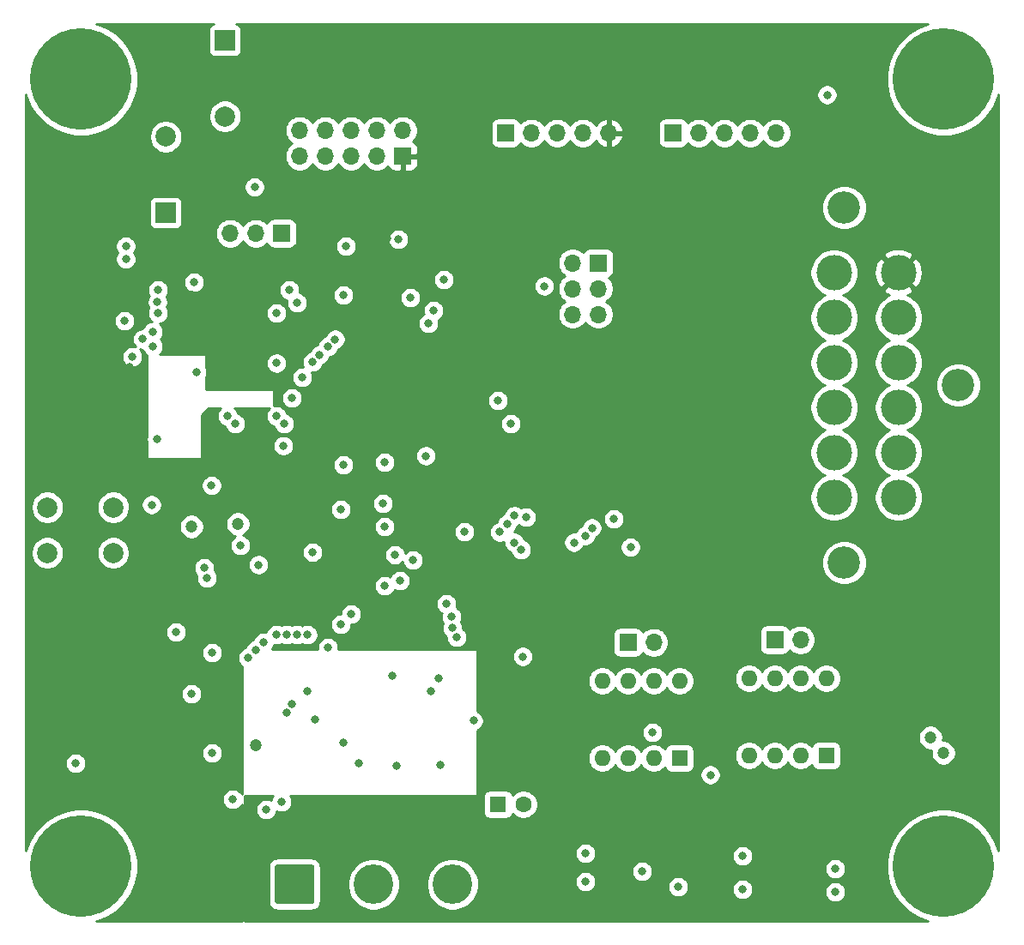
<source format=gbr>
%TF.GenerationSoftware,KiCad,Pcbnew,(5.1.8)-1*%
%TF.CreationDate,2021-11-01T21:13:11+01:00*%
%TF.ProjectId,Dashboard,44617368-626f-4617-9264-2e6b69636164,rev?*%
%TF.SameCoordinates,Original*%
%TF.FileFunction,Copper,L3,Inr*%
%TF.FilePolarity,Positive*%
%FSLAX46Y46*%
G04 Gerber Fmt 4.6, Leading zero omitted, Abs format (unit mm)*
G04 Created by KiCad (PCBNEW (5.1.8)-1) date 2021-11-01 21:13:11*
%MOMM*%
%LPD*%
G01*
G04 APERTURE LIST*
%TA.AperFunction,ComponentPad*%
%ADD10O,1.700000X1.700000*%
%TD*%
%TA.AperFunction,ComponentPad*%
%ADD11R,1.700000X1.700000*%
%TD*%
%TA.AperFunction,ComponentPad*%
%ADD12R,1.600000X1.600000*%
%TD*%
%TA.AperFunction,ComponentPad*%
%ADD13C,1.600000*%
%TD*%
%TA.AperFunction,ComponentPad*%
%ADD14C,10.000000*%
%TD*%
%TA.AperFunction,ComponentPad*%
%ADD15C,0.900000*%
%TD*%
%TA.AperFunction,ComponentPad*%
%ADD16C,3.900000*%
%TD*%
%TA.AperFunction,ComponentPad*%
%ADD17C,3.500000*%
%TD*%
%TA.AperFunction,ComponentPad*%
%ADD18C,3.200000*%
%TD*%
%TA.AperFunction,ComponentPad*%
%ADD19C,2.000000*%
%TD*%
%TA.AperFunction,ComponentPad*%
%ADD20O,1.600000X1.600000*%
%TD*%
%TA.AperFunction,ComponentPad*%
%ADD21R,2.000000X2.000000*%
%TD*%
%TA.AperFunction,ViaPad*%
%ADD22C,0.800000*%
%TD*%
%TA.AperFunction,ViaPad*%
%ADD23C,1.000000*%
%TD*%
%TA.AperFunction,ViaPad*%
%ADD24C,1.200000*%
%TD*%
%TA.AperFunction,Conductor*%
%ADD25C,0.254000*%
%TD*%
%TA.AperFunction,Conductor*%
%ADD26C,0.100000*%
%TD*%
G04 APERTURE END LIST*
D10*
%TO.N,+5V*%
%TO.C,J2*%
X241808000Y-26162000D03*
%TO.N,GND*%
X239268000Y-26162000D03*
%TO.N,+12V*%
X236728000Y-26162000D03*
%TO.N,Net-(J2-Pad2)*%
X234188000Y-26162000D03*
D11*
%TO.N,Net-(J2-Pad1)*%
X231648000Y-26162000D03*
%TD*%
%TO.N,Net-(J1-Pad1)*%
%TO.C,J1*%
X215138000Y-26162000D03*
D10*
%TO.N,+12V*%
X217678000Y-26162000D03*
%TO.N,GND*%
X220218000Y-26162000D03*
X222758000Y-26162000D03*
%TO.N,+3V3*%
X225298000Y-26162000D03*
%TD*%
D12*
%TO.N,+3.3VA*%
%TO.C,C6*%
X214376000Y-92456000D03*
D13*
%TO.N,GND*%
X216876000Y-92456000D03*
%TD*%
D14*
%TO.N,GND*%
%TO.C,H1*%
X173228000Y-20828000D03*
D15*
X176978000Y-20828000D03*
X175879650Y-23479650D03*
X173228000Y-24578000D03*
X170576350Y-23479650D03*
X169478000Y-20828000D03*
X170576350Y-18176350D03*
X173228000Y-17078000D03*
X175879650Y-18176350D03*
%TD*%
%TO.N,GND*%
%TO.C,H2*%
X175879650Y-95900350D03*
X173228000Y-94802000D03*
X170576350Y-95900350D03*
X169478000Y-98552000D03*
X170576350Y-101203650D03*
X173228000Y-102302000D03*
X175879650Y-101203650D03*
X176978000Y-98552000D03*
D14*
X173228000Y-98552000D03*
%TD*%
D15*
%TO.N,GND*%
%TO.C,H3*%
X260969650Y-18176350D03*
X258318000Y-17078000D03*
X255666350Y-18176350D03*
X254568000Y-20828000D03*
X255666350Y-23479650D03*
X258318000Y-24578000D03*
X260969650Y-23479650D03*
X262068000Y-20828000D03*
D14*
X258318000Y-20828000D03*
%TD*%
%TO.N,GND*%
%TO.C,H4*%
X258318000Y-98552000D03*
D15*
X262068000Y-98552000D03*
X260969650Y-101203650D03*
X258318000Y-102302000D03*
X255666350Y-101203650D03*
X254568000Y-98552000D03*
X255666350Y-95900350D03*
X258318000Y-94802000D03*
X260969650Y-95900350D03*
%TD*%
%TO.N,LED_DATA*%
%TO.C,J3*%
%TA.AperFunction,ComponentPad*%
G36*
G01*
X192360000Y-102029999D02*
X192360000Y-98630001D01*
G75*
G02*
X192610001Y-98380000I250001J0D01*
G01*
X196009999Y-98380000D01*
G75*
G02*
X196260000Y-98630001I0J-250001D01*
G01*
X196260000Y-102029999D01*
G75*
G02*
X196009999Y-102280000I-250001J0D01*
G01*
X192610001Y-102280000D01*
G75*
G02*
X192360000Y-102029999I0J250001D01*
G01*
G37*
%TD.AperFunction*%
D16*
%TO.N,+5V*%
X202110000Y-100330000D03*
%TO.N,GND*%
X209910000Y-100330000D03*
%TD*%
D17*
%TO.N,+3V3*%
%TO.C,J4*%
X253873000Y-39954000D03*
%TO.N,CAN_H1*%
X247523000Y-39954000D03*
%TO.N,+5V*%
X253873000Y-44394000D03*
%TO.N,CAN_L1*%
X247523000Y-44394000D03*
%TO.N,+12V*%
X253873000Y-48834000D03*
%TO.N,CAN_H2*%
X247523000Y-48834000D03*
%TO.N,+12V*%
X253873000Y-53274000D03*
%TO.N,CAN_L2*%
X247523000Y-53274000D03*
%TO.N,GND*%
X253873000Y-57714000D03*
%TO.N,Net-(J4-Pad5)*%
X247523000Y-57714000D03*
%TO.N,GND*%
X253873000Y-62154000D03*
X247523000Y-62154000D03*
D18*
X248524000Y-68584000D03*
X248524000Y-33524000D03*
%TO.N,Net-(J4-Pad13)*%
X259763000Y-51054000D03*
%TD*%
D10*
%TO.N,BAOFENG_OUT_5*%
%TO.C,J5*%
X194818000Y-25908000D03*
%TO.N,GND*%
X194818000Y-28448000D03*
%TO.N,BAOFENG_OUT_4*%
X197358000Y-25908000D03*
%TO.N,GND*%
X197358000Y-28448000D03*
%TO.N,BAOFENG_OUT_3*%
X199898000Y-25908000D03*
%TO.N,+12V*%
X199898000Y-28448000D03*
%TO.N,BAOFENG_OUT_2*%
X202438000Y-25908000D03*
%TO.N,+5V*%
X202438000Y-28448000D03*
%TO.N,BAOFENG_OUT_1*%
X204978000Y-25908000D03*
D11*
%TO.N,+3V3*%
X204978000Y-28448000D03*
%TD*%
%TO.N,Net-(JP1-Pad1)*%
%TO.C,JP1*%
X193040000Y-36068000D03*
D10*
%TO.N,Net-(JP1-Pad2)*%
X190500000Y-36068000D03*
%TO.N,Net-(JP1-Pad3)*%
X187960000Y-36068000D03*
%TD*%
%TO.N,CAN_H1*%
%TO.C,JP2*%
X229743000Y-76454000D03*
D11*
%TO.N,Net-(JP2-Pad1)*%
X227203000Y-76454000D03*
%TD*%
D10*
%TO.N,CAN_H2*%
%TO.C,JP3*%
X244221000Y-76200000D03*
D11*
%TO.N,Net-(JP3-Pad1)*%
X241681000Y-76200000D03*
%TD*%
D19*
%TO.N,RST*%
%TO.C,SW1*%
X169926000Y-67619000D03*
%TO.N,GND*%
X169926000Y-63119000D03*
%TO.N,RST*%
X176426000Y-67619000D03*
%TO.N,GND*%
X176426000Y-63119000D03*
%TD*%
D20*
%TO.N,Net-(R16-Pad2)*%
%TO.C,U2*%
X232283000Y-80264000D03*
%TO.N,Net-(Q2-Pad3)*%
X224663000Y-87884000D03*
%TO.N,CAN_H1*%
X229743000Y-80264000D03*
%TO.N,+5V*%
X227203000Y-87884000D03*
%TO.N,CAN_L1*%
X227203000Y-80264000D03*
%TO.N,GND*%
X229743000Y-87884000D03*
%TO.N,Net-(U2-Pad5)*%
X224663000Y-80264000D03*
D12*
%TO.N,Net-(Q1-Pad3)*%
X232283000Y-87884000D03*
%TD*%
%TO.N,Net-(Q3-Pad3)*%
%TO.C,U3*%
X246761000Y-87630000D03*
D20*
%TO.N,Net-(U3-Pad5)*%
X239141000Y-80010000D03*
%TO.N,GND*%
X244221000Y-87630000D03*
%TO.N,CAN_L2*%
X241681000Y-80010000D03*
%TO.N,+5V*%
X241681000Y-87630000D03*
%TO.N,CAN_H2*%
X244221000Y-80010000D03*
%TO.N,Net-(Q4-Pad3)*%
X239141000Y-87630000D03*
%TO.N,Net-(R15-Pad2)*%
X246761000Y-80010000D03*
%TD*%
D19*
%TO.N,Net-(C16-Pad2)*%
%TO.C,C16*%
X181610000Y-26536000D03*
D21*
%TO.N,VBAT*%
X181610000Y-34036000D03*
%TD*%
%TO.N,Net-(C16-Pad2)*%
%TO.C,C18*%
X187452000Y-17018000D03*
D19*
%TO.N,GND*%
X187452000Y-24518000D03*
%TD*%
D11*
%TO.N,RST*%
%TO.C,J7*%
X224282000Y-38989000D03*
D10*
%TO.N,SWDCLK*%
X221742000Y-38989000D03*
%TO.N,SWIM*%
X224282000Y-41529000D03*
%TO.N,SWDIO*%
X221742000Y-41529000D03*
%TO.N,GND*%
X224282000Y-44069000D03*
X221742000Y-44069000D03*
%TD*%
D22*
%TO.N,GND*%
X180721000Y-56388000D03*
X184658000Y-49784000D03*
%TO.N,+3V3*%
X177292000Y-82296000D03*
X179070000Y-71882000D03*
X172720000Y-71882000D03*
D23*
X203454000Y-94488000D03*
D22*
%TO.N,GND*%
X211074000Y-65532000D03*
X208534000Y-80010000D03*
D24*
X190500000Y-86614000D03*
D22*
X199136000Y-58928000D03*
X182626000Y-75438000D03*
X172720000Y-88392000D03*
X204564188Y-36660883D03*
X178308000Y-48260000D03*
X193294000Y-54864000D03*
X204343000Y-88646000D03*
X203962000Y-79756000D03*
X208719056Y-88596531D03*
X207264000Y-58039000D03*
X227457000Y-67056000D03*
X192527347Y-48886000D03*
X184404000Y-40894000D03*
X177673000Y-37338000D03*
X177673000Y-38608000D03*
X246841000Y-22399000D03*
X218948000Y-41275000D03*
X190373000Y-31496000D03*
%TO.N,+3V3*%
X195580000Y-81280000D03*
X207772000Y-81280000D03*
X205024000Y-62484000D03*
X201676000Y-58420000D03*
X205024000Y-65024000D03*
X189484000Y-39878000D03*
X203454000Y-36576000D03*
X178054000Y-49276000D03*
X209681653Y-53217653D03*
X211709000Y-76581000D03*
D24*
X220980000Y-98298000D03*
D22*
X223647000Y-59817000D03*
X181864000Y-63373000D03*
X190881000Y-62611000D03*
D24*
X184150000Y-42291000D03*
D22*
X210058000Y-41656000D03*
X246888000Y-16764000D03*
X192278000Y-30607000D03*
X214122000Y-47752000D03*
X249555000Y-95631000D03*
%TO.N,/FMC_SDNRAS*%
X198883378Y-63334368D03*
X198882000Y-74676000D03*
%TO.N,/FMC_A6*%
X196083347Y-67559347D03*
X191262000Y-76454000D03*
%TO.N,/FMC_A3*%
X192532000Y-75692000D03*
X196088000Y-48768000D03*
%TO.N,+3.3VA*%
X193201261Y-57037853D03*
X199136000Y-86360000D03*
X200686000Y-88392000D03*
D24*
X184150000Y-65024000D03*
X188722000Y-64770000D03*
D22*
%TO.N,/FMC_A0*%
X195593959Y-75705959D03*
X198319108Y-46536892D03*
%TO.N,/FMC_A1*%
X194573306Y-75701306D03*
X197612000Y-47244000D03*
%TO.N,/FMC_A2*%
X193552653Y-75696653D03*
X196795108Y-48060892D03*
D24*
%TO.N,+5V*%
X257048000Y-85852000D03*
X258318000Y-87376000D03*
D22*
%TO.N,CAN_1_1*%
X228600000Y-99060000D03*
X232156000Y-100584000D03*
%TO.N,CAN_1_2*%
X223012000Y-97282000D03*
X223012000Y-100076000D03*
%TO.N,CAN_2_1*%
X247650000Y-98806000D03*
X247650000Y-101092000D03*
%TO.N,CAN_2_2*%
X238506000Y-100838000D03*
X238506000Y-97536000D03*
X229616000Y-85344000D03*
X235331000Y-89535000D03*
%TO.N,/FMC_D0*%
X210312000Y-75946000D03*
X215646000Y-54864000D03*
%TO.N,/FMC_D1*%
X209864786Y-75051571D03*
X214376000Y-52578000D03*
%TO.N,/FMC_D2*%
X209804000Y-73914000D03*
X208026000Y-43688000D03*
%TO.N,/FMC_D3*%
X209296000Y-72644000D03*
X207518000Y-44958000D03*
%TO.N,/FMC_D4*%
X205994000Y-68326000D03*
X203024000Y-62738000D03*
%TO.N,/FMC_D5*%
X203200000Y-65024000D03*
X204697000Y-70360703D03*
%TO.N,/FMC_D6*%
X203204653Y-70870653D03*
X204211347Y-67813347D03*
%TO.N,/FMC_BA0*%
X197612000Y-76962000D03*
X203200000Y-58674000D03*
%TO.N,/FMC_A4*%
X194056000Y-52324000D03*
X189738000Y-77978000D03*
%TO.N,/FMC_A5*%
X195072000Y-50292000D03*
X190500000Y-77216000D03*
%TO.N,/FMC_A7*%
X193040000Y-92202000D03*
X186182000Y-87376000D03*
%TO.N,/FMC_A8*%
X191516000Y-92964000D03*
X188209347Y-91952653D03*
%TO.N,/FMC_SDNWE*%
X193501299Y-83382051D03*
X187706000Y-54102000D03*
%TO.N,/FMC_SDCAS*%
X199898000Y-73660000D03*
X199136000Y-42164000D03*
%TO.N,/FMC_SDNE0*%
X188468000Y-54864000D03*
X194056000Y-82550000D03*
%TO.N,/FMC_SDCKE0*%
X186117979Y-60960000D03*
X185674000Y-70104000D03*
%TO.N,/FMC_SDCLK*%
X211955527Y-84193527D03*
X216821010Y-77851000D03*
%TO.N,/D_QUADSPI_BK1_IO2*%
X180848000Y-43942000D03*
%TO.N,/D_POWER_DOWN*%
X177546000Y-44704000D03*
X192532000Y-54102000D03*
X180848000Y-41656000D03*
%TO.N,/D_QUADSPI_NCS*%
X192532000Y-43942000D03*
%TO.N,/D_QUADSPI_BK1_IO0*%
X180340000Y-45794000D03*
%TO.N,/D_QUADSPI_BK1_IO1*%
X179324000Y-46519000D03*
%TO.N,/D_QUADSPI_CLK*%
X180340000Y-47244000D03*
%TO.N,/SD_CARD_DETECT*%
X186182000Y-77470000D03*
X184150000Y-81534000D03*
%TO.N,/SD_MOSI*%
X188976000Y-66896990D03*
X190754000Y-68797000D03*
%TO.N,/FMC_NBL0*%
X196342000Y-84074000D03*
X194564000Y-42926000D03*
%TO.N,/FMC_NBL1*%
X193802000Y-41656000D03*
X185392979Y-69088000D03*
%TO.N,/D_QUADSPI_BK1_IO3*%
X180788870Y-42857565D03*
%TO.N,CAN_2_1*%
X215260010Y-64773944D03*
%TO.N,CAN_2_2*%
X214535010Y-65567590D03*
%TO.N,SWIM*%
X209042000Y-40640000D03*
X199390000Y-37338000D03*
%TO.N,RST*%
X205740000Y-42418000D03*
X180213000Y-62865000D03*
%TO.N,/FLASH_MOSI*%
X223647000Y-65151000D03*
X217159008Y-64092940D03*
%TO.N,/FLASH_MISO*%
X223006814Y-65919223D03*
X215985010Y-63944248D03*
%TO.N,/FLASH_CS*%
X215985010Y-66586198D03*
X221869000Y-66591529D03*
%TO.N,/FLASH_SCK*%
X225806000Y-64262000D03*
X216668106Y-67316529D03*
%TD*%
D25*
%TO.N,+3V3*%
X186327518Y-15392188D02*
X186207820Y-15428498D01*
X186097506Y-15487463D01*
X186000815Y-15566815D01*
X185921463Y-15663506D01*
X185862498Y-15773820D01*
X185826188Y-15893518D01*
X185813928Y-16018000D01*
X185813928Y-18018000D01*
X185826188Y-18142482D01*
X185862498Y-18262180D01*
X185921463Y-18372494D01*
X186000815Y-18469185D01*
X186097506Y-18548537D01*
X186207820Y-18607502D01*
X186327518Y-18643812D01*
X186452000Y-18656072D01*
X188452000Y-18656072D01*
X188576482Y-18643812D01*
X188696180Y-18607502D01*
X188806494Y-18548537D01*
X188903185Y-18469185D01*
X188982537Y-18372494D01*
X189041502Y-18262180D01*
X189077812Y-18142482D01*
X189090072Y-18018000D01*
X189090072Y-16018000D01*
X189077812Y-15893518D01*
X189041502Y-15773820D01*
X188982537Y-15663506D01*
X188903185Y-15566815D01*
X188806494Y-15487463D01*
X188696180Y-15428498D01*
X188576482Y-15392188D01*
X188574573Y-15392000D01*
X256762561Y-15392000D01*
X256674331Y-15409550D01*
X255648827Y-15834328D01*
X254725897Y-16451010D01*
X253941010Y-17235897D01*
X253324328Y-18158827D01*
X252899550Y-19184331D01*
X252683000Y-20273001D01*
X252683000Y-21382999D01*
X252899550Y-22471669D01*
X253324328Y-23497173D01*
X253941010Y-24420103D01*
X254725897Y-25204990D01*
X255648827Y-25821672D01*
X256674331Y-26246450D01*
X257763001Y-26463000D01*
X258872999Y-26463000D01*
X259961669Y-26246450D01*
X260987173Y-25821672D01*
X261910103Y-25204990D01*
X262694990Y-24420103D01*
X263311672Y-23497173D01*
X263736450Y-22471669D01*
X263754000Y-22383439D01*
X263754001Y-96996566D01*
X263736450Y-96908331D01*
X263311672Y-95882827D01*
X262694990Y-94959897D01*
X261910103Y-94175010D01*
X260987173Y-93558328D01*
X259961669Y-93133550D01*
X258872999Y-92917000D01*
X257763001Y-92917000D01*
X256674331Y-93133550D01*
X255648827Y-93558328D01*
X254725897Y-94175010D01*
X253941010Y-94959897D01*
X253324328Y-95882827D01*
X252899550Y-96908331D01*
X252683000Y-97997001D01*
X252683000Y-99106999D01*
X252899550Y-100195669D01*
X253324328Y-101221173D01*
X253941010Y-102144103D01*
X254725897Y-102928990D01*
X255648827Y-103545672D01*
X256674331Y-103970450D01*
X256762561Y-103988000D01*
X189357000Y-103988000D01*
X189357000Y-98630001D01*
X191721928Y-98630001D01*
X191721928Y-102029999D01*
X191738992Y-102203253D01*
X191789529Y-102369850D01*
X191871595Y-102523386D01*
X191982039Y-102657961D01*
X192116614Y-102768405D01*
X192270150Y-102850471D01*
X192436747Y-102901008D01*
X192610001Y-102918072D01*
X196009999Y-102918072D01*
X196183253Y-102901008D01*
X196349850Y-102850471D01*
X196503386Y-102768405D01*
X196637961Y-102657961D01*
X196748405Y-102523386D01*
X196830471Y-102369850D01*
X196881008Y-102203253D01*
X196898072Y-102029999D01*
X196898072Y-100075400D01*
X199525000Y-100075400D01*
X199525000Y-100584600D01*
X199624340Y-101084017D01*
X199819202Y-101554457D01*
X200102099Y-101977842D01*
X200462158Y-102337901D01*
X200885543Y-102620798D01*
X201355983Y-102815660D01*
X201855400Y-102915000D01*
X202364600Y-102915000D01*
X202864017Y-102815660D01*
X203334457Y-102620798D01*
X203757842Y-102337901D01*
X204117901Y-101977842D01*
X204400798Y-101554457D01*
X204595660Y-101084017D01*
X204695000Y-100584600D01*
X204695000Y-100075400D01*
X207325000Y-100075400D01*
X207325000Y-100584600D01*
X207424340Y-101084017D01*
X207619202Y-101554457D01*
X207902099Y-101977842D01*
X208262158Y-102337901D01*
X208685543Y-102620798D01*
X209155983Y-102815660D01*
X209655400Y-102915000D01*
X210164600Y-102915000D01*
X210664017Y-102815660D01*
X211134457Y-102620798D01*
X211557842Y-102337901D01*
X211917901Y-101977842D01*
X212200798Y-101554457D01*
X212395660Y-101084017D01*
X212495000Y-100584600D01*
X212495000Y-100075400D01*
X212474843Y-99974061D01*
X221977000Y-99974061D01*
X221977000Y-100177939D01*
X222016774Y-100377898D01*
X222094795Y-100566256D01*
X222208063Y-100735774D01*
X222352226Y-100879937D01*
X222521744Y-100993205D01*
X222710102Y-101071226D01*
X222910061Y-101111000D01*
X223113939Y-101111000D01*
X223313898Y-101071226D01*
X223502256Y-100993205D01*
X223671774Y-100879937D01*
X223815937Y-100735774D01*
X223929205Y-100566256D01*
X223964079Y-100482061D01*
X231121000Y-100482061D01*
X231121000Y-100685939D01*
X231160774Y-100885898D01*
X231238795Y-101074256D01*
X231352063Y-101243774D01*
X231496226Y-101387937D01*
X231665744Y-101501205D01*
X231854102Y-101579226D01*
X232054061Y-101619000D01*
X232257939Y-101619000D01*
X232457898Y-101579226D01*
X232646256Y-101501205D01*
X232815774Y-101387937D01*
X232959937Y-101243774D01*
X233073205Y-101074256D01*
X233151226Y-100885898D01*
X233181030Y-100736061D01*
X237471000Y-100736061D01*
X237471000Y-100939939D01*
X237510774Y-101139898D01*
X237588795Y-101328256D01*
X237702063Y-101497774D01*
X237846226Y-101641937D01*
X238015744Y-101755205D01*
X238204102Y-101833226D01*
X238404061Y-101873000D01*
X238607939Y-101873000D01*
X238807898Y-101833226D01*
X238996256Y-101755205D01*
X239165774Y-101641937D01*
X239309937Y-101497774D01*
X239423205Y-101328256D01*
X239501226Y-101139898D01*
X239531030Y-100990061D01*
X246615000Y-100990061D01*
X246615000Y-101193939D01*
X246654774Y-101393898D01*
X246732795Y-101582256D01*
X246846063Y-101751774D01*
X246990226Y-101895937D01*
X247159744Y-102009205D01*
X247348102Y-102087226D01*
X247548061Y-102127000D01*
X247751939Y-102127000D01*
X247951898Y-102087226D01*
X248140256Y-102009205D01*
X248309774Y-101895937D01*
X248453937Y-101751774D01*
X248567205Y-101582256D01*
X248645226Y-101393898D01*
X248685000Y-101193939D01*
X248685000Y-100990061D01*
X248645226Y-100790102D01*
X248567205Y-100601744D01*
X248453937Y-100432226D01*
X248309774Y-100288063D01*
X248140256Y-100174795D01*
X247951898Y-100096774D01*
X247751939Y-100057000D01*
X247548061Y-100057000D01*
X247348102Y-100096774D01*
X247159744Y-100174795D01*
X246990226Y-100288063D01*
X246846063Y-100432226D01*
X246732795Y-100601744D01*
X246654774Y-100790102D01*
X246615000Y-100990061D01*
X239531030Y-100990061D01*
X239541000Y-100939939D01*
X239541000Y-100736061D01*
X239501226Y-100536102D01*
X239423205Y-100347744D01*
X239309937Y-100178226D01*
X239165774Y-100034063D01*
X238996256Y-99920795D01*
X238807898Y-99842774D01*
X238607939Y-99803000D01*
X238404061Y-99803000D01*
X238204102Y-99842774D01*
X238015744Y-99920795D01*
X237846226Y-100034063D01*
X237702063Y-100178226D01*
X237588795Y-100347744D01*
X237510774Y-100536102D01*
X237471000Y-100736061D01*
X233181030Y-100736061D01*
X233191000Y-100685939D01*
X233191000Y-100482061D01*
X233151226Y-100282102D01*
X233073205Y-100093744D01*
X232959937Y-99924226D01*
X232815774Y-99780063D01*
X232646256Y-99666795D01*
X232457898Y-99588774D01*
X232257939Y-99549000D01*
X232054061Y-99549000D01*
X231854102Y-99588774D01*
X231665744Y-99666795D01*
X231496226Y-99780063D01*
X231352063Y-99924226D01*
X231238795Y-100093744D01*
X231160774Y-100282102D01*
X231121000Y-100482061D01*
X223964079Y-100482061D01*
X224007226Y-100377898D01*
X224047000Y-100177939D01*
X224047000Y-99974061D01*
X224007226Y-99774102D01*
X223929205Y-99585744D01*
X223815937Y-99416226D01*
X223671774Y-99272063D01*
X223502256Y-99158795D01*
X223313898Y-99080774D01*
X223113939Y-99041000D01*
X222910061Y-99041000D01*
X222710102Y-99080774D01*
X222521744Y-99158795D01*
X222352226Y-99272063D01*
X222208063Y-99416226D01*
X222094795Y-99585744D01*
X222016774Y-99774102D01*
X221977000Y-99974061D01*
X212474843Y-99974061D01*
X212395660Y-99575983D01*
X212200798Y-99105543D01*
X212102254Y-98958061D01*
X227565000Y-98958061D01*
X227565000Y-99161939D01*
X227604774Y-99361898D01*
X227682795Y-99550256D01*
X227796063Y-99719774D01*
X227940226Y-99863937D01*
X228109744Y-99977205D01*
X228298102Y-100055226D01*
X228498061Y-100095000D01*
X228701939Y-100095000D01*
X228901898Y-100055226D01*
X229090256Y-99977205D01*
X229259774Y-99863937D01*
X229403937Y-99719774D01*
X229517205Y-99550256D01*
X229595226Y-99361898D01*
X229635000Y-99161939D01*
X229635000Y-98958061D01*
X229595226Y-98758102D01*
X229572842Y-98704061D01*
X246615000Y-98704061D01*
X246615000Y-98907939D01*
X246654774Y-99107898D01*
X246732795Y-99296256D01*
X246846063Y-99465774D01*
X246990226Y-99609937D01*
X247159744Y-99723205D01*
X247348102Y-99801226D01*
X247548061Y-99841000D01*
X247751939Y-99841000D01*
X247951898Y-99801226D01*
X248140256Y-99723205D01*
X248309774Y-99609937D01*
X248453937Y-99465774D01*
X248567205Y-99296256D01*
X248645226Y-99107898D01*
X248685000Y-98907939D01*
X248685000Y-98704061D01*
X248645226Y-98504102D01*
X248567205Y-98315744D01*
X248453937Y-98146226D01*
X248309774Y-98002063D01*
X248140256Y-97888795D01*
X247951898Y-97810774D01*
X247751939Y-97771000D01*
X247548061Y-97771000D01*
X247348102Y-97810774D01*
X247159744Y-97888795D01*
X246990226Y-98002063D01*
X246846063Y-98146226D01*
X246732795Y-98315744D01*
X246654774Y-98504102D01*
X246615000Y-98704061D01*
X229572842Y-98704061D01*
X229517205Y-98569744D01*
X229403937Y-98400226D01*
X229259774Y-98256063D01*
X229090256Y-98142795D01*
X228901898Y-98064774D01*
X228701939Y-98025000D01*
X228498061Y-98025000D01*
X228298102Y-98064774D01*
X228109744Y-98142795D01*
X227940226Y-98256063D01*
X227796063Y-98400226D01*
X227682795Y-98569744D01*
X227604774Y-98758102D01*
X227565000Y-98958061D01*
X212102254Y-98958061D01*
X211917901Y-98682158D01*
X211557842Y-98322099D01*
X211134457Y-98039202D01*
X210664017Y-97844340D01*
X210164600Y-97745000D01*
X209655400Y-97745000D01*
X209155983Y-97844340D01*
X208685543Y-98039202D01*
X208262158Y-98322099D01*
X207902099Y-98682158D01*
X207619202Y-99105543D01*
X207424340Y-99575983D01*
X207325000Y-100075400D01*
X204695000Y-100075400D01*
X204595660Y-99575983D01*
X204400798Y-99105543D01*
X204117901Y-98682158D01*
X203757842Y-98322099D01*
X203334457Y-98039202D01*
X202864017Y-97844340D01*
X202364600Y-97745000D01*
X201855400Y-97745000D01*
X201355983Y-97844340D01*
X200885543Y-98039202D01*
X200462158Y-98322099D01*
X200102099Y-98682158D01*
X199819202Y-99105543D01*
X199624340Y-99575983D01*
X199525000Y-100075400D01*
X196898072Y-100075400D01*
X196898072Y-98630001D01*
X196881008Y-98456747D01*
X196830471Y-98290150D01*
X196748405Y-98136614D01*
X196637961Y-98002039D01*
X196503386Y-97891595D01*
X196349850Y-97809529D01*
X196183253Y-97758992D01*
X196009999Y-97741928D01*
X192610001Y-97741928D01*
X192436747Y-97758992D01*
X192270150Y-97809529D01*
X192116614Y-97891595D01*
X191982039Y-98002039D01*
X191871595Y-98136614D01*
X191789529Y-98290150D01*
X191738992Y-98456747D01*
X191721928Y-98630001D01*
X189357000Y-98630001D01*
X189357000Y-97180061D01*
X221977000Y-97180061D01*
X221977000Y-97383939D01*
X222016774Y-97583898D01*
X222094795Y-97772256D01*
X222208063Y-97941774D01*
X222352226Y-98085937D01*
X222521744Y-98199205D01*
X222710102Y-98277226D01*
X222910061Y-98317000D01*
X223113939Y-98317000D01*
X223313898Y-98277226D01*
X223502256Y-98199205D01*
X223671774Y-98085937D01*
X223815937Y-97941774D01*
X223929205Y-97772256D01*
X224007226Y-97583898D01*
X224037030Y-97434061D01*
X237471000Y-97434061D01*
X237471000Y-97637939D01*
X237510774Y-97837898D01*
X237588795Y-98026256D01*
X237702063Y-98195774D01*
X237846226Y-98339937D01*
X238015744Y-98453205D01*
X238204102Y-98531226D01*
X238404061Y-98571000D01*
X238607939Y-98571000D01*
X238807898Y-98531226D01*
X238996256Y-98453205D01*
X239165774Y-98339937D01*
X239309937Y-98195774D01*
X239423205Y-98026256D01*
X239501226Y-97837898D01*
X239541000Y-97637939D01*
X239541000Y-97434061D01*
X239501226Y-97234102D01*
X239423205Y-97045744D01*
X239309937Y-96876226D01*
X239165774Y-96732063D01*
X238996256Y-96618795D01*
X238807898Y-96540774D01*
X238607939Y-96501000D01*
X238404061Y-96501000D01*
X238204102Y-96540774D01*
X238015744Y-96618795D01*
X237846226Y-96732063D01*
X237702063Y-96876226D01*
X237588795Y-97045744D01*
X237510774Y-97234102D01*
X237471000Y-97434061D01*
X224037030Y-97434061D01*
X224047000Y-97383939D01*
X224047000Y-97180061D01*
X224007226Y-96980102D01*
X223929205Y-96791744D01*
X223815937Y-96622226D01*
X223671774Y-96478063D01*
X223502256Y-96364795D01*
X223313898Y-96286774D01*
X223113939Y-96247000D01*
X222910061Y-96247000D01*
X222710102Y-96286774D01*
X222521744Y-96364795D01*
X222352226Y-96478063D01*
X222208063Y-96622226D01*
X222094795Y-96791744D01*
X222016774Y-96980102D01*
X221977000Y-97180061D01*
X189357000Y-97180061D01*
X189357000Y-91567000D01*
X192219510Y-91567000D01*
X192122795Y-91711744D01*
X192044774Y-91900102D01*
X192014500Y-92052303D01*
X192006256Y-92046795D01*
X191817898Y-91968774D01*
X191617939Y-91929000D01*
X191414061Y-91929000D01*
X191214102Y-91968774D01*
X191025744Y-92046795D01*
X190856226Y-92160063D01*
X190712063Y-92304226D01*
X190598795Y-92473744D01*
X190520774Y-92662102D01*
X190481000Y-92862061D01*
X190481000Y-93065939D01*
X190520774Y-93265898D01*
X190598795Y-93454256D01*
X190712063Y-93623774D01*
X190856226Y-93767937D01*
X191025744Y-93881205D01*
X191214102Y-93959226D01*
X191414061Y-93999000D01*
X191617939Y-93999000D01*
X191817898Y-93959226D01*
X192006256Y-93881205D01*
X192175774Y-93767937D01*
X192319937Y-93623774D01*
X192433205Y-93454256D01*
X192511226Y-93265898D01*
X192541500Y-93113697D01*
X192549744Y-93119205D01*
X192738102Y-93197226D01*
X192938061Y-93237000D01*
X193141939Y-93237000D01*
X193341898Y-93197226D01*
X193530256Y-93119205D01*
X193699774Y-93005937D01*
X193843937Y-92861774D01*
X193957205Y-92692256D01*
X194035226Y-92503898D01*
X194075000Y-92303939D01*
X194075000Y-92100061D01*
X194035226Y-91900102D01*
X193957205Y-91711744D01*
X193919958Y-91656000D01*
X212937928Y-91656000D01*
X212937928Y-93256000D01*
X212950188Y-93380482D01*
X212986498Y-93500180D01*
X213045463Y-93610494D01*
X213124815Y-93707185D01*
X213221506Y-93786537D01*
X213331820Y-93845502D01*
X213451518Y-93881812D01*
X213576000Y-93894072D01*
X215176000Y-93894072D01*
X215300482Y-93881812D01*
X215420180Y-93845502D01*
X215530494Y-93786537D01*
X215627185Y-93707185D01*
X215706537Y-93610494D01*
X215765502Y-93500180D01*
X215794661Y-93404057D01*
X215961241Y-93570637D01*
X216196273Y-93727680D01*
X216457426Y-93835853D01*
X216734665Y-93891000D01*
X217017335Y-93891000D01*
X217294574Y-93835853D01*
X217555727Y-93727680D01*
X217790759Y-93570637D01*
X217990637Y-93370759D01*
X218147680Y-93135727D01*
X218255853Y-92874574D01*
X218311000Y-92597335D01*
X218311000Y-92314665D01*
X218255853Y-92037426D01*
X218147680Y-91776273D01*
X217990637Y-91541241D01*
X217790759Y-91341363D01*
X217555727Y-91184320D01*
X217294574Y-91076147D01*
X217017335Y-91021000D01*
X216734665Y-91021000D01*
X216457426Y-91076147D01*
X216196273Y-91184320D01*
X215961241Y-91341363D01*
X215794661Y-91507943D01*
X215765502Y-91411820D01*
X215706537Y-91301506D01*
X215627185Y-91204815D01*
X215530494Y-91125463D01*
X215420180Y-91066498D01*
X215300482Y-91030188D01*
X215176000Y-91017928D01*
X213576000Y-91017928D01*
X213451518Y-91030188D01*
X213331820Y-91066498D01*
X213221506Y-91125463D01*
X213124815Y-91204815D01*
X213045463Y-91301506D01*
X212986498Y-91411820D01*
X212950188Y-91531518D01*
X212937928Y-91656000D01*
X193919958Y-91656000D01*
X193860490Y-91567000D01*
X212217000Y-91567000D01*
X212241776Y-91564560D01*
X212265601Y-91557333D01*
X212287557Y-91545597D01*
X212306803Y-91529803D01*
X212322597Y-91510557D01*
X212334333Y-91488601D01*
X212341560Y-91464776D01*
X212344000Y-91440000D01*
X212344000Y-89433061D01*
X234296000Y-89433061D01*
X234296000Y-89636939D01*
X234335774Y-89836898D01*
X234413795Y-90025256D01*
X234527063Y-90194774D01*
X234671226Y-90338937D01*
X234840744Y-90452205D01*
X235029102Y-90530226D01*
X235229061Y-90570000D01*
X235432939Y-90570000D01*
X235632898Y-90530226D01*
X235821256Y-90452205D01*
X235990774Y-90338937D01*
X236134937Y-90194774D01*
X236248205Y-90025256D01*
X236326226Y-89836898D01*
X236366000Y-89636939D01*
X236366000Y-89433061D01*
X236326226Y-89233102D01*
X236248205Y-89044744D01*
X236134937Y-88875226D01*
X235990774Y-88731063D01*
X235821256Y-88617795D01*
X235632898Y-88539774D01*
X235432939Y-88500000D01*
X235229061Y-88500000D01*
X235029102Y-88539774D01*
X234840744Y-88617795D01*
X234671226Y-88731063D01*
X234527063Y-88875226D01*
X234413795Y-89044744D01*
X234335774Y-89233102D01*
X234296000Y-89433061D01*
X212344000Y-89433061D01*
X212344000Y-87742665D01*
X223228000Y-87742665D01*
X223228000Y-88025335D01*
X223283147Y-88302574D01*
X223391320Y-88563727D01*
X223548363Y-88798759D01*
X223748241Y-88998637D01*
X223983273Y-89155680D01*
X224244426Y-89263853D01*
X224521665Y-89319000D01*
X224804335Y-89319000D01*
X225081574Y-89263853D01*
X225342727Y-89155680D01*
X225577759Y-88998637D01*
X225777637Y-88798759D01*
X225933000Y-88566241D01*
X226088363Y-88798759D01*
X226288241Y-88998637D01*
X226523273Y-89155680D01*
X226784426Y-89263853D01*
X227061665Y-89319000D01*
X227344335Y-89319000D01*
X227621574Y-89263853D01*
X227882727Y-89155680D01*
X228117759Y-88998637D01*
X228317637Y-88798759D01*
X228473000Y-88566241D01*
X228628363Y-88798759D01*
X228828241Y-88998637D01*
X229063273Y-89155680D01*
X229324426Y-89263853D01*
X229601665Y-89319000D01*
X229884335Y-89319000D01*
X230161574Y-89263853D01*
X230422727Y-89155680D01*
X230657759Y-88998637D01*
X230856357Y-88800039D01*
X230857188Y-88808482D01*
X230893498Y-88928180D01*
X230952463Y-89038494D01*
X231031815Y-89135185D01*
X231128506Y-89214537D01*
X231238820Y-89273502D01*
X231358518Y-89309812D01*
X231483000Y-89322072D01*
X233083000Y-89322072D01*
X233207482Y-89309812D01*
X233327180Y-89273502D01*
X233437494Y-89214537D01*
X233534185Y-89135185D01*
X233613537Y-89038494D01*
X233672502Y-88928180D01*
X233708812Y-88808482D01*
X233721072Y-88684000D01*
X233721072Y-87488665D01*
X237706000Y-87488665D01*
X237706000Y-87771335D01*
X237761147Y-88048574D01*
X237869320Y-88309727D01*
X238026363Y-88544759D01*
X238226241Y-88744637D01*
X238461273Y-88901680D01*
X238722426Y-89009853D01*
X238999665Y-89065000D01*
X239282335Y-89065000D01*
X239559574Y-89009853D01*
X239820727Y-88901680D01*
X240055759Y-88744637D01*
X240255637Y-88544759D01*
X240411000Y-88312241D01*
X240566363Y-88544759D01*
X240766241Y-88744637D01*
X241001273Y-88901680D01*
X241262426Y-89009853D01*
X241539665Y-89065000D01*
X241822335Y-89065000D01*
X242099574Y-89009853D01*
X242360727Y-88901680D01*
X242595759Y-88744637D01*
X242795637Y-88544759D01*
X242951000Y-88312241D01*
X243106363Y-88544759D01*
X243306241Y-88744637D01*
X243541273Y-88901680D01*
X243802426Y-89009853D01*
X244079665Y-89065000D01*
X244362335Y-89065000D01*
X244639574Y-89009853D01*
X244900727Y-88901680D01*
X245135759Y-88744637D01*
X245334357Y-88546039D01*
X245335188Y-88554482D01*
X245371498Y-88674180D01*
X245430463Y-88784494D01*
X245509815Y-88881185D01*
X245606506Y-88960537D01*
X245716820Y-89019502D01*
X245836518Y-89055812D01*
X245961000Y-89068072D01*
X247561000Y-89068072D01*
X247685482Y-89055812D01*
X247805180Y-89019502D01*
X247915494Y-88960537D01*
X248012185Y-88881185D01*
X248091537Y-88784494D01*
X248150502Y-88674180D01*
X248186812Y-88554482D01*
X248199072Y-88430000D01*
X248199072Y-86830000D01*
X248186812Y-86705518D01*
X248150502Y-86585820D01*
X248091537Y-86475506D01*
X248012185Y-86378815D01*
X247915494Y-86299463D01*
X247805180Y-86240498D01*
X247685482Y-86204188D01*
X247561000Y-86191928D01*
X245961000Y-86191928D01*
X245836518Y-86204188D01*
X245716820Y-86240498D01*
X245606506Y-86299463D01*
X245509815Y-86378815D01*
X245430463Y-86475506D01*
X245371498Y-86585820D01*
X245335188Y-86705518D01*
X245334357Y-86713961D01*
X245135759Y-86515363D01*
X244900727Y-86358320D01*
X244639574Y-86250147D01*
X244362335Y-86195000D01*
X244079665Y-86195000D01*
X243802426Y-86250147D01*
X243541273Y-86358320D01*
X243306241Y-86515363D01*
X243106363Y-86715241D01*
X242951000Y-86947759D01*
X242795637Y-86715241D01*
X242595759Y-86515363D01*
X242360727Y-86358320D01*
X242099574Y-86250147D01*
X241822335Y-86195000D01*
X241539665Y-86195000D01*
X241262426Y-86250147D01*
X241001273Y-86358320D01*
X240766241Y-86515363D01*
X240566363Y-86715241D01*
X240411000Y-86947759D01*
X240255637Y-86715241D01*
X240055759Y-86515363D01*
X239820727Y-86358320D01*
X239559574Y-86250147D01*
X239282335Y-86195000D01*
X238999665Y-86195000D01*
X238722426Y-86250147D01*
X238461273Y-86358320D01*
X238226241Y-86515363D01*
X238026363Y-86715241D01*
X237869320Y-86950273D01*
X237761147Y-87211426D01*
X237706000Y-87488665D01*
X233721072Y-87488665D01*
X233721072Y-87084000D01*
X233708812Y-86959518D01*
X233672502Y-86839820D01*
X233613537Y-86729506D01*
X233534185Y-86632815D01*
X233437494Y-86553463D01*
X233327180Y-86494498D01*
X233207482Y-86458188D01*
X233083000Y-86445928D01*
X231483000Y-86445928D01*
X231358518Y-86458188D01*
X231238820Y-86494498D01*
X231128506Y-86553463D01*
X231031815Y-86632815D01*
X230952463Y-86729506D01*
X230893498Y-86839820D01*
X230857188Y-86959518D01*
X230856357Y-86967961D01*
X230657759Y-86769363D01*
X230422727Y-86612320D01*
X230161574Y-86504147D01*
X229884335Y-86449000D01*
X229601665Y-86449000D01*
X229324426Y-86504147D01*
X229063273Y-86612320D01*
X228828241Y-86769363D01*
X228628363Y-86969241D01*
X228473000Y-87201759D01*
X228317637Y-86969241D01*
X228117759Y-86769363D01*
X227882727Y-86612320D01*
X227621574Y-86504147D01*
X227344335Y-86449000D01*
X227061665Y-86449000D01*
X226784426Y-86504147D01*
X226523273Y-86612320D01*
X226288241Y-86769363D01*
X226088363Y-86969241D01*
X225933000Y-87201759D01*
X225777637Y-86969241D01*
X225577759Y-86769363D01*
X225342727Y-86612320D01*
X225081574Y-86504147D01*
X224804335Y-86449000D01*
X224521665Y-86449000D01*
X224244426Y-86504147D01*
X223983273Y-86612320D01*
X223748241Y-86769363D01*
X223548363Y-86969241D01*
X223391320Y-87204273D01*
X223283147Y-87465426D01*
X223228000Y-87742665D01*
X212344000Y-87742665D01*
X212344000Y-85242061D01*
X228581000Y-85242061D01*
X228581000Y-85445939D01*
X228620774Y-85645898D01*
X228698795Y-85834256D01*
X228812063Y-86003774D01*
X228956226Y-86147937D01*
X229125744Y-86261205D01*
X229314102Y-86339226D01*
X229514061Y-86379000D01*
X229717939Y-86379000D01*
X229917898Y-86339226D01*
X230106256Y-86261205D01*
X230275774Y-86147937D01*
X230419937Y-86003774D01*
X230533205Y-85834256D01*
X230576239Y-85730363D01*
X255813000Y-85730363D01*
X255813000Y-85973637D01*
X255860460Y-86212236D01*
X255953557Y-86436992D01*
X256088713Y-86639267D01*
X256260733Y-86811287D01*
X256463008Y-86946443D01*
X256687764Y-87039540D01*
X256926363Y-87087000D01*
X257116290Y-87087000D01*
X257083000Y-87254363D01*
X257083000Y-87497637D01*
X257130460Y-87736236D01*
X257223557Y-87960992D01*
X257358713Y-88163267D01*
X257530733Y-88335287D01*
X257733008Y-88470443D01*
X257957764Y-88563540D01*
X258196363Y-88611000D01*
X258439637Y-88611000D01*
X258678236Y-88563540D01*
X258902992Y-88470443D01*
X259105267Y-88335287D01*
X259277287Y-88163267D01*
X259412443Y-87960992D01*
X259505540Y-87736236D01*
X259553000Y-87497637D01*
X259553000Y-87254363D01*
X259505540Y-87015764D01*
X259412443Y-86791008D01*
X259277287Y-86588733D01*
X259105267Y-86416713D01*
X258902992Y-86281557D01*
X258678236Y-86188460D01*
X258439637Y-86141000D01*
X258249710Y-86141000D01*
X258283000Y-85973637D01*
X258283000Y-85730363D01*
X258235540Y-85491764D01*
X258142443Y-85267008D01*
X258007287Y-85064733D01*
X257835267Y-84892713D01*
X257632992Y-84757557D01*
X257408236Y-84664460D01*
X257169637Y-84617000D01*
X256926363Y-84617000D01*
X256687764Y-84664460D01*
X256463008Y-84757557D01*
X256260733Y-84892713D01*
X256088713Y-85064733D01*
X255953557Y-85267008D01*
X255860460Y-85491764D01*
X255813000Y-85730363D01*
X230576239Y-85730363D01*
X230611226Y-85645898D01*
X230651000Y-85445939D01*
X230651000Y-85242061D01*
X230611226Y-85042102D01*
X230533205Y-84853744D01*
X230419937Y-84684226D01*
X230275774Y-84540063D01*
X230106256Y-84426795D01*
X229917898Y-84348774D01*
X229717939Y-84309000D01*
X229514061Y-84309000D01*
X229314102Y-84348774D01*
X229125744Y-84426795D01*
X228956226Y-84540063D01*
X228812063Y-84684226D01*
X228698795Y-84853744D01*
X228620774Y-85042102D01*
X228581000Y-85242061D01*
X212344000Y-85242061D01*
X212344000Y-85152892D01*
X212445783Y-85110732D01*
X212615301Y-84997464D01*
X212759464Y-84853301D01*
X212872732Y-84683783D01*
X212950753Y-84495425D01*
X212990527Y-84295466D01*
X212990527Y-84091588D01*
X212950753Y-83891629D01*
X212872732Y-83703271D01*
X212759464Y-83533753D01*
X212615301Y-83389590D01*
X212445783Y-83276322D01*
X212344000Y-83234162D01*
X212344000Y-80122665D01*
X223228000Y-80122665D01*
X223228000Y-80405335D01*
X223283147Y-80682574D01*
X223391320Y-80943727D01*
X223548363Y-81178759D01*
X223748241Y-81378637D01*
X223983273Y-81535680D01*
X224244426Y-81643853D01*
X224521665Y-81699000D01*
X224804335Y-81699000D01*
X225081574Y-81643853D01*
X225342727Y-81535680D01*
X225577759Y-81378637D01*
X225777637Y-81178759D01*
X225933000Y-80946241D01*
X226088363Y-81178759D01*
X226288241Y-81378637D01*
X226523273Y-81535680D01*
X226784426Y-81643853D01*
X227061665Y-81699000D01*
X227344335Y-81699000D01*
X227621574Y-81643853D01*
X227882727Y-81535680D01*
X228117759Y-81378637D01*
X228317637Y-81178759D01*
X228473000Y-80946241D01*
X228628363Y-81178759D01*
X228828241Y-81378637D01*
X229063273Y-81535680D01*
X229324426Y-81643853D01*
X229601665Y-81699000D01*
X229884335Y-81699000D01*
X230161574Y-81643853D01*
X230422727Y-81535680D01*
X230657759Y-81378637D01*
X230857637Y-81178759D01*
X231013000Y-80946241D01*
X231168363Y-81178759D01*
X231368241Y-81378637D01*
X231603273Y-81535680D01*
X231864426Y-81643853D01*
X232141665Y-81699000D01*
X232424335Y-81699000D01*
X232701574Y-81643853D01*
X232962727Y-81535680D01*
X233197759Y-81378637D01*
X233397637Y-81178759D01*
X233554680Y-80943727D01*
X233662853Y-80682574D01*
X233718000Y-80405335D01*
X233718000Y-80122665D01*
X233667476Y-79868665D01*
X237706000Y-79868665D01*
X237706000Y-80151335D01*
X237761147Y-80428574D01*
X237869320Y-80689727D01*
X238026363Y-80924759D01*
X238226241Y-81124637D01*
X238461273Y-81281680D01*
X238722426Y-81389853D01*
X238999665Y-81445000D01*
X239282335Y-81445000D01*
X239559574Y-81389853D01*
X239820727Y-81281680D01*
X240055759Y-81124637D01*
X240255637Y-80924759D01*
X240411000Y-80692241D01*
X240566363Y-80924759D01*
X240766241Y-81124637D01*
X241001273Y-81281680D01*
X241262426Y-81389853D01*
X241539665Y-81445000D01*
X241822335Y-81445000D01*
X242099574Y-81389853D01*
X242360727Y-81281680D01*
X242595759Y-81124637D01*
X242795637Y-80924759D01*
X242951000Y-80692241D01*
X243106363Y-80924759D01*
X243306241Y-81124637D01*
X243541273Y-81281680D01*
X243802426Y-81389853D01*
X244079665Y-81445000D01*
X244362335Y-81445000D01*
X244639574Y-81389853D01*
X244900727Y-81281680D01*
X245135759Y-81124637D01*
X245335637Y-80924759D01*
X245491000Y-80692241D01*
X245646363Y-80924759D01*
X245846241Y-81124637D01*
X246081273Y-81281680D01*
X246342426Y-81389853D01*
X246619665Y-81445000D01*
X246902335Y-81445000D01*
X247179574Y-81389853D01*
X247440727Y-81281680D01*
X247675759Y-81124637D01*
X247875637Y-80924759D01*
X248032680Y-80689727D01*
X248140853Y-80428574D01*
X248196000Y-80151335D01*
X248196000Y-79868665D01*
X248140853Y-79591426D01*
X248032680Y-79330273D01*
X247875637Y-79095241D01*
X247675759Y-78895363D01*
X247440727Y-78738320D01*
X247179574Y-78630147D01*
X246902335Y-78575000D01*
X246619665Y-78575000D01*
X246342426Y-78630147D01*
X246081273Y-78738320D01*
X245846241Y-78895363D01*
X245646363Y-79095241D01*
X245491000Y-79327759D01*
X245335637Y-79095241D01*
X245135759Y-78895363D01*
X244900727Y-78738320D01*
X244639574Y-78630147D01*
X244362335Y-78575000D01*
X244079665Y-78575000D01*
X243802426Y-78630147D01*
X243541273Y-78738320D01*
X243306241Y-78895363D01*
X243106363Y-79095241D01*
X242951000Y-79327759D01*
X242795637Y-79095241D01*
X242595759Y-78895363D01*
X242360727Y-78738320D01*
X242099574Y-78630147D01*
X241822335Y-78575000D01*
X241539665Y-78575000D01*
X241262426Y-78630147D01*
X241001273Y-78738320D01*
X240766241Y-78895363D01*
X240566363Y-79095241D01*
X240411000Y-79327759D01*
X240255637Y-79095241D01*
X240055759Y-78895363D01*
X239820727Y-78738320D01*
X239559574Y-78630147D01*
X239282335Y-78575000D01*
X238999665Y-78575000D01*
X238722426Y-78630147D01*
X238461273Y-78738320D01*
X238226241Y-78895363D01*
X238026363Y-79095241D01*
X237869320Y-79330273D01*
X237761147Y-79591426D01*
X237706000Y-79868665D01*
X233667476Y-79868665D01*
X233662853Y-79845426D01*
X233554680Y-79584273D01*
X233397637Y-79349241D01*
X233197759Y-79149363D01*
X232962727Y-78992320D01*
X232701574Y-78884147D01*
X232424335Y-78829000D01*
X232141665Y-78829000D01*
X231864426Y-78884147D01*
X231603273Y-78992320D01*
X231368241Y-79149363D01*
X231168363Y-79349241D01*
X231013000Y-79581759D01*
X230857637Y-79349241D01*
X230657759Y-79149363D01*
X230422727Y-78992320D01*
X230161574Y-78884147D01*
X229884335Y-78829000D01*
X229601665Y-78829000D01*
X229324426Y-78884147D01*
X229063273Y-78992320D01*
X228828241Y-79149363D01*
X228628363Y-79349241D01*
X228473000Y-79581759D01*
X228317637Y-79349241D01*
X228117759Y-79149363D01*
X227882727Y-78992320D01*
X227621574Y-78884147D01*
X227344335Y-78829000D01*
X227061665Y-78829000D01*
X226784426Y-78884147D01*
X226523273Y-78992320D01*
X226288241Y-79149363D01*
X226088363Y-79349241D01*
X225933000Y-79581759D01*
X225777637Y-79349241D01*
X225577759Y-79149363D01*
X225342727Y-78992320D01*
X225081574Y-78884147D01*
X224804335Y-78829000D01*
X224521665Y-78829000D01*
X224244426Y-78884147D01*
X223983273Y-78992320D01*
X223748241Y-79149363D01*
X223548363Y-79349241D01*
X223391320Y-79584273D01*
X223283147Y-79845426D01*
X223228000Y-80122665D01*
X212344000Y-80122665D01*
X212344000Y-77749061D01*
X215786010Y-77749061D01*
X215786010Y-77952939D01*
X215825784Y-78152898D01*
X215903805Y-78341256D01*
X216017073Y-78510774D01*
X216161236Y-78654937D01*
X216330754Y-78768205D01*
X216519112Y-78846226D01*
X216719071Y-78886000D01*
X216922949Y-78886000D01*
X217122908Y-78846226D01*
X217311266Y-78768205D01*
X217480784Y-78654937D01*
X217624947Y-78510774D01*
X217738215Y-78341256D01*
X217816236Y-78152898D01*
X217856010Y-77952939D01*
X217856010Y-77749061D01*
X217816236Y-77549102D01*
X217738215Y-77360744D01*
X217624947Y-77191226D01*
X217480784Y-77047063D01*
X217311266Y-76933795D01*
X217122908Y-76855774D01*
X216922949Y-76816000D01*
X216719071Y-76816000D01*
X216519112Y-76855774D01*
X216330754Y-76933795D01*
X216161236Y-77047063D01*
X216017073Y-77191226D01*
X215903805Y-77360744D01*
X215825784Y-77549102D01*
X215786010Y-77749061D01*
X212344000Y-77749061D01*
X212344000Y-77216000D01*
X212341560Y-77191224D01*
X212334333Y-77167399D01*
X212322597Y-77145443D01*
X212306803Y-77126197D01*
X212287557Y-77110403D01*
X212265601Y-77098667D01*
X212241776Y-77091440D01*
X212217000Y-77089000D01*
X198642015Y-77089000D01*
X198647000Y-77063939D01*
X198647000Y-76860061D01*
X198607226Y-76660102D01*
X198529205Y-76471744D01*
X198415937Y-76302226D01*
X198271774Y-76158063D01*
X198102256Y-76044795D01*
X197913898Y-75966774D01*
X197713939Y-75927000D01*
X197510061Y-75927000D01*
X197310102Y-75966774D01*
X197121744Y-76044795D01*
X196952226Y-76158063D01*
X196808063Y-76302226D01*
X196694795Y-76471744D01*
X196616774Y-76660102D01*
X196577000Y-76860061D01*
X196577000Y-77063939D01*
X196581985Y-77089000D01*
X192082490Y-77089000D01*
X192179205Y-76944256D01*
X192257226Y-76755898D01*
X192269333Y-76695030D01*
X192430061Y-76727000D01*
X192633939Y-76727000D01*
X192833898Y-76687226D01*
X193022256Y-76609205D01*
X193038845Y-76598121D01*
X193062397Y-76613858D01*
X193250755Y-76691879D01*
X193450714Y-76731653D01*
X193654592Y-76731653D01*
X193854551Y-76691879D01*
X194042909Y-76613858D01*
X194059498Y-76602774D01*
X194083050Y-76618511D01*
X194271408Y-76696532D01*
X194471367Y-76736306D01*
X194675245Y-76736306D01*
X194875204Y-76696532D01*
X195063562Y-76618511D01*
X195080151Y-76607427D01*
X195103703Y-76623164D01*
X195292061Y-76701185D01*
X195492020Y-76740959D01*
X195695898Y-76740959D01*
X195895857Y-76701185D01*
X196084215Y-76623164D01*
X196253733Y-76509896D01*
X196397896Y-76365733D01*
X196511164Y-76196215D01*
X196589185Y-76007857D01*
X196628959Y-75807898D01*
X196628959Y-75604020D01*
X196589185Y-75404061D01*
X196511164Y-75215703D01*
X196397896Y-75046185D01*
X196253733Y-74902022D01*
X196084215Y-74788754D01*
X195895857Y-74710733D01*
X195695898Y-74670959D01*
X195492020Y-74670959D01*
X195292061Y-74710733D01*
X195103703Y-74788754D01*
X195087114Y-74799838D01*
X195063562Y-74784101D01*
X194875204Y-74706080D01*
X194675245Y-74666306D01*
X194471367Y-74666306D01*
X194271408Y-74706080D01*
X194083050Y-74784101D01*
X194066461Y-74795185D01*
X194042909Y-74779448D01*
X193854551Y-74701427D01*
X193654592Y-74661653D01*
X193450714Y-74661653D01*
X193250755Y-74701427D01*
X193062397Y-74779448D01*
X193045808Y-74790532D01*
X193022256Y-74774795D01*
X192833898Y-74696774D01*
X192633939Y-74657000D01*
X192430061Y-74657000D01*
X192230102Y-74696774D01*
X192041744Y-74774795D01*
X191872226Y-74888063D01*
X191728063Y-75032226D01*
X191614795Y-75201744D01*
X191536774Y-75390102D01*
X191524667Y-75450970D01*
X191363939Y-75419000D01*
X191160061Y-75419000D01*
X190960102Y-75458774D01*
X190771744Y-75536795D01*
X190602226Y-75650063D01*
X190458063Y-75794226D01*
X190344795Y-75963744D01*
X190266774Y-76152102D01*
X190255381Y-76209381D01*
X190198102Y-76220774D01*
X190009744Y-76298795D01*
X189840226Y-76412063D01*
X189696063Y-76556226D01*
X189582795Y-76725744D01*
X189504774Y-76914102D01*
X189493381Y-76971381D01*
X189436102Y-76982774D01*
X189247744Y-77060795D01*
X189199100Y-77093298D01*
X189181399Y-77098667D01*
X189159443Y-77110403D01*
X189140197Y-77126197D01*
X189128463Y-77140496D01*
X189078226Y-77174063D01*
X188934063Y-77318226D01*
X188820795Y-77487744D01*
X188742774Y-77676102D01*
X188703000Y-77876061D01*
X188703000Y-78079939D01*
X188742774Y-78279898D01*
X188820795Y-78468256D01*
X188934063Y-78637774D01*
X189078226Y-78781937D01*
X189103000Y-78798490D01*
X189103000Y-91427149D01*
X189013284Y-91292879D01*
X188869121Y-91148716D01*
X188699603Y-91035448D01*
X188511245Y-90957427D01*
X188311286Y-90917653D01*
X188107408Y-90917653D01*
X187907449Y-90957427D01*
X187719091Y-91035448D01*
X187549573Y-91148716D01*
X187405410Y-91292879D01*
X187292142Y-91462397D01*
X187214121Y-91650755D01*
X187174347Y-91850714D01*
X187174347Y-92054592D01*
X187214121Y-92254551D01*
X187292142Y-92442909D01*
X187405410Y-92612427D01*
X187549573Y-92756590D01*
X187719091Y-92869858D01*
X187907449Y-92947879D01*
X188107408Y-92987653D01*
X188311286Y-92987653D01*
X188511245Y-92947879D01*
X188699603Y-92869858D01*
X188869121Y-92756590D01*
X189013284Y-92612427D01*
X189103000Y-92478157D01*
X189103000Y-103988000D01*
X174783439Y-103988000D01*
X174871669Y-103970450D01*
X175897173Y-103545672D01*
X176820103Y-102928990D01*
X177604990Y-102144103D01*
X178221672Y-101221173D01*
X178646450Y-100195669D01*
X178863000Y-99106999D01*
X178863000Y-97997001D01*
X178646450Y-96908331D01*
X178221672Y-95882827D01*
X177604990Y-94959897D01*
X176820103Y-94175010D01*
X175897173Y-93558328D01*
X174871669Y-93133550D01*
X173782999Y-92917000D01*
X172673001Y-92917000D01*
X171584331Y-93133550D01*
X170558827Y-93558328D01*
X169635897Y-94175010D01*
X168851010Y-94959897D01*
X168234328Y-95882827D01*
X167809550Y-96908331D01*
X167792000Y-96996561D01*
X167792000Y-88290061D01*
X171685000Y-88290061D01*
X171685000Y-88493939D01*
X171724774Y-88693898D01*
X171802795Y-88882256D01*
X171916063Y-89051774D01*
X172060226Y-89195937D01*
X172229744Y-89309205D01*
X172418102Y-89387226D01*
X172618061Y-89427000D01*
X172821939Y-89427000D01*
X173021898Y-89387226D01*
X173210256Y-89309205D01*
X173379774Y-89195937D01*
X173523937Y-89051774D01*
X173637205Y-88882256D01*
X173715226Y-88693898D01*
X173755000Y-88493939D01*
X173755000Y-88290061D01*
X173715226Y-88090102D01*
X173637205Y-87901744D01*
X173523937Y-87732226D01*
X173379774Y-87588063D01*
X173210256Y-87474795D01*
X173021898Y-87396774D01*
X172821939Y-87357000D01*
X172618061Y-87357000D01*
X172418102Y-87396774D01*
X172229744Y-87474795D01*
X172060226Y-87588063D01*
X171916063Y-87732226D01*
X171802795Y-87901744D01*
X171724774Y-88090102D01*
X171685000Y-88290061D01*
X167792000Y-88290061D01*
X167792000Y-87274061D01*
X185147000Y-87274061D01*
X185147000Y-87477939D01*
X185186774Y-87677898D01*
X185264795Y-87866256D01*
X185378063Y-88035774D01*
X185522226Y-88179937D01*
X185691744Y-88293205D01*
X185880102Y-88371226D01*
X186080061Y-88411000D01*
X186283939Y-88411000D01*
X186483898Y-88371226D01*
X186672256Y-88293205D01*
X186841774Y-88179937D01*
X186985937Y-88035774D01*
X187099205Y-87866256D01*
X187177226Y-87677898D01*
X187217000Y-87477939D01*
X187217000Y-87274061D01*
X187177226Y-87074102D01*
X187099205Y-86885744D01*
X186985937Y-86716226D01*
X186841774Y-86572063D01*
X186672256Y-86458795D01*
X186483898Y-86380774D01*
X186283939Y-86341000D01*
X186080061Y-86341000D01*
X185880102Y-86380774D01*
X185691744Y-86458795D01*
X185522226Y-86572063D01*
X185378063Y-86716226D01*
X185264795Y-86885744D01*
X185186774Y-87074102D01*
X185147000Y-87274061D01*
X167792000Y-87274061D01*
X167792000Y-81432061D01*
X183115000Y-81432061D01*
X183115000Y-81635939D01*
X183154774Y-81835898D01*
X183232795Y-82024256D01*
X183346063Y-82193774D01*
X183490226Y-82337937D01*
X183659744Y-82451205D01*
X183848102Y-82529226D01*
X184048061Y-82569000D01*
X184251939Y-82569000D01*
X184451898Y-82529226D01*
X184640256Y-82451205D01*
X184809774Y-82337937D01*
X184953937Y-82193774D01*
X185067205Y-82024256D01*
X185145226Y-81835898D01*
X185185000Y-81635939D01*
X185185000Y-81432061D01*
X185145226Y-81232102D01*
X185067205Y-81043744D01*
X184953937Y-80874226D01*
X184809774Y-80730063D01*
X184640256Y-80616795D01*
X184451898Y-80538774D01*
X184251939Y-80499000D01*
X184048061Y-80499000D01*
X183848102Y-80538774D01*
X183659744Y-80616795D01*
X183490226Y-80730063D01*
X183346063Y-80874226D01*
X183232795Y-81043744D01*
X183154774Y-81232102D01*
X183115000Y-81432061D01*
X167792000Y-81432061D01*
X167792000Y-77368061D01*
X185147000Y-77368061D01*
X185147000Y-77571939D01*
X185186774Y-77771898D01*
X185264795Y-77960256D01*
X185378063Y-78129774D01*
X185522226Y-78273937D01*
X185691744Y-78387205D01*
X185880102Y-78465226D01*
X186080061Y-78505000D01*
X186283939Y-78505000D01*
X186483898Y-78465226D01*
X186672256Y-78387205D01*
X186841774Y-78273937D01*
X186985937Y-78129774D01*
X187099205Y-77960256D01*
X187177226Y-77771898D01*
X187217000Y-77571939D01*
X187217000Y-77368061D01*
X187177226Y-77168102D01*
X187099205Y-76979744D01*
X186985937Y-76810226D01*
X186841774Y-76666063D01*
X186672256Y-76552795D01*
X186483898Y-76474774D01*
X186283939Y-76435000D01*
X186080061Y-76435000D01*
X185880102Y-76474774D01*
X185691744Y-76552795D01*
X185522226Y-76666063D01*
X185378063Y-76810226D01*
X185264795Y-76979744D01*
X185186774Y-77168102D01*
X185147000Y-77368061D01*
X167792000Y-77368061D01*
X167792000Y-75336061D01*
X181591000Y-75336061D01*
X181591000Y-75539939D01*
X181630774Y-75739898D01*
X181708795Y-75928256D01*
X181822063Y-76097774D01*
X181966226Y-76241937D01*
X182135744Y-76355205D01*
X182324102Y-76433226D01*
X182524061Y-76473000D01*
X182727939Y-76473000D01*
X182927898Y-76433226D01*
X183116256Y-76355205D01*
X183285774Y-76241937D01*
X183429937Y-76097774D01*
X183543205Y-75928256D01*
X183621226Y-75739898D01*
X183661000Y-75539939D01*
X183661000Y-75336061D01*
X183621226Y-75136102D01*
X183543205Y-74947744D01*
X183429937Y-74778226D01*
X183285774Y-74634063D01*
X183195975Y-74574061D01*
X197847000Y-74574061D01*
X197847000Y-74777939D01*
X197886774Y-74977898D01*
X197964795Y-75166256D01*
X198078063Y-75335774D01*
X198222226Y-75479937D01*
X198391744Y-75593205D01*
X198580102Y-75671226D01*
X198780061Y-75711000D01*
X198983939Y-75711000D01*
X199183898Y-75671226D01*
X199372256Y-75593205D01*
X199541774Y-75479937D01*
X199685937Y-75335774D01*
X199799205Y-75166256D01*
X199877226Y-74977898D01*
X199917000Y-74777939D01*
X199917000Y-74695000D01*
X199999939Y-74695000D01*
X200199898Y-74655226D01*
X200388256Y-74577205D01*
X200557774Y-74463937D01*
X200701937Y-74319774D01*
X200815205Y-74150256D01*
X200893226Y-73961898D01*
X200933000Y-73761939D01*
X200933000Y-73558061D01*
X200893226Y-73358102D01*
X200815205Y-73169744D01*
X200701937Y-73000226D01*
X200557774Y-72856063D01*
X200388256Y-72742795D01*
X200199898Y-72664774D01*
X199999939Y-72625000D01*
X199796061Y-72625000D01*
X199596102Y-72664774D01*
X199407744Y-72742795D01*
X199238226Y-72856063D01*
X199094063Y-73000226D01*
X198980795Y-73169744D01*
X198902774Y-73358102D01*
X198863000Y-73558061D01*
X198863000Y-73641000D01*
X198780061Y-73641000D01*
X198580102Y-73680774D01*
X198391744Y-73758795D01*
X198222226Y-73872063D01*
X198078063Y-74016226D01*
X197964795Y-74185744D01*
X197886774Y-74374102D01*
X197847000Y-74574061D01*
X183195975Y-74574061D01*
X183116256Y-74520795D01*
X182927898Y-74442774D01*
X182727939Y-74403000D01*
X182524061Y-74403000D01*
X182324102Y-74442774D01*
X182135744Y-74520795D01*
X181966226Y-74634063D01*
X181822063Y-74778226D01*
X181708795Y-74947744D01*
X181630774Y-75136102D01*
X181591000Y-75336061D01*
X167792000Y-75336061D01*
X167792000Y-72542061D01*
X208261000Y-72542061D01*
X208261000Y-72745939D01*
X208300774Y-72945898D01*
X208378795Y-73134256D01*
X208492063Y-73303774D01*
X208636226Y-73447937D01*
X208805744Y-73561205D01*
X208826325Y-73569730D01*
X208808774Y-73612102D01*
X208769000Y-73812061D01*
X208769000Y-74015939D01*
X208808774Y-74215898D01*
X208886795Y-74404256D01*
X208969660Y-74528272D01*
X208947581Y-74561315D01*
X208869560Y-74749673D01*
X208829786Y-74949632D01*
X208829786Y-75153510D01*
X208869560Y-75353469D01*
X208947581Y-75541827D01*
X209060849Y-75711345D01*
X209205012Y-75855508D01*
X209277000Y-75903609D01*
X209277000Y-76047939D01*
X209316774Y-76247898D01*
X209394795Y-76436256D01*
X209508063Y-76605774D01*
X209652226Y-76749937D01*
X209821744Y-76863205D01*
X210010102Y-76941226D01*
X210210061Y-76981000D01*
X210413939Y-76981000D01*
X210613898Y-76941226D01*
X210802256Y-76863205D01*
X210971774Y-76749937D01*
X211115937Y-76605774D01*
X211229205Y-76436256D01*
X211307226Y-76247898D01*
X211347000Y-76047939D01*
X211347000Y-75844061D01*
X211307226Y-75644102D01*
X211290616Y-75604000D01*
X225714928Y-75604000D01*
X225714928Y-77304000D01*
X225727188Y-77428482D01*
X225763498Y-77548180D01*
X225822463Y-77658494D01*
X225901815Y-77755185D01*
X225998506Y-77834537D01*
X226108820Y-77893502D01*
X226228518Y-77929812D01*
X226353000Y-77942072D01*
X228053000Y-77942072D01*
X228177482Y-77929812D01*
X228297180Y-77893502D01*
X228407494Y-77834537D01*
X228504185Y-77755185D01*
X228583537Y-77658494D01*
X228642502Y-77548180D01*
X228664513Y-77475620D01*
X228796368Y-77607475D01*
X229039589Y-77769990D01*
X229309842Y-77881932D01*
X229596740Y-77939000D01*
X229889260Y-77939000D01*
X230176158Y-77881932D01*
X230446411Y-77769990D01*
X230689632Y-77607475D01*
X230896475Y-77400632D01*
X231058990Y-77157411D01*
X231170932Y-76887158D01*
X231228000Y-76600260D01*
X231228000Y-76307740D01*
X231170932Y-76020842D01*
X231058990Y-75750589D01*
X230896475Y-75507368D01*
X230739107Y-75350000D01*
X240192928Y-75350000D01*
X240192928Y-77050000D01*
X240205188Y-77174482D01*
X240241498Y-77294180D01*
X240300463Y-77404494D01*
X240379815Y-77501185D01*
X240476506Y-77580537D01*
X240586820Y-77639502D01*
X240706518Y-77675812D01*
X240831000Y-77688072D01*
X242531000Y-77688072D01*
X242655482Y-77675812D01*
X242775180Y-77639502D01*
X242885494Y-77580537D01*
X242982185Y-77501185D01*
X243061537Y-77404494D01*
X243120502Y-77294180D01*
X243142513Y-77221620D01*
X243274368Y-77353475D01*
X243517589Y-77515990D01*
X243787842Y-77627932D01*
X244074740Y-77685000D01*
X244367260Y-77685000D01*
X244654158Y-77627932D01*
X244924411Y-77515990D01*
X245167632Y-77353475D01*
X245374475Y-77146632D01*
X245536990Y-76903411D01*
X245648932Y-76633158D01*
X245706000Y-76346260D01*
X245706000Y-76053740D01*
X245648932Y-75766842D01*
X245536990Y-75496589D01*
X245374475Y-75253368D01*
X245167632Y-75046525D01*
X244924411Y-74884010D01*
X244654158Y-74772068D01*
X244367260Y-74715000D01*
X244074740Y-74715000D01*
X243787842Y-74772068D01*
X243517589Y-74884010D01*
X243274368Y-75046525D01*
X243142513Y-75178380D01*
X243120502Y-75105820D01*
X243061537Y-74995506D01*
X242982185Y-74898815D01*
X242885494Y-74819463D01*
X242775180Y-74760498D01*
X242655482Y-74724188D01*
X242531000Y-74711928D01*
X240831000Y-74711928D01*
X240706518Y-74724188D01*
X240586820Y-74760498D01*
X240476506Y-74819463D01*
X240379815Y-74898815D01*
X240300463Y-74995506D01*
X240241498Y-75105820D01*
X240205188Y-75225518D01*
X240192928Y-75350000D01*
X230739107Y-75350000D01*
X230689632Y-75300525D01*
X230446411Y-75138010D01*
X230176158Y-75026068D01*
X229889260Y-74969000D01*
X229596740Y-74969000D01*
X229309842Y-75026068D01*
X229039589Y-75138010D01*
X228796368Y-75300525D01*
X228664513Y-75432380D01*
X228642502Y-75359820D01*
X228583537Y-75249506D01*
X228504185Y-75152815D01*
X228407494Y-75073463D01*
X228297180Y-75014498D01*
X228177482Y-74978188D01*
X228053000Y-74965928D01*
X226353000Y-74965928D01*
X226228518Y-74978188D01*
X226108820Y-75014498D01*
X225998506Y-75073463D01*
X225901815Y-75152815D01*
X225822463Y-75249506D01*
X225763498Y-75359820D01*
X225727188Y-75479518D01*
X225714928Y-75604000D01*
X211290616Y-75604000D01*
X211229205Y-75455744D01*
X211115937Y-75286226D01*
X210971774Y-75142063D01*
X210899786Y-75093962D01*
X210899786Y-74949632D01*
X210860012Y-74749673D01*
X210781991Y-74561315D01*
X210699126Y-74437299D01*
X210721205Y-74404256D01*
X210799226Y-74215898D01*
X210839000Y-74015939D01*
X210839000Y-73812061D01*
X210799226Y-73612102D01*
X210721205Y-73423744D01*
X210607937Y-73254226D01*
X210463774Y-73110063D01*
X210294256Y-72996795D01*
X210273675Y-72988270D01*
X210291226Y-72945898D01*
X210331000Y-72745939D01*
X210331000Y-72542061D01*
X210291226Y-72342102D01*
X210213205Y-72153744D01*
X210099937Y-71984226D01*
X209955774Y-71840063D01*
X209786256Y-71726795D01*
X209597898Y-71648774D01*
X209397939Y-71609000D01*
X209194061Y-71609000D01*
X208994102Y-71648774D01*
X208805744Y-71726795D01*
X208636226Y-71840063D01*
X208492063Y-71984226D01*
X208378795Y-72153744D01*
X208300774Y-72342102D01*
X208261000Y-72542061D01*
X167792000Y-72542061D01*
X167792000Y-67457967D01*
X168291000Y-67457967D01*
X168291000Y-67780033D01*
X168353832Y-68095912D01*
X168477082Y-68393463D01*
X168656013Y-68661252D01*
X168883748Y-68888987D01*
X169151537Y-69067918D01*
X169449088Y-69191168D01*
X169764967Y-69254000D01*
X170087033Y-69254000D01*
X170402912Y-69191168D01*
X170700463Y-69067918D01*
X170968252Y-68888987D01*
X171195987Y-68661252D01*
X171374918Y-68393463D01*
X171498168Y-68095912D01*
X171561000Y-67780033D01*
X171561000Y-67457967D01*
X174791000Y-67457967D01*
X174791000Y-67780033D01*
X174853832Y-68095912D01*
X174977082Y-68393463D01*
X175156013Y-68661252D01*
X175383748Y-68888987D01*
X175651537Y-69067918D01*
X175949088Y-69191168D01*
X176264967Y-69254000D01*
X176587033Y-69254000D01*
X176902912Y-69191168D01*
X177200463Y-69067918D01*
X177322970Y-68986061D01*
X184357979Y-68986061D01*
X184357979Y-69189939D01*
X184397753Y-69389898D01*
X184475774Y-69578256D01*
X184589042Y-69747774D01*
X184672900Y-69831632D01*
X184639000Y-70002061D01*
X184639000Y-70205939D01*
X184678774Y-70405898D01*
X184756795Y-70594256D01*
X184870063Y-70763774D01*
X185014226Y-70907937D01*
X185183744Y-71021205D01*
X185372102Y-71099226D01*
X185572061Y-71139000D01*
X185775939Y-71139000D01*
X185975898Y-71099226D01*
X186164256Y-71021205D01*
X186333774Y-70907937D01*
X186472997Y-70768714D01*
X202169653Y-70768714D01*
X202169653Y-70972592D01*
X202209427Y-71172551D01*
X202287448Y-71360909D01*
X202400716Y-71530427D01*
X202544879Y-71674590D01*
X202714397Y-71787858D01*
X202902755Y-71865879D01*
X203102714Y-71905653D01*
X203306592Y-71905653D01*
X203506551Y-71865879D01*
X203694909Y-71787858D01*
X203864427Y-71674590D01*
X204008590Y-71530427D01*
X204121858Y-71360909D01*
X204167187Y-71251477D01*
X204206744Y-71277908D01*
X204395102Y-71355929D01*
X204595061Y-71395703D01*
X204798939Y-71395703D01*
X204998898Y-71355929D01*
X205187256Y-71277908D01*
X205356774Y-71164640D01*
X205500937Y-71020477D01*
X205614205Y-70850959D01*
X205692226Y-70662601D01*
X205732000Y-70462642D01*
X205732000Y-70258764D01*
X205692226Y-70058805D01*
X205614205Y-69870447D01*
X205500937Y-69700929D01*
X205356774Y-69556766D01*
X205187256Y-69443498D01*
X204998898Y-69365477D01*
X204798939Y-69325703D01*
X204595061Y-69325703D01*
X204395102Y-69365477D01*
X204206744Y-69443498D01*
X204037226Y-69556766D01*
X203893063Y-69700929D01*
X203779795Y-69870447D01*
X203734466Y-69979879D01*
X203694909Y-69953448D01*
X203506551Y-69875427D01*
X203306592Y-69835653D01*
X203102714Y-69835653D01*
X202902755Y-69875427D01*
X202714397Y-69953448D01*
X202544879Y-70066716D01*
X202400716Y-70210879D01*
X202287448Y-70380397D01*
X202209427Y-70568755D01*
X202169653Y-70768714D01*
X186472997Y-70768714D01*
X186477937Y-70763774D01*
X186591205Y-70594256D01*
X186669226Y-70405898D01*
X186709000Y-70205939D01*
X186709000Y-70002061D01*
X186669226Y-69802102D01*
X186591205Y-69613744D01*
X186477937Y-69444226D01*
X186394079Y-69360368D01*
X186427979Y-69189939D01*
X186427979Y-68986061D01*
X186388205Y-68786102D01*
X186350495Y-68695061D01*
X189719000Y-68695061D01*
X189719000Y-68898939D01*
X189758774Y-69098898D01*
X189836795Y-69287256D01*
X189950063Y-69456774D01*
X190094226Y-69600937D01*
X190263744Y-69714205D01*
X190452102Y-69792226D01*
X190652061Y-69832000D01*
X190855939Y-69832000D01*
X191055898Y-69792226D01*
X191244256Y-69714205D01*
X191413774Y-69600937D01*
X191557937Y-69456774D01*
X191671205Y-69287256D01*
X191749226Y-69098898D01*
X191789000Y-68898939D01*
X191789000Y-68695061D01*
X191749226Y-68495102D01*
X191671205Y-68306744D01*
X191557937Y-68137226D01*
X191413774Y-67993063D01*
X191244256Y-67879795D01*
X191055898Y-67801774D01*
X190855939Y-67762000D01*
X190652061Y-67762000D01*
X190452102Y-67801774D01*
X190263744Y-67879795D01*
X190094226Y-67993063D01*
X189950063Y-68137226D01*
X189836795Y-68306744D01*
X189758774Y-68495102D01*
X189719000Y-68695061D01*
X186350495Y-68695061D01*
X186310184Y-68597744D01*
X186196916Y-68428226D01*
X186052753Y-68284063D01*
X185883235Y-68170795D01*
X185694877Y-68092774D01*
X185494918Y-68053000D01*
X185291040Y-68053000D01*
X185091081Y-68092774D01*
X184902723Y-68170795D01*
X184733205Y-68284063D01*
X184589042Y-68428226D01*
X184475774Y-68597744D01*
X184397753Y-68786102D01*
X184357979Y-68986061D01*
X177322970Y-68986061D01*
X177468252Y-68888987D01*
X177695987Y-68661252D01*
X177874918Y-68393463D01*
X177998168Y-68095912D01*
X178061000Y-67780033D01*
X178061000Y-67457967D01*
X177998168Y-67142088D01*
X177874918Y-66844537D01*
X177695987Y-66576748D01*
X177468252Y-66349013D01*
X177200463Y-66170082D01*
X176902912Y-66046832D01*
X176587033Y-65984000D01*
X176264967Y-65984000D01*
X175949088Y-66046832D01*
X175651537Y-66170082D01*
X175383748Y-66349013D01*
X175156013Y-66576748D01*
X174977082Y-66844537D01*
X174853832Y-67142088D01*
X174791000Y-67457967D01*
X171561000Y-67457967D01*
X171498168Y-67142088D01*
X171374918Y-66844537D01*
X171195987Y-66576748D01*
X170968252Y-66349013D01*
X170700463Y-66170082D01*
X170402912Y-66046832D01*
X170087033Y-65984000D01*
X169764967Y-65984000D01*
X169449088Y-66046832D01*
X169151537Y-66170082D01*
X168883748Y-66349013D01*
X168656013Y-66576748D01*
X168477082Y-66844537D01*
X168353832Y-67142088D01*
X168291000Y-67457967D01*
X167792000Y-67457967D01*
X167792000Y-64902363D01*
X182915000Y-64902363D01*
X182915000Y-65145637D01*
X182962460Y-65384236D01*
X183055557Y-65608992D01*
X183190713Y-65811267D01*
X183362733Y-65983287D01*
X183565008Y-66118443D01*
X183789764Y-66211540D01*
X184028363Y-66259000D01*
X184271637Y-66259000D01*
X184510236Y-66211540D01*
X184734992Y-66118443D01*
X184937267Y-65983287D01*
X185109287Y-65811267D01*
X185244443Y-65608992D01*
X185337540Y-65384236D01*
X185385000Y-65145637D01*
X185385000Y-64902363D01*
X185337540Y-64663764D01*
X185331161Y-64648363D01*
X187487000Y-64648363D01*
X187487000Y-64891637D01*
X187534460Y-65130236D01*
X187627557Y-65354992D01*
X187762713Y-65557267D01*
X187934733Y-65729287D01*
X188137008Y-65864443D01*
X188361764Y-65957540D01*
X188482958Y-65981647D01*
X188316226Y-66093053D01*
X188172063Y-66237216D01*
X188058795Y-66406734D01*
X187980774Y-66595092D01*
X187941000Y-66795051D01*
X187941000Y-66998929D01*
X187980774Y-67198888D01*
X188058795Y-67387246D01*
X188172063Y-67556764D01*
X188316226Y-67700927D01*
X188485744Y-67814195D01*
X188674102Y-67892216D01*
X188874061Y-67931990D01*
X189077939Y-67931990D01*
X189277898Y-67892216D01*
X189466256Y-67814195D01*
X189635774Y-67700927D01*
X189779937Y-67556764D01*
X189846324Y-67457408D01*
X195048347Y-67457408D01*
X195048347Y-67661286D01*
X195088121Y-67861245D01*
X195166142Y-68049603D01*
X195279410Y-68219121D01*
X195423573Y-68363284D01*
X195593091Y-68476552D01*
X195781449Y-68554573D01*
X195981408Y-68594347D01*
X196185286Y-68594347D01*
X196385245Y-68554573D01*
X196573603Y-68476552D01*
X196743121Y-68363284D01*
X196887284Y-68219121D01*
X197000552Y-68049603D01*
X197078573Y-67861245D01*
X197108377Y-67711408D01*
X203176347Y-67711408D01*
X203176347Y-67915286D01*
X203216121Y-68115245D01*
X203294142Y-68303603D01*
X203407410Y-68473121D01*
X203551573Y-68617284D01*
X203721091Y-68730552D01*
X203909449Y-68808573D01*
X204109408Y-68848347D01*
X204313286Y-68848347D01*
X204513245Y-68808573D01*
X204701603Y-68730552D01*
X204871121Y-68617284D01*
X204975834Y-68512571D01*
X204998774Y-68627898D01*
X205076795Y-68816256D01*
X205190063Y-68985774D01*
X205334226Y-69129937D01*
X205503744Y-69243205D01*
X205692102Y-69321226D01*
X205892061Y-69361000D01*
X206095939Y-69361000D01*
X206295898Y-69321226D01*
X206484256Y-69243205D01*
X206653774Y-69129937D01*
X206797937Y-68985774D01*
X206911205Y-68816256D01*
X206989226Y-68627898D01*
X207029000Y-68427939D01*
X207029000Y-68363872D01*
X246289000Y-68363872D01*
X246289000Y-68804128D01*
X246374890Y-69235925D01*
X246543369Y-69642669D01*
X246787962Y-70008729D01*
X247099271Y-70320038D01*
X247465331Y-70564631D01*
X247872075Y-70733110D01*
X248303872Y-70819000D01*
X248744128Y-70819000D01*
X249175925Y-70733110D01*
X249582669Y-70564631D01*
X249948729Y-70320038D01*
X250260038Y-70008729D01*
X250504631Y-69642669D01*
X250673110Y-69235925D01*
X250759000Y-68804128D01*
X250759000Y-68363872D01*
X250673110Y-67932075D01*
X250504631Y-67525331D01*
X250260038Y-67159271D01*
X249948729Y-66847962D01*
X249582669Y-66603369D01*
X249175925Y-66434890D01*
X248744128Y-66349000D01*
X248303872Y-66349000D01*
X247872075Y-66434890D01*
X247465331Y-66603369D01*
X247099271Y-66847962D01*
X246787962Y-67159271D01*
X246543369Y-67525331D01*
X246374890Y-67932075D01*
X246289000Y-68363872D01*
X207029000Y-68363872D01*
X207029000Y-68224061D01*
X206989226Y-68024102D01*
X206911205Y-67835744D01*
X206797937Y-67666226D01*
X206653774Y-67522063D01*
X206484256Y-67408795D01*
X206295898Y-67330774D01*
X206095939Y-67291000D01*
X205892061Y-67291000D01*
X205692102Y-67330774D01*
X205503744Y-67408795D01*
X205334226Y-67522063D01*
X205229513Y-67626776D01*
X205206573Y-67511449D01*
X205128552Y-67323091D01*
X205015284Y-67153573D01*
X204871121Y-67009410D01*
X204701603Y-66896142D01*
X204513245Y-66818121D01*
X204313286Y-66778347D01*
X204109408Y-66778347D01*
X203909449Y-66818121D01*
X203721091Y-66896142D01*
X203551573Y-67009410D01*
X203407410Y-67153573D01*
X203294142Y-67323091D01*
X203216121Y-67511449D01*
X203176347Y-67711408D01*
X197108377Y-67711408D01*
X197118347Y-67661286D01*
X197118347Y-67457408D01*
X197078573Y-67257449D01*
X197000552Y-67069091D01*
X196887284Y-66899573D01*
X196743121Y-66755410D01*
X196573603Y-66642142D01*
X196385245Y-66564121D01*
X196185286Y-66524347D01*
X195981408Y-66524347D01*
X195781449Y-66564121D01*
X195593091Y-66642142D01*
X195423573Y-66755410D01*
X195279410Y-66899573D01*
X195166142Y-67069091D01*
X195088121Y-67257449D01*
X195048347Y-67457408D01*
X189846324Y-67457408D01*
X189893205Y-67387246D01*
X189971226Y-67198888D01*
X190011000Y-66998929D01*
X190011000Y-66795051D01*
X189971226Y-66595092D01*
X189893205Y-66406734D01*
X189779937Y-66237216D01*
X189635774Y-66093053D01*
X189466256Y-65979785D01*
X189277898Y-65901764D01*
X189236683Y-65893566D01*
X189306992Y-65864443D01*
X189509267Y-65729287D01*
X189681287Y-65557267D01*
X189816443Y-65354992D01*
X189909540Y-65130236D01*
X189950948Y-64922061D01*
X202165000Y-64922061D01*
X202165000Y-65125939D01*
X202204774Y-65325898D01*
X202282795Y-65514256D01*
X202396063Y-65683774D01*
X202540226Y-65827937D01*
X202709744Y-65941205D01*
X202898102Y-66019226D01*
X203098061Y-66059000D01*
X203301939Y-66059000D01*
X203501898Y-66019226D01*
X203690256Y-65941205D01*
X203859774Y-65827937D01*
X204003937Y-65683774D01*
X204117205Y-65514256D01*
X204152079Y-65430061D01*
X210039000Y-65430061D01*
X210039000Y-65633939D01*
X210078774Y-65833898D01*
X210156795Y-66022256D01*
X210270063Y-66191774D01*
X210414226Y-66335937D01*
X210583744Y-66449205D01*
X210772102Y-66527226D01*
X210972061Y-66567000D01*
X211175939Y-66567000D01*
X211375898Y-66527226D01*
X211564256Y-66449205D01*
X211733774Y-66335937D01*
X211877937Y-66191774D01*
X211991205Y-66022256D01*
X212069226Y-65833898D01*
X212109000Y-65633939D01*
X212109000Y-65465651D01*
X213500010Y-65465651D01*
X213500010Y-65669529D01*
X213539784Y-65869488D01*
X213617805Y-66057846D01*
X213731073Y-66227364D01*
X213875236Y-66371527D01*
X214044754Y-66484795D01*
X214233112Y-66562816D01*
X214433071Y-66602590D01*
X214636949Y-66602590D01*
X214836908Y-66562816D01*
X214950010Y-66515967D01*
X214950010Y-66688137D01*
X214989784Y-66888096D01*
X215067805Y-67076454D01*
X215181073Y-67245972D01*
X215325236Y-67390135D01*
X215494754Y-67503403D01*
X215663940Y-67573483D01*
X215672880Y-67618427D01*
X215750901Y-67806785D01*
X215864169Y-67976303D01*
X216008332Y-68120466D01*
X216177850Y-68233734D01*
X216366208Y-68311755D01*
X216566167Y-68351529D01*
X216770045Y-68351529D01*
X216970004Y-68311755D01*
X217158362Y-68233734D01*
X217327880Y-68120466D01*
X217472043Y-67976303D01*
X217585311Y-67806785D01*
X217663332Y-67618427D01*
X217703106Y-67418468D01*
X217703106Y-67214590D01*
X217663332Y-67014631D01*
X217585311Y-66826273D01*
X217472043Y-66656755D01*
X217327880Y-66512592D01*
X217293455Y-66489590D01*
X220834000Y-66489590D01*
X220834000Y-66693468D01*
X220873774Y-66893427D01*
X220951795Y-67081785D01*
X221065063Y-67251303D01*
X221209226Y-67395466D01*
X221378744Y-67508734D01*
X221567102Y-67586755D01*
X221767061Y-67626529D01*
X221970939Y-67626529D01*
X222170898Y-67586755D01*
X222359256Y-67508734D01*
X222528774Y-67395466D01*
X222672937Y-67251303D01*
X222786205Y-67081785D01*
X222844054Y-66942125D01*
X222904875Y-66954223D01*
X223108753Y-66954223D01*
X223109567Y-66954061D01*
X226422000Y-66954061D01*
X226422000Y-67157939D01*
X226461774Y-67357898D01*
X226539795Y-67546256D01*
X226653063Y-67715774D01*
X226797226Y-67859937D01*
X226966744Y-67973205D01*
X227155102Y-68051226D01*
X227355061Y-68091000D01*
X227558939Y-68091000D01*
X227758898Y-68051226D01*
X227947256Y-67973205D01*
X228116774Y-67859937D01*
X228260937Y-67715774D01*
X228374205Y-67546256D01*
X228452226Y-67357898D01*
X228492000Y-67157939D01*
X228492000Y-66954061D01*
X228452226Y-66754102D01*
X228374205Y-66565744D01*
X228260937Y-66396226D01*
X228116774Y-66252063D01*
X227947256Y-66138795D01*
X227758898Y-66060774D01*
X227558939Y-66021000D01*
X227355061Y-66021000D01*
X227155102Y-66060774D01*
X226966744Y-66138795D01*
X226797226Y-66252063D01*
X226653063Y-66396226D01*
X226539795Y-66565744D01*
X226461774Y-66754102D01*
X226422000Y-66954061D01*
X223109567Y-66954061D01*
X223308712Y-66914449D01*
X223497070Y-66836428D01*
X223666588Y-66723160D01*
X223810751Y-66578997D01*
X223924019Y-66409479D01*
X224002040Y-66221121D01*
X224023047Y-66115512D01*
X224137256Y-66068205D01*
X224306774Y-65954937D01*
X224450937Y-65810774D01*
X224564205Y-65641256D01*
X224642226Y-65452898D01*
X224682000Y-65252939D01*
X224682000Y-65049061D01*
X224642226Y-64849102D01*
X224564205Y-64660744D01*
X224450937Y-64491226D01*
X224306774Y-64347063D01*
X224137256Y-64233795D01*
X223959248Y-64160061D01*
X224771000Y-64160061D01*
X224771000Y-64363939D01*
X224810774Y-64563898D01*
X224888795Y-64752256D01*
X225002063Y-64921774D01*
X225146226Y-65065937D01*
X225315744Y-65179205D01*
X225504102Y-65257226D01*
X225704061Y-65297000D01*
X225907939Y-65297000D01*
X226107898Y-65257226D01*
X226296256Y-65179205D01*
X226465774Y-65065937D01*
X226609937Y-64921774D01*
X226723205Y-64752256D01*
X226801226Y-64563898D01*
X226841000Y-64363939D01*
X226841000Y-64160061D01*
X226801226Y-63960102D01*
X226723205Y-63771744D01*
X226609937Y-63602226D01*
X226465774Y-63458063D01*
X226296256Y-63344795D01*
X226107898Y-63266774D01*
X225907939Y-63227000D01*
X225704061Y-63227000D01*
X225504102Y-63266774D01*
X225315744Y-63344795D01*
X225146226Y-63458063D01*
X225002063Y-63602226D01*
X224888795Y-63771744D01*
X224810774Y-63960102D01*
X224771000Y-64160061D01*
X223959248Y-64160061D01*
X223948898Y-64155774D01*
X223748939Y-64116000D01*
X223545061Y-64116000D01*
X223345102Y-64155774D01*
X223156744Y-64233795D01*
X222987226Y-64347063D01*
X222843063Y-64491226D01*
X222729795Y-64660744D01*
X222651774Y-64849102D01*
X222630767Y-64954711D01*
X222516558Y-65002018D01*
X222347040Y-65115286D01*
X222202877Y-65259449D01*
X222089609Y-65428967D01*
X222031760Y-65568627D01*
X221970939Y-65556529D01*
X221767061Y-65556529D01*
X221567102Y-65596303D01*
X221378744Y-65674324D01*
X221209226Y-65787592D01*
X221065063Y-65931755D01*
X220951795Y-66101273D01*
X220873774Y-66289631D01*
X220834000Y-66489590D01*
X217293455Y-66489590D01*
X217158362Y-66399324D01*
X216989176Y-66329244D01*
X216980236Y-66284300D01*
X216902215Y-66095942D01*
X216788947Y-65926424D01*
X216644784Y-65782261D01*
X216475266Y-65668993D01*
X216286908Y-65590972D01*
X216086949Y-65551198D01*
X215946467Y-65551198D01*
X216063947Y-65433718D01*
X216177215Y-65264200D01*
X216255236Y-65075842D01*
X216282174Y-64940416D01*
X216286908Y-64939474D01*
X216467165Y-64864808D01*
X216499234Y-64896877D01*
X216668752Y-65010145D01*
X216857110Y-65088166D01*
X217057069Y-65127940D01*
X217260947Y-65127940D01*
X217460906Y-65088166D01*
X217649264Y-65010145D01*
X217818782Y-64896877D01*
X217962945Y-64752714D01*
X218076213Y-64583196D01*
X218154234Y-64394838D01*
X218194008Y-64194879D01*
X218194008Y-63991001D01*
X218154234Y-63791042D01*
X218076213Y-63602684D01*
X217962945Y-63433166D01*
X217818782Y-63289003D01*
X217649264Y-63175735D01*
X217460906Y-63097714D01*
X217260947Y-63057940D01*
X217057069Y-63057940D01*
X216857110Y-63097714D01*
X216676853Y-63172380D01*
X216644784Y-63140311D01*
X216475266Y-63027043D01*
X216286908Y-62949022D01*
X216086949Y-62909248D01*
X215883071Y-62909248D01*
X215683112Y-62949022D01*
X215494754Y-63027043D01*
X215325236Y-63140311D01*
X215181073Y-63284474D01*
X215067805Y-63453992D01*
X214989784Y-63642350D01*
X214962846Y-63777776D01*
X214958112Y-63778718D01*
X214769754Y-63856739D01*
X214600236Y-63970007D01*
X214456073Y-64114170D01*
X214342805Y-64283688D01*
X214264784Y-64472046D01*
X214245312Y-64569937D01*
X214233112Y-64572364D01*
X214044754Y-64650385D01*
X213875236Y-64763653D01*
X213731073Y-64907816D01*
X213617805Y-65077334D01*
X213539784Y-65265692D01*
X213500010Y-65465651D01*
X212109000Y-65465651D01*
X212109000Y-65430061D01*
X212069226Y-65230102D01*
X211991205Y-65041744D01*
X211877937Y-64872226D01*
X211733774Y-64728063D01*
X211564256Y-64614795D01*
X211375898Y-64536774D01*
X211175939Y-64497000D01*
X210972061Y-64497000D01*
X210772102Y-64536774D01*
X210583744Y-64614795D01*
X210414226Y-64728063D01*
X210270063Y-64872226D01*
X210156795Y-65041744D01*
X210078774Y-65230102D01*
X210039000Y-65430061D01*
X204152079Y-65430061D01*
X204195226Y-65325898D01*
X204235000Y-65125939D01*
X204235000Y-64922061D01*
X204195226Y-64722102D01*
X204117205Y-64533744D01*
X204003937Y-64364226D01*
X203859774Y-64220063D01*
X203690256Y-64106795D01*
X203501898Y-64028774D01*
X203301939Y-63989000D01*
X203098061Y-63989000D01*
X202898102Y-64028774D01*
X202709744Y-64106795D01*
X202540226Y-64220063D01*
X202396063Y-64364226D01*
X202282795Y-64533744D01*
X202204774Y-64722102D01*
X202165000Y-64922061D01*
X189950948Y-64922061D01*
X189957000Y-64891637D01*
X189957000Y-64648363D01*
X189909540Y-64409764D01*
X189816443Y-64185008D01*
X189681287Y-63982733D01*
X189509267Y-63810713D01*
X189306992Y-63675557D01*
X189082236Y-63582460D01*
X188843637Y-63535000D01*
X188600363Y-63535000D01*
X188361764Y-63582460D01*
X188137008Y-63675557D01*
X187934733Y-63810713D01*
X187762713Y-63982733D01*
X187627557Y-64185008D01*
X187534460Y-64409764D01*
X187487000Y-64648363D01*
X185331161Y-64648363D01*
X185244443Y-64439008D01*
X185109287Y-64236733D01*
X184937267Y-64064713D01*
X184734992Y-63929557D01*
X184510236Y-63836460D01*
X184271637Y-63789000D01*
X184028363Y-63789000D01*
X183789764Y-63836460D01*
X183565008Y-63929557D01*
X183362733Y-64064713D01*
X183190713Y-64236733D01*
X183055557Y-64439008D01*
X182962460Y-64663764D01*
X182915000Y-64902363D01*
X167792000Y-64902363D01*
X167792000Y-62957967D01*
X168291000Y-62957967D01*
X168291000Y-63280033D01*
X168353832Y-63595912D01*
X168477082Y-63893463D01*
X168656013Y-64161252D01*
X168883748Y-64388987D01*
X169151537Y-64567918D01*
X169449088Y-64691168D01*
X169764967Y-64754000D01*
X170087033Y-64754000D01*
X170402912Y-64691168D01*
X170700463Y-64567918D01*
X170968252Y-64388987D01*
X171195987Y-64161252D01*
X171374918Y-63893463D01*
X171498168Y-63595912D01*
X171561000Y-63280033D01*
X171561000Y-62957967D01*
X174791000Y-62957967D01*
X174791000Y-63280033D01*
X174853832Y-63595912D01*
X174977082Y-63893463D01*
X175156013Y-64161252D01*
X175383748Y-64388987D01*
X175651537Y-64567918D01*
X175949088Y-64691168D01*
X176264967Y-64754000D01*
X176587033Y-64754000D01*
X176902912Y-64691168D01*
X177200463Y-64567918D01*
X177468252Y-64388987D01*
X177695987Y-64161252D01*
X177874918Y-63893463D01*
X177998168Y-63595912D01*
X178061000Y-63280033D01*
X178061000Y-62957967D01*
X178022231Y-62763061D01*
X179178000Y-62763061D01*
X179178000Y-62966939D01*
X179217774Y-63166898D01*
X179295795Y-63355256D01*
X179409063Y-63524774D01*
X179553226Y-63668937D01*
X179722744Y-63782205D01*
X179911102Y-63860226D01*
X180111061Y-63900000D01*
X180314939Y-63900000D01*
X180514898Y-63860226D01*
X180703256Y-63782205D01*
X180872774Y-63668937D01*
X181016937Y-63524774D01*
X181130205Y-63355256D01*
X181181081Y-63232429D01*
X197848378Y-63232429D01*
X197848378Y-63436307D01*
X197888152Y-63636266D01*
X197966173Y-63824624D01*
X198079441Y-63994142D01*
X198223604Y-64138305D01*
X198393122Y-64251573D01*
X198581480Y-64329594D01*
X198781439Y-64369368D01*
X198985317Y-64369368D01*
X199185276Y-64329594D01*
X199373634Y-64251573D01*
X199543152Y-64138305D01*
X199687315Y-63994142D01*
X199800583Y-63824624D01*
X199878604Y-63636266D01*
X199918378Y-63436307D01*
X199918378Y-63232429D01*
X199878604Y-63032470D01*
X199800583Y-62844112D01*
X199687315Y-62674594D01*
X199648782Y-62636061D01*
X201989000Y-62636061D01*
X201989000Y-62839939D01*
X202028774Y-63039898D01*
X202106795Y-63228256D01*
X202220063Y-63397774D01*
X202364226Y-63541937D01*
X202533744Y-63655205D01*
X202722102Y-63733226D01*
X202922061Y-63773000D01*
X203125939Y-63773000D01*
X203325898Y-63733226D01*
X203514256Y-63655205D01*
X203683774Y-63541937D01*
X203827937Y-63397774D01*
X203941205Y-63228256D01*
X204019226Y-63039898D01*
X204059000Y-62839939D01*
X204059000Y-62636061D01*
X204019226Y-62436102D01*
X203941205Y-62247744D01*
X203827937Y-62078226D01*
X203683774Y-61934063D01*
X203514256Y-61820795D01*
X203325898Y-61742774D01*
X203125939Y-61703000D01*
X202922061Y-61703000D01*
X202722102Y-61742774D01*
X202533744Y-61820795D01*
X202364226Y-61934063D01*
X202220063Y-62078226D01*
X202106795Y-62247744D01*
X202028774Y-62436102D01*
X201989000Y-62636061D01*
X199648782Y-62636061D01*
X199543152Y-62530431D01*
X199373634Y-62417163D01*
X199185276Y-62339142D01*
X198985317Y-62299368D01*
X198781439Y-62299368D01*
X198581480Y-62339142D01*
X198393122Y-62417163D01*
X198223604Y-62530431D01*
X198079441Y-62674594D01*
X197966173Y-62844112D01*
X197888152Y-63032470D01*
X197848378Y-63232429D01*
X181181081Y-63232429D01*
X181208226Y-63166898D01*
X181248000Y-62966939D01*
X181248000Y-62763061D01*
X181208226Y-62563102D01*
X181130205Y-62374744D01*
X181016937Y-62205226D01*
X180872774Y-62061063D01*
X180703256Y-61947795D01*
X180514898Y-61869774D01*
X180314939Y-61830000D01*
X180111061Y-61830000D01*
X179911102Y-61869774D01*
X179722744Y-61947795D01*
X179553226Y-62061063D01*
X179409063Y-62205226D01*
X179295795Y-62374744D01*
X179217774Y-62563102D01*
X179178000Y-62763061D01*
X178022231Y-62763061D01*
X177998168Y-62642088D01*
X177874918Y-62344537D01*
X177695987Y-62076748D01*
X177468252Y-61849013D01*
X177200463Y-61670082D01*
X176902912Y-61546832D01*
X176587033Y-61484000D01*
X176264967Y-61484000D01*
X175949088Y-61546832D01*
X175651537Y-61670082D01*
X175383748Y-61849013D01*
X175156013Y-62076748D01*
X174977082Y-62344537D01*
X174853832Y-62642088D01*
X174791000Y-62957967D01*
X171561000Y-62957967D01*
X171498168Y-62642088D01*
X171374918Y-62344537D01*
X171195987Y-62076748D01*
X170968252Y-61849013D01*
X170700463Y-61670082D01*
X170402912Y-61546832D01*
X170087033Y-61484000D01*
X169764967Y-61484000D01*
X169449088Y-61546832D01*
X169151537Y-61670082D01*
X168883748Y-61849013D01*
X168656013Y-62076748D01*
X168477082Y-62344537D01*
X168353832Y-62642088D01*
X168291000Y-62957967D01*
X167792000Y-62957967D01*
X167792000Y-60858061D01*
X185082979Y-60858061D01*
X185082979Y-61061939D01*
X185122753Y-61261898D01*
X185200774Y-61450256D01*
X185314042Y-61619774D01*
X185458205Y-61763937D01*
X185627723Y-61877205D01*
X185816081Y-61955226D01*
X186016040Y-61995000D01*
X186219918Y-61995000D01*
X186419877Y-61955226D01*
X186608235Y-61877205D01*
X186777753Y-61763937D01*
X186921916Y-61619774D01*
X187035184Y-61450256D01*
X187113205Y-61261898D01*
X187152979Y-61061939D01*
X187152979Y-60858061D01*
X187113205Y-60658102D01*
X187035184Y-60469744D01*
X186921916Y-60300226D01*
X186777753Y-60156063D01*
X186608235Y-60042795D01*
X186419877Y-59964774D01*
X186219918Y-59925000D01*
X186016040Y-59925000D01*
X185816081Y-59964774D01*
X185627723Y-60042795D01*
X185458205Y-60156063D01*
X185314042Y-60300226D01*
X185200774Y-60469744D01*
X185122753Y-60658102D01*
X185082979Y-60858061D01*
X167792000Y-60858061D01*
X167792000Y-58826061D01*
X198101000Y-58826061D01*
X198101000Y-59029939D01*
X198140774Y-59229898D01*
X198218795Y-59418256D01*
X198332063Y-59587774D01*
X198476226Y-59731937D01*
X198645744Y-59845205D01*
X198834102Y-59923226D01*
X199034061Y-59963000D01*
X199237939Y-59963000D01*
X199437898Y-59923226D01*
X199626256Y-59845205D01*
X199795774Y-59731937D01*
X199939937Y-59587774D01*
X200053205Y-59418256D01*
X200131226Y-59229898D01*
X200171000Y-59029939D01*
X200171000Y-58826061D01*
X200131226Y-58626102D01*
X200108842Y-58572061D01*
X202165000Y-58572061D01*
X202165000Y-58775939D01*
X202204774Y-58975898D01*
X202282795Y-59164256D01*
X202396063Y-59333774D01*
X202540226Y-59477937D01*
X202709744Y-59591205D01*
X202898102Y-59669226D01*
X203098061Y-59709000D01*
X203301939Y-59709000D01*
X203501898Y-59669226D01*
X203690256Y-59591205D01*
X203859774Y-59477937D01*
X204003937Y-59333774D01*
X204117205Y-59164256D01*
X204195226Y-58975898D01*
X204235000Y-58775939D01*
X204235000Y-58572061D01*
X204195226Y-58372102D01*
X204117205Y-58183744D01*
X204003937Y-58014226D01*
X203926772Y-57937061D01*
X206229000Y-57937061D01*
X206229000Y-58140939D01*
X206268774Y-58340898D01*
X206346795Y-58529256D01*
X206460063Y-58698774D01*
X206604226Y-58842937D01*
X206773744Y-58956205D01*
X206962102Y-59034226D01*
X207162061Y-59074000D01*
X207365939Y-59074000D01*
X207565898Y-59034226D01*
X207754256Y-58956205D01*
X207923774Y-58842937D01*
X208067937Y-58698774D01*
X208181205Y-58529256D01*
X208259226Y-58340898D01*
X208299000Y-58140939D01*
X208299000Y-57937061D01*
X208259226Y-57737102D01*
X208181205Y-57548744D01*
X208067937Y-57379226D01*
X207923774Y-57235063D01*
X207754256Y-57121795D01*
X207565898Y-57043774D01*
X207365939Y-57004000D01*
X207162061Y-57004000D01*
X206962102Y-57043774D01*
X206773744Y-57121795D01*
X206604226Y-57235063D01*
X206460063Y-57379226D01*
X206346795Y-57548744D01*
X206268774Y-57737102D01*
X206229000Y-57937061D01*
X203926772Y-57937061D01*
X203859774Y-57870063D01*
X203690256Y-57756795D01*
X203501898Y-57678774D01*
X203301939Y-57639000D01*
X203098061Y-57639000D01*
X202898102Y-57678774D01*
X202709744Y-57756795D01*
X202540226Y-57870063D01*
X202396063Y-58014226D01*
X202282795Y-58183744D01*
X202204774Y-58372102D01*
X202165000Y-58572061D01*
X200108842Y-58572061D01*
X200053205Y-58437744D01*
X199939937Y-58268226D01*
X199795774Y-58124063D01*
X199626256Y-58010795D01*
X199437898Y-57932774D01*
X199237939Y-57893000D01*
X199034061Y-57893000D01*
X198834102Y-57932774D01*
X198645744Y-58010795D01*
X198476226Y-58124063D01*
X198332063Y-58268226D01*
X198218795Y-58437744D01*
X198140774Y-58626102D01*
X198101000Y-58826061D01*
X167792000Y-58826061D01*
X167792000Y-48158061D01*
X177273000Y-48158061D01*
X177273000Y-48361939D01*
X177312774Y-48561898D01*
X177390795Y-48750256D01*
X177504063Y-48919774D01*
X177648226Y-49063937D01*
X177817744Y-49177205D01*
X178006102Y-49255226D01*
X178206061Y-49295000D01*
X178409939Y-49295000D01*
X178609898Y-49255226D01*
X178798256Y-49177205D01*
X178967774Y-49063937D01*
X179111937Y-48919774D01*
X179225205Y-48750256D01*
X179303226Y-48561898D01*
X179343000Y-48361939D01*
X179343000Y-48158061D01*
X179303226Y-47958102D01*
X179225205Y-47769744D01*
X179111937Y-47600226D01*
X179026889Y-47515178D01*
X179222061Y-47554000D01*
X179348130Y-47554000D01*
X179422795Y-47734256D01*
X179536063Y-47903774D01*
X179680226Y-48047937D01*
X179719964Y-48074489D01*
X179714667Y-48084399D01*
X179707440Y-48108224D01*
X179705000Y-48133000D01*
X179705000Y-56190541D01*
X179686000Y-56286061D01*
X179686000Y-56489939D01*
X179705000Y-56585459D01*
X179705000Y-58166000D01*
X179707440Y-58190776D01*
X179714667Y-58214601D01*
X179726403Y-58236557D01*
X179742197Y-58255803D01*
X179761443Y-58271597D01*
X179783399Y-58283333D01*
X179807224Y-58290560D01*
X179832000Y-58293000D01*
X185039000Y-58293000D01*
X185063776Y-58290560D01*
X185087601Y-58283333D01*
X185109557Y-58271597D01*
X185128803Y-58255803D01*
X185144597Y-58236557D01*
X185156333Y-58214601D01*
X185163560Y-58190776D01*
X185166000Y-58166000D01*
X185166000Y-56935914D01*
X192166261Y-56935914D01*
X192166261Y-57139792D01*
X192206035Y-57339751D01*
X192284056Y-57528109D01*
X192397324Y-57697627D01*
X192541487Y-57841790D01*
X192711005Y-57955058D01*
X192899363Y-58033079D01*
X193099322Y-58072853D01*
X193303200Y-58072853D01*
X193503159Y-58033079D01*
X193691517Y-57955058D01*
X193861035Y-57841790D01*
X194005198Y-57697627D01*
X194118466Y-57528109D01*
X194196487Y-57339751D01*
X194236261Y-57139792D01*
X194236261Y-56935914D01*
X194196487Y-56735955D01*
X194118466Y-56547597D01*
X194005198Y-56378079D01*
X193861035Y-56233916D01*
X193691517Y-56120648D01*
X193503159Y-56042627D01*
X193303200Y-56002853D01*
X193099322Y-56002853D01*
X192899363Y-56042627D01*
X192711005Y-56120648D01*
X192541487Y-56233916D01*
X192397324Y-56378079D01*
X192284056Y-56547597D01*
X192206035Y-56735955D01*
X192166261Y-56935914D01*
X185166000Y-56935914D01*
X185166000Y-54027606D01*
X185853606Y-53340000D01*
X187004289Y-53340000D01*
X186902063Y-53442226D01*
X186788795Y-53611744D01*
X186710774Y-53800102D01*
X186671000Y-54000061D01*
X186671000Y-54203939D01*
X186710774Y-54403898D01*
X186788795Y-54592256D01*
X186902063Y-54761774D01*
X187046226Y-54905937D01*
X187215744Y-55019205D01*
X187404102Y-55097226D01*
X187461381Y-55108619D01*
X187472774Y-55165898D01*
X187550795Y-55354256D01*
X187664063Y-55523774D01*
X187808226Y-55667937D01*
X187977744Y-55781205D01*
X188166102Y-55859226D01*
X188366061Y-55899000D01*
X188569939Y-55899000D01*
X188769898Y-55859226D01*
X188958256Y-55781205D01*
X189127774Y-55667937D01*
X189271937Y-55523774D01*
X189385205Y-55354256D01*
X189463226Y-55165898D01*
X189503000Y-54965939D01*
X189503000Y-54762061D01*
X189463226Y-54562102D01*
X189385205Y-54373744D01*
X189271937Y-54204226D01*
X189127774Y-54060063D01*
X188958256Y-53946795D01*
X188769898Y-53868774D01*
X188712619Y-53857381D01*
X188701226Y-53800102D01*
X188623205Y-53611744D01*
X188509937Y-53442226D01*
X188407711Y-53340000D01*
X191830289Y-53340000D01*
X191728063Y-53442226D01*
X191614795Y-53611744D01*
X191536774Y-53800102D01*
X191497000Y-54000061D01*
X191497000Y-54203939D01*
X191536774Y-54403898D01*
X191614795Y-54592256D01*
X191728063Y-54761774D01*
X191872226Y-54905937D01*
X192041744Y-55019205D01*
X192230102Y-55097226D01*
X192287381Y-55108619D01*
X192298774Y-55165898D01*
X192376795Y-55354256D01*
X192490063Y-55523774D01*
X192634226Y-55667937D01*
X192803744Y-55781205D01*
X192992102Y-55859226D01*
X193192061Y-55899000D01*
X193395939Y-55899000D01*
X193595898Y-55859226D01*
X193784256Y-55781205D01*
X193953774Y-55667937D01*
X194097937Y-55523774D01*
X194211205Y-55354256D01*
X194289226Y-55165898D01*
X194329000Y-54965939D01*
X194329000Y-54762061D01*
X214611000Y-54762061D01*
X214611000Y-54965939D01*
X214650774Y-55165898D01*
X214728795Y-55354256D01*
X214842063Y-55523774D01*
X214986226Y-55667937D01*
X215155744Y-55781205D01*
X215344102Y-55859226D01*
X215544061Y-55899000D01*
X215747939Y-55899000D01*
X215947898Y-55859226D01*
X216136256Y-55781205D01*
X216305774Y-55667937D01*
X216449937Y-55523774D01*
X216563205Y-55354256D01*
X216641226Y-55165898D01*
X216681000Y-54965939D01*
X216681000Y-54762061D01*
X216641226Y-54562102D01*
X216563205Y-54373744D01*
X216449937Y-54204226D01*
X216305774Y-54060063D01*
X216136256Y-53946795D01*
X215947898Y-53868774D01*
X215747939Y-53829000D01*
X215544061Y-53829000D01*
X215344102Y-53868774D01*
X215155744Y-53946795D01*
X214986226Y-54060063D01*
X214842063Y-54204226D01*
X214728795Y-54373744D01*
X214650774Y-54562102D01*
X214611000Y-54762061D01*
X194329000Y-54762061D01*
X194289226Y-54562102D01*
X194211205Y-54373744D01*
X194097937Y-54204226D01*
X193953774Y-54060063D01*
X193784256Y-53946795D01*
X193595898Y-53868774D01*
X193538619Y-53857381D01*
X193527226Y-53800102D01*
X193449205Y-53611744D01*
X193335937Y-53442226D01*
X193191774Y-53298063D01*
X193022256Y-53184795D01*
X192833898Y-53106774D01*
X192633939Y-53067000D01*
X192430061Y-53067000D01*
X192278000Y-53097247D01*
X192278000Y-52222061D01*
X193021000Y-52222061D01*
X193021000Y-52425939D01*
X193060774Y-52625898D01*
X193138795Y-52814256D01*
X193252063Y-52983774D01*
X193396226Y-53127937D01*
X193565744Y-53241205D01*
X193754102Y-53319226D01*
X193954061Y-53359000D01*
X194157939Y-53359000D01*
X194357898Y-53319226D01*
X194546256Y-53241205D01*
X194715774Y-53127937D01*
X194859937Y-52983774D01*
X194973205Y-52814256D01*
X195051226Y-52625898D01*
X195081030Y-52476061D01*
X213341000Y-52476061D01*
X213341000Y-52679939D01*
X213380774Y-52879898D01*
X213458795Y-53068256D01*
X213572063Y-53237774D01*
X213716226Y-53381937D01*
X213885744Y-53495205D01*
X214074102Y-53573226D01*
X214274061Y-53613000D01*
X214477939Y-53613000D01*
X214677898Y-53573226D01*
X214866256Y-53495205D01*
X215035774Y-53381937D01*
X215179937Y-53237774D01*
X215293205Y-53068256D01*
X215371226Y-52879898D01*
X215411000Y-52679939D01*
X215411000Y-52476061D01*
X215371226Y-52276102D01*
X215293205Y-52087744D01*
X215179937Y-51918226D01*
X215035774Y-51774063D01*
X214866256Y-51660795D01*
X214677898Y-51582774D01*
X214477939Y-51543000D01*
X214274061Y-51543000D01*
X214074102Y-51582774D01*
X213885744Y-51660795D01*
X213716226Y-51774063D01*
X213572063Y-51918226D01*
X213458795Y-52087744D01*
X213380774Y-52276102D01*
X213341000Y-52476061D01*
X195081030Y-52476061D01*
X195091000Y-52425939D01*
X195091000Y-52222061D01*
X195051226Y-52022102D01*
X194973205Y-51833744D01*
X194859937Y-51664226D01*
X194715774Y-51520063D01*
X194546256Y-51406795D01*
X194357898Y-51328774D01*
X194157939Y-51289000D01*
X193954061Y-51289000D01*
X193754102Y-51328774D01*
X193565744Y-51406795D01*
X193396226Y-51520063D01*
X193252063Y-51664226D01*
X193138795Y-51833744D01*
X193060774Y-52022102D01*
X193021000Y-52222061D01*
X192278000Y-52222061D01*
X192278000Y-51562000D01*
X192275560Y-51537224D01*
X192268333Y-51513399D01*
X192256597Y-51491443D01*
X192240803Y-51472197D01*
X192221557Y-51456403D01*
X192199601Y-51444667D01*
X192175776Y-51437440D01*
X192151000Y-51435000D01*
X185547000Y-51435000D01*
X185547000Y-50316468D01*
X185575205Y-50274256D01*
X185610079Y-50190061D01*
X194037000Y-50190061D01*
X194037000Y-50393939D01*
X194076774Y-50593898D01*
X194154795Y-50782256D01*
X194268063Y-50951774D01*
X194412226Y-51095937D01*
X194581744Y-51209205D01*
X194770102Y-51287226D01*
X194970061Y-51327000D01*
X195173939Y-51327000D01*
X195373898Y-51287226D01*
X195562256Y-51209205D01*
X195731774Y-51095937D01*
X195875937Y-50951774D01*
X195989205Y-50782256D01*
X196067226Y-50593898D01*
X196107000Y-50393939D01*
X196107000Y-50190061D01*
X196067226Y-49990102D01*
X195989725Y-49803000D01*
X196189939Y-49803000D01*
X196389898Y-49763226D01*
X196578256Y-49685205D01*
X196747774Y-49571937D01*
X196891937Y-49427774D01*
X197005205Y-49258256D01*
X197083226Y-49069898D01*
X197085512Y-49058404D01*
X197097006Y-49056118D01*
X197285364Y-48978097D01*
X197454882Y-48864829D01*
X197599045Y-48720666D01*
X197712313Y-48551148D01*
X197790334Y-48362790D01*
X197810834Y-48259726D01*
X197913898Y-48239226D01*
X198102256Y-48161205D01*
X198271774Y-48047937D01*
X198415937Y-47903774D01*
X198529205Y-47734256D01*
X198607226Y-47545898D01*
X198609512Y-47534404D01*
X198621006Y-47532118D01*
X198809364Y-47454097D01*
X198978882Y-47340829D01*
X199123045Y-47196666D01*
X199236313Y-47027148D01*
X199314334Y-46838790D01*
X199354108Y-46638831D01*
X199354108Y-46434953D01*
X199314334Y-46234994D01*
X199236313Y-46046636D01*
X199123045Y-45877118D01*
X198978882Y-45732955D01*
X198809364Y-45619687D01*
X198621006Y-45541666D01*
X198421047Y-45501892D01*
X198217169Y-45501892D01*
X198017210Y-45541666D01*
X197828852Y-45619687D01*
X197659334Y-45732955D01*
X197515171Y-45877118D01*
X197401903Y-46046636D01*
X197323882Y-46234994D01*
X197321596Y-46246488D01*
X197310102Y-46248774D01*
X197121744Y-46326795D01*
X196952226Y-46440063D01*
X196808063Y-46584226D01*
X196694795Y-46753744D01*
X196616774Y-46942102D01*
X196596274Y-47045166D01*
X196493210Y-47065666D01*
X196304852Y-47143687D01*
X196135334Y-47256955D01*
X195991171Y-47401118D01*
X195877903Y-47570636D01*
X195799882Y-47758994D01*
X195797596Y-47770488D01*
X195786102Y-47772774D01*
X195597744Y-47850795D01*
X195428226Y-47964063D01*
X195284063Y-48108226D01*
X195170795Y-48277744D01*
X195092774Y-48466102D01*
X195053000Y-48666061D01*
X195053000Y-48869939D01*
X195092774Y-49069898D01*
X195170275Y-49257000D01*
X194970061Y-49257000D01*
X194770102Y-49296774D01*
X194581744Y-49374795D01*
X194412226Y-49488063D01*
X194268063Y-49632226D01*
X194154795Y-49801744D01*
X194076774Y-49990102D01*
X194037000Y-50190061D01*
X185610079Y-50190061D01*
X185653226Y-50085898D01*
X185693000Y-49885939D01*
X185693000Y-49682061D01*
X185653226Y-49482102D01*
X185575205Y-49293744D01*
X185547000Y-49251532D01*
X185547000Y-48784061D01*
X191492347Y-48784061D01*
X191492347Y-48987939D01*
X191532121Y-49187898D01*
X191610142Y-49376256D01*
X191723410Y-49545774D01*
X191867573Y-49689937D01*
X192037091Y-49803205D01*
X192225449Y-49881226D01*
X192425408Y-49921000D01*
X192629286Y-49921000D01*
X192829245Y-49881226D01*
X193017603Y-49803205D01*
X193187121Y-49689937D01*
X193331284Y-49545774D01*
X193444552Y-49376256D01*
X193522573Y-49187898D01*
X193562347Y-48987939D01*
X193562347Y-48784061D01*
X193522573Y-48584102D01*
X193444552Y-48395744D01*
X193331284Y-48226226D01*
X193187121Y-48082063D01*
X193017603Y-47968795D01*
X192829245Y-47890774D01*
X192629286Y-47851000D01*
X192425408Y-47851000D01*
X192225449Y-47890774D01*
X192037091Y-47968795D01*
X191867573Y-48082063D01*
X191723410Y-48226226D01*
X191610142Y-48395744D01*
X191532121Y-48584102D01*
X191492347Y-48784061D01*
X185547000Y-48784061D01*
X185547000Y-48133000D01*
X185544560Y-48108224D01*
X185537333Y-48084399D01*
X185525597Y-48062443D01*
X185509803Y-48043197D01*
X185490557Y-48027403D01*
X185468601Y-48015667D01*
X185444776Y-48008440D01*
X185420000Y-48006000D01*
X181041711Y-48006000D01*
X181143937Y-47903774D01*
X181257205Y-47734256D01*
X181335226Y-47545898D01*
X181375000Y-47345939D01*
X181375000Y-47142061D01*
X181335226Y-46942102D01*
X181257205Y-46753744D01*
X181143937Y-46584226D01*
X181078711Y-46519000D01*
X181143937Y-46453774D01*
X181257205Y-46284256D01*
X181335226Y-46095898D01*
X181375000Y-45895939D01*
X181375000Y-45692061D01*
X181335226Y-45492102D01*
X181257205Y-45303744D01*
X181143937Y-45134226D01*
X180999774Y-44990063D01*
X180973276Y-44972358D01*
X181149898Y-44937226D01*
X181338256Y-44859205D01*
X181507774Y-44745937D01*
X181651937Y-44601774D01*
X181765205Y-44432256D01*
X181843226Y-44243898D01*
X181883000Y-44043939D01*
X181883000Y-43840061D01*
X191497000Y-43840061D01*
X191497000Y-44043939D01*
X191536774Y-44243898D01*
X191614795Y-44432256D01*
X191728063Y-44601774D01*
X191872226Y-44745937D01*
X192041744Y-44859205D01*
X192230102Y-44937226D01*
X192430061Y-44977000D01*
X192633939Y-44977000D01*
X192833898Y-44937226D01*
X193022256Y-44859205D01*
X193026961Y-44856061D01*
X206483000Y-44856061D01*
X206483000Y-45059939D01*
X206522774Y-45259898D01*
X206600795Y-45448256D01*
X206714063Y-45617774D01*
X206858226Y-45761937D01*
X207027744Y-45875205D01*
X207216102Y-45953226D01*
X207416061Y-45993000D01*
X207619939Y-45993000D01*
X207819898Y-45953226D01*
X208008256Y-45875205D01*
X208177774Y-45761937D01*
X208321937Y-45617774D01*
X208435205Y-45448256D01*
X208513226Y-45259898D01*
X208553000Y-45059939D01*
X208553000Y-44856061D01*
X208513226Y-44656102D01*
X208495675Y-44613730D01*
X208516256Y-44605205D01*
X208685774Y-44491937D01*
X208829937Y-44347774D01*
X208943205Y-44178256D01*
X209021226Y-43989898D01*
X209061000Y-43789939D01*
X209061000Y-43586061D01*
X209021226Y-43386102D01*
X208943205Y-43197744D01*
X208829937Y-43028226D01*
X208685774Y-42884063D01*
X208516256Y-42770795D01*
X208327898Y-42692774D01*
X208127939Y-42653000D01*
X207924061Y-42653000D01*
X207724102Y-42692774D01*
X207535744Y-42770795D01*
X207366226Y-42884063D01*
X207222063Y-43028226D01*
X207108795Y-43197744D01*
X207030774Y-43386102D01*
X206991000Y-43586061D01*
X206991000Y-43789939D01*
X207030774Y-43989898D01*
X207048325Y-44032270D01*
X207027744Y-44040795D01*
X206858226Y-44154063D01*
X206714063Y-44298226D01*
X206600795Y-44467744D01*
X206522774Y-44656102D01*
X206483000Y-44856061D01*
X193026961Y-44856061D01*
X193191774Y-44745937D01*
X193335937Y-44601774D01*
X193449205Y-44432256D01*
X193527226Y-44243898D01*
X193567000Y-44043939D01*
X193567000Y-43840061D01*
X193527226Y-43640102D01*
X193449205Y-43451744D01*
X193335937Y-43282226D01*
X193191774Y-43138063D01*
X193022256Y-43024795D01*
X192833898Y-42946774D01*
X192633939Y-42907000D01*
X192430061Y-42907000D01*
X192230102Y-42946774D01*
X192041744Y-43024795D01*
X191872226Y-43138063D01*
X191728063Y-43282226D01*
X191614795Y-43451744D01*
X191536774Y-43640102D01*
X191497000Y-43840061D01*
X181883000Y-43840061D01*
X181843226Y-43640102D01*
X181765205Y-43451744D01*
X181700921Y-43355535D01*
X181706075Y-43347821D01*
X181784096Y-43159463D01*
X181823870Y-42959504D01*
X181823870Y-42755626D01*
X181784096Y-42555667D01*
X181706075Y-42367309D01*
X181661789Y-42301030D01*
X181765205Y-42146256D01*
X181843226Y-41957898D01*
X181883000Y-41757939D01*
X181883000Y-41554061D01*
X181843226Y-41354102D01*
X181765205Y-41165744D01*
X181651937Y-40996226D01*
X181507774Y-40852063D01*
X181417975Y-40792061D01*
X183369000Y-40792061D01*
X183369000Y-40995939D01*
X183408774Y-41195898D01*
X183486795Y-41384256D01*
X183600063Y-41553774D01*
X183744226Y-41697937D01*
X183913744Y-41811205D01*
X184102102Y-41889226D01*
X184302061Y-41929000D01*
X184505939Y-41929000D01*
X184705898Y-41889226D01*
X184894256Y-41811205D01*
X185063774Y-41697937D01*
X185207650Y-41554061D01*
X192767000Y-41554061D01*
X192767000Y-41757939D01*
X192806774Y-41957898D01*
X192884795Y-42146256D01*
X192998063Y-42315774D01*
X193142226Y-42459937D01*
X193311744Y-42573205D01*
X193500102Y-42651226D01*
X193560970Y-42663333D01*
X193529000Y-42824061D01*
X193529000Y-43027939D01*
X193568774Y-43227898D01*
X193646795Y-43416256D01*
X193760063Y-43585774D01*
X193904226Y-43729937D01*
X194073744Y-43843205D01*
X194262102Y-43921226D01*
X194462061Y-43961000D01*
X194665939Y-43961000D01*
X194865898Y-43921226D01*
X195054256Y-43843205D01*
X195223774Y-43729937D01*
X195367937Y-43585774D01*
X195481205Y-43416256D01*
X195559226Y-43227898D01*
X195599000Y-43027939D01*
X195599000Y-42824061D01*
X195559226Y-42624102D01*
X195481205Y-42435744D01*
X195367937Y-42266226D01*
X195223774Y-42122063D01*
X195133975Y-42062061D01*
X198101000Y-42062061D01*
X198101000Y-42265939D01*
X198140774Y-42465898D01*
X198218795Y-42654256D01*
X198332063Y-42823774D01*
X198476226Y-42967937D01*
X198645744Y-43081205D01*
X198834102Y-43159226D01*
X199034061Y-43199000D01*
X199237939Y-43199000D01*
X199437898Y-43159226D01*
X199626256Y-43081205D01*
X199795774Y-42967937D01*
X199939937Y-42823774D01*
X200053205Y-42654256D01*
X200131226Y-42465898D01*
X200161030Y-42316061D01*
X204705000Y-42316061D01*
X204705000Y-42519939D01*
X204744774Y-42719898D01*
X204822795Y-42908256D01*
X204936063Y-43077774D01*
X205080226Y-43221937D01*
X205249744Y-43335205D01*
X205438102Y-43413226D01*
X205638061Y-43453000D01*
X205841939Y-43453000D01*
X206041898Y-43413226D01*
X206230256Y-43335205D01*
X206399774Y-43221937D01*
X206543937Y-43077774D01*
X206657205Y-42908256D01*
X206735226Y-42719898D01*
X206775000Y-42519939D01*
X206775000Y-42316061D01*
X206735226Y-42116102D01*
X206657205Y-41927744D01*
X206543937Y-41758226D01*
X206399774Y-41614063D01*
X206230256Y-41500795D01*
X206041898Y-41422774D01*
X205841939Y-41383000D01*
X205638061Y-41383000D01*
X205438102Y-41422774D01*
X205249744Y-41500795D01*
X205080226Y-41614063D01*
X204936063Y-41758226D01*
X204822795Y-41927744D01*
X204744774Y-42116102D01*
X204705000Y-42316061D01*
X200161030Y-42316061D01*
X200171000Y-42265939D01*
X200171000Y-42062061D01*
X200131226Y-41862102D01*
X200053205Y-41673744D01*
X199939937Y-41504226D01*
X199795774Y-41360063D01*
X199626256Y-41246795D01*
X199437898Y-41168774D01*
X199237939Y-41129000D01*
X199034061Y-41129000D01*
X198834102Y-41168774D01*
X198645744Y-41246795D01*
X198476226Y-41360063D01*
X198332063Y-41504226D01*
X198218795Y-41673744D01*
X198140774Y-41862102D01*
X198101000Y-42062061D01*
X195133975Y-42062061D01*
X195054256Y-42008795D01*
X194865898Y-41930774D01*
X194805030Y-41918667D01*
X194837000Y-41757939D01*
X194837000Y-41554061D01*
X194797226Y-41354102D01*
X194719205Y-41165744D01*
X194605937Y-40996226D01*
X194461774Y-40852063D01*
X194292256Y-40738795D01*
X194103898Y-40660774D01*
X193903939Y-40621000D01*
X193700061Y-40621000D01*
X193500102Y-40660774D01*
X193311744Y-40738795D01*
X193142226Y-40852063D01*
X192998063Y-40996226D01*
X192884795Y-41165744D01*
X192806774Y-41354102D01*
X192767000Y-41554061D01*
X185207650Y-41554061D01*
X185207937Y-41553774D01*
X185321205Y-41384256D01*
X185399226Y-41195898D01*
X185439000Y-40995939D01*
X185439000Y-40792061D01*
X185399226Y-40592102D01*
X185376842Y-40538061D01*
X208007000Y-40538061D01*
X208007000Y-40741939D01*
X208046774Y-40941898D01*
X208124795Y-41130256D01*
X208238063Y-41299774D01*
X208382226Y-41443937D01*
X208551744Y-41557205D01*
X208740102Y-41635226D01*
X208940061Y-41675000D01*
X209143939Y-41675000D01*
X209343898Y-41635226D01*
X209532256Y-41557205D01*
X209701774Y-41443937D01*
X209845937Y-41299774D01*
X209930603Y-41173061D01*
X217913000Y-41173061D01*
X217913000Y-41376939D01*
X217952774Y-41576898D01*
X218030795Y-41765256D01*
X218144063Y-41934774D01*
X218288226Y-42078937D01*
X218457744Y-42192205D01*
X218646102Y-42270226D01*
X218846061Y-42310000D01*
X219049939Y-42310000D01*
X219249898Y-42270226D01*
X219438256Y-42192205D01*
X219607774Y-42078937D01*
X219751937Y-41934774D01*
X219865205Y-41765256D01*
X219943226Y-41576898D01*
X219983000Y-41376939D01*
X219983000Y-41173061D01*
X219943226Y-40973102D01*
X219865205Y-40784744D01*
X219751937Y-40615226D01*
X219607774Y-40471063D01*
X219438256Y-40357795D01*
X219249898Y-40279774D01*
X219049939Y-40240000D01*
X218846061Y-40240000D01*
X218646102Y-40279774D01*
X218457744Y-40357795D01*
X218288226Y-40471063D01*
X218144063Y-40615226D01*
X218030795Y-40784744D01*
X217952774Y-40973102D01*
X217913000Y-41173061D01*
X209930603Y-41173061D01*
X209959205Y-41130256D01*
X210037226Y-40941898D01*
X210077000Y-40741939D01*
X210077000Y-40538061D01*
X210037226Y-40338102D01*
X209959205Y-40149744D01*
X209845937Y-39980226D01*
X209701774Y-39836063D01*
X209532256Y-39722795D01*
X209343898Y-39644774D01*
X209143939Y-39605000D01*
X208940061Y-39605000D01*
X208740102Y-39644774D01*
X208551744Y-39722795D01*
X208382226Y-39836063D01*
X208238063Y-39980226D01*
X208124795Y-40149744D01*
X208046774Y-40338102D01*
X208007000Y-40538061D01*
X185376842Y-40538061D01*
X185321205Y-40403744D01*
X185207937Y-40234226D01*
X185063774Y-40090063D01*
X184894256Y-39976795D01*
X184705898Y-39898774D01*
X184505939Y-39859000D01*
X184302061Y-39859000D01*
X184102102Y-39898774D01*
X183913744Y-39976795D01*
X183744226Y-40090063D01*
X183600063Y-40234226D01*
X183486795Y-40403744D01*
X183408774Y-40592102D01*
X183369000Y-40792061D01*
X181417975Y-40792061D01*
X181338256Y-40738795D01*
X181149898Y-40660774D01*
X180949939Y-40621000D01*
X180746061Y-40621000D01*
X180546102Y-40660774D01*
X180357744Y-40738795D01*
X180188226Y-40852063D01*
X180044063Y-40996226D01*
X179930795Y-41165744D01*
X179852774Y-41354102D01*
X179813000Y-41554061D01*
X179813000Y-41757939D01*
X179852774Y-41957898D01*
X179930795Y-42146256D01*
X179975081Y-42212535D01*
X179871665Y-42367309D01*
X179793644Y-42555667D01*
X179753870Y-42755626D01*
X179753870Y-42959504D01*
X179793644Y-43159463D01*
X179871665Y-43347821D01*
X179935949Y-43444030D01*
X179930795Y-43451744D01*
X179852774Y-43640102D01*
X179813000Y-43840061D01*
X179813000Y-44043939D01*
X179852774Y-44243898D01*
X179930795Y-44432256D01*
X180044063Y-44601774D01*
X180188226Y-44745937D01*
X180214724Y-44763642D01*
X180038102Y-44798774D01*
X179849744Y-44876795D01*
X179680226Y-44990063D01*
X179536063Y-45134226D01*
X179422795Y-45303744D01*
X179348130Y-45484000D01*
X179222061Y-45484000D01*
X179022102Y-45523774D01*
X178833744Y-45601795D01*
X178664226Y-45715063D01*
X178520063Y-45859226D01*
X178406795Y-46028744D01*
X178328774Y-46217102D01*
X178289000Y-46417061D01*
X178289000Y-46620939D01*
X178328774Y-46820898D01*
X178406795Y-47009256D01*
X178520063Y-47178774D01*
X178605111Y-47263822D01*
X178409939Y-47225000D01*
X178206061Y-47225000D01*
X178006102Y-47264774D01*
X177817744Y-47342795D01*
X177648226Y-47456063D01*
X177504063Y-47600226D01*
X177390795Y-47769744D01*
X177312774Y-47958102D01*
X177273000Y-48158061D01*
X167792000Y-48158061D01*
X167792000Y-44602061D01*
X176511000Y-44602061D01*
X176511000Y-44805939D01*
X176550774Y-45005898D01*
X176628795Y-45194256D01*
X176742063Y-45363774D01*
X176886226Y-45507937D01*
X177055744Y-45621205D01*
X177244102Y-45699226D01*
X177444061Y-45739000D01*
X177647939Y-45739000D01*
X177847898Y-45699226D01*
X178036256Y-45621205D01*
X178205774Y-45507937D01*
X178349937Y-45363774D01*
X178463205Y-45194256D01*
X178541226Y-45005898D01*
X178581000Y-44805939D01*
X178581000Y-44602061D01*
X178541226Y-44402102D01*
X178463205Y-44213744D01*
X178349937Y-44044226D01*
X178205774Y-43900063D01*
X178036256Y-43786795D01*
X177847898Y-43708774D01*
X177647939Y-43669000D01*
X177444061Y-43669000D01*
X177244102Y-43708774D01*
X177055744Y-43786795D01*
X176886226Y-43900063D01*
X176742063Y-44044226D01*
X176628795Y-44213744D01*
X176550774Y-44402102D01*
X176511000Y-44602061D01*
X167792000Y-44602061D01*
X167792000Y-37236061D01*
X176638000Y-37236061D01*
X176638000Y-37439939D01*
X176677774Y-37639898D01*
X176755795Y-37828256D01*
X176852510Y-37973000D01*
X176755795Y-38117744D01*
X176677774Y-38306102D01*
X176638000Y-38506061D01*
X176638000Y-38709939D01*
X176677774Y-38909898D01*
X176755795Y-39098256D01*
X176869063Y-39267774D01*
X177013226Y-39411937D01*
X177182744Y-39525205D01*
X177371102Y-39603226D01*
X177571061Y-39643000D01*
X177774939Y-39643000D01*
X177974898Y-39603226D01*
X178163256Y-39525205D01*
X178332774Y-39411937D01*
X178476937Y-39267774D01*
X178590205Y-39098256D01*
X178668226Y-38909898D01*
X178681584Y-38842740D01*
X220257000Y-38842740D01*
X220257000Y-39135260D01*
X220314068Y-39422158D01*
X220426010Y-39692411D01*
X220588525Y-39935632D01*
X220795368Y-40142475D01*
X220969760Y-40259000D01*
X220795368Y-40375525D01*
X220588525Y-40582368D01*
X220426010Y-40825589D01*
X220314068Y-41095842D01*
X220257000Y-41382740D01*
X220257000Y-41675260D01*
X220314068Y-41962158D01*
X220426010Y-42232411D01*
X220588525Y-42475632D01*
X220795368Y-42682475D01*
X220969760Y-42799000D01*
X220795368Y-42915525D01*
X220588525Y-43122368D01*
X220426010Y-43365589D01*
X220314068Y-43635842D01*
X220257000Y-43922740D01*
X220257000Y-44215260D01*
X220314068Y-44502158D01*
X220426010Y-44772411D01*
X220588525Y-45015632D01*
X220795368Y-45222475D01*
X221038589Y-45384990D01*
X221308842Y-45496932D01*
X221595740Y-45554000D01*
X221888260Y-45554000D01*
X222175158Y-45496932D01*
X222445411Y-45384990D01*
X222688632Y-45222475D01*
X222895475Y-45015632D01*
X223012000Y-44841240D01*
X223128525Y-45015632D01*
X223335368Y-45222475D01*
X223578589Y-45384990D01*
X223848842Y-45496932D01*
X224135740Y-45554000D01*
X224428260Y-45554000D01*
X224715158Y-45496932D01*
X224985411Y-45384990D01*
X225228632Y-45222475D01*
X225435475Y-45015632D01*
X225597990Y-44772411D01*
X225709932Y-44502158D01*
X225767000Y-44215260D01*
X225767000Y-43922740D01*
X225709932Y-43635842D01*
X225597990Y-43365589D01*
X225435475Y-43122368D01*
X225228632Y-42915525D01*
X225054240Y-42799000D01*
X225228632Y-42682475D01*
X225435475Y-42475632D01*
X225597990Y-42232411D01*
X225709932Y-41962158D01*
X225767000Y-41675260D01*
X225767000Y-41382740D01*
X225709932Y-41095842D01*
X225597990Y-40825589D01*
X225435475Y-40582368D01*
X225303620Y-40450513D01*
X225376180Y-40428502D01*
X225486494Y-40369537D01*
X225583185Y-40290185D01*
X225662537Y-40193494D01*
X225721502Y-40083180D01*
X225757812Y-39963482D01*
X225770072Y-39839000D01*
X225770072Y-39719098D01*
X245138000Y-39719098D01*
X245138000Y-40188902D01*
X245229654Y-40649679D01*
X245409440Y-41083721D01*
X245670450Y-41474349D01*
X246002651Y-41806550D01*
X246393279Y-42067560D01*
X246650248Y-42174000D01*
X246393279Y-42280440D01*
X246002651Y-42541450D01*
X245670450Y-42873651D01*
X245409440Y-43264279D01*
X245229654Y-43698321D01*
X245138000Y-44159098D01*
X245138000Y-44628902D01*
X245229654Y-45089679D01*
X245409440Y-45523721D01*
X245670450Y-45914349D01*
X246002651Y-46246550D01*
X246393279Y-46507560D01*
X246650248Y-46614000D01*
X246393279Y-46720440D01*
X246002651Y-46981450D01*
X245670450Y-47313651D01*
X245409440Y-47704279D01*
X245229654Y-48138321D01*
X245138000Y-48599098D01*
X245138000Y-49068902D01*
X245229654Y-49529679D01*
X245409440Y-49963721D01*
X245670450Y-50354349D01*
X246002651Y-50686550D01*
X246393279Y-50947560D01*
X246650248Y-51054000D01*
X246393279Y-51160440D01*
X246002651Y-51421450D01*
X245670450Y-51753651D01*
X245409440Y-52144279D01*
X245229654Y-52578321D01*
X245138000Y-53039098D01*
X245138000Y-53508902D01*
X245229654Y-53969679D01*
X245409440Y-54403721D01*
X245670450Y-54794349D01*
X246002651Y-55126550D01*
X246393279Y-55387560D01*
X246650248Y-55494000D01*
X246393279Y-55600440D01*
X246002651Y-55861450D01*
X245670450Y-56193651D01*
X245409440Y-56584279D01*
X245229654Y-57018321D01*
X245138000Y-57479098D01*
X245138000Y-57948902D01*
X245229654Y-58409679D01*
X245409440Y-58843721D01*
X245670450Y-59234349D01*
X246002651Y-59566550D01*
X246393279Y-59827560D01*
X246650248Y-59934000D01*
X246393279Y-60040440D01*
X246002651Y-60301450D01*
X245670450Y-60633651D01*
X245409440Y-61024279D01*
X245229654Y-61458321D01*
X245138000Y-61919098D01*
X245138000Y-62388902D01*
X245229654Y-62849679D01*
X245409440Y-63283721D01*
X245670450Y-63674349D01*
X246002651Y-64006550D01*
X246393279Y-64267560D01*
X246827321Y-64447346D01*
X247288098Y-64539000D01*
X247757902Y-64539000D01*
X248218679Y-64447346D01*
X248652721Y-64267560D01*
X249043349Y-64006550D01*
X249375550Y-63674349D01*
X249636560Y-63283721D01*
X249816346Y-62849679D01*
X249908000Y-62388902D01*
X249908000Y-61919098D01*
X249816346Y-61458321D01*
X249636560Y-61024279D01*
X249375550Y-60633651D01*
X249043349Y-60301450D01*
X248652721Y-60040440D01*
X248395752Y-59934000D01*
X248652721Y-59827560D01*
X249043349Y-59566550D01*
X249375550Y-59234349D01*
X249636560Y-58843721D01*
X249816346Y-58409679D01*
X249908000Y-57948902D01*
X249908000Y-57479098D01*
X249816346Y-57018321D01*
X249636560Y-56584279D01*
X249375550Y-56193651D01*
X249043349Y-55861450D01*
X248652721Y-55600440D01*
X248395752Y-55494000D01*
X248652721Y-55387560D01*
X249043349Y-55126550D01*
X249375550Y-54794349D01*
X249636560Y-54403721D01*
X249816346Y-53969679D01*
X249908000Y-53508902D01*
X249908000Y-53039098D01*
X249816346Y-52578321D01*
X249636560Y-52144279D01*
X249375550Y-51753651D01*
X249043349Y-51421450D01*
X248652721Y-51160440D01*
X248395752Y-51054000D01*
X248652721Y-50947560D01*
X249043349Y-50686550D01*
X249375550Y-50354349D01*
X249636560Y-49963721D01*
X249816346Y-49529679D01*
X249908000Y-49068902D01*
X249908000Y-48599098D01*
X249816346Y-48138321D01*
X249636560Y-47704279D01*
X249375550Y-47313651D01*
X249043349Y-46981450D01*
X248652721Y-46720440D01*
X248395752Y-46614000D01*
X248652721Y-46507560D01*
X249043349Y-46246550D01*
X249375550Y-45914349D01*
X249636560Y-45523721D01*
X249816346Y-45089679D01*
X249908000Y-44628902D01*
X249908000Y-44159098D01*
X251488000Y-44159098D01*
X251488000Y-44628902D01*
X251579654Y-45089679D01*
X251759440Y-45523721D01*
X252020450Y-45914349D01*
X252352651Y-46246550D01*
X252743279Y-46507560D01*
X253000248Y-46614000D01*
X252743279Y-46720440D01*
X252352651Y-46981450D01*
X252020450Y-47313651D01*
X251759440Y-47704279D01*
X251579654Y-48138321D01*
X251488000Y-48599098D01*
X251488000Y-49068902D01*
X251579654Y-49529679D01*
X251759440Y-49963721D01*
X252020450Y-50354349D01*
X252352651Y-50686550D01*
X252743279Y-50947560D01*
X253000248Y-51054000D01*
X252743279Y-51160440D01*
X252352651Y-51421450D01*
X252020450Y-51753651D01*
X251759440Y-52144279D01*
X251579654Y-52578321D01*
X251488000Y-53039098D01*
X251488000Y-53508902D01*
X251579654Y-53969679D01*
X251759440Y-54403721D01*
X252020450Y-54794349D01*
X252352651Y-55126550D01*
X252743279Y-55387560D01*
X253000248Y-55494000D01*
X252743279Y-55600440D01*
X252352651Y-55861450D01*
X252020450Y-56193651D01*
X251759440Y-56584279D01*
X251579654Y-57018321D01*
X251488000Y-57479098D01*
X251488000Y-57948902D01*
X251579654Y-58409679D01*
X251759440Y-58843721D01*
X252020450Y-59234349D01*
X252352651Y-59566550D01*
X252743279Y-59827560D01*
X253000248Y-59934000D01*
X252743279Y-60040440D01*
X252352651Y-60301450D01*
X252020450Y-60633651D01*
X251759440Y-61024279D01*
X251579654Y-61458321D01*
X251488000Y-61919098D01*
X251488000Y-62388902D01*
X251579654Y-62849679D01*
X251759440Y-63283721D01*
X252020450Y-63674349D01*
X252352651Y-64006550D01*
X252743279Y-64267560D01*
X253177321Y-64447346D01*
X253638098Y-64539000D01*
X254107902Y-64539000D01*
X254568679Y-64447346D01*
X255002721Y-64267560D01*
X255393349Y-64006550D01*
X255725550Y-63674349D01*
X255986560Y-63283721D01*
X256166346Y-62849679D01*
X256258000Y-62388902D01*
X256258000Y-61919098D01*
X256166346Y-61458321D01*
X255986560Y-61024279D01*
X255725550Y-60633651D01*
X255393349Y-60301450D01*
X255002721Y-60040440D01*
X254745752Y-59934000D01*
X255002721Y-59827560D01*
X255393349Y-59566550D01*
X255725550Y-59234349D01*
X255986560Y-58843721D01*
X256166346Y-58409679D01*
X256258000Y-57948902D01*
X256258000Y-57479098D01*
X256166346Y-57018321D01*
X255986560Y-56584279D01*
X255725550Y-56193651D01*
X255393349Y-55861450D01*
X255002721Y-55600440D01*
X254745752Y-55494000D01*
X255002721Y-55387560D01*
X255393349Y-55126550D01*
X255725550Y-54794349D01*
X255986560Y-54403721D01*
X256166346Y-53969679D01*
X256258000Y-53508902D01*
X256258000Y-53039098D01*
X256166346Y-52578321D01*
X255986560Y-52144279D01*
X255725550Y-51753651D01*
X255393349Y-51421450D01*
X255002721Y-51160440D01*
X254745752Y-51054000D01*
X255002721Y-50947560D01*
X255172866Y-50833872D01*
X257528000Y-50833872D01*
X257528000Y-51274128D01*
X257613890Y-51705925D01*
X257782369Y-52112669D01*
X258026962Y-52478729D01*
X258338271Y-52790038D01*
X258704331Y-53034631D01*
X259111075Y-53203110D01*
X259542872Y-53289000D01*
X259983128Y-53289000D01*
X260414925Y-53203110D01*
X260821669Y-53034631D01*
X261187729Y-52790038D01*
X261499038Y-52478729D01*
X261743631Y-52112669D01*
X261912110Y-51705925D01*
X261998000Y-51274128D01*
X261998000Y-50833872D01*
X261912110Y-50402075D01*
X261743631Y-49995331D01*
X261499038Y-49629271D01*
X261187729Y-49317962D01*
X260821669Y-49073369D01*
X260414925Y-48904890D01*
X259983128Y-48819000D01*
X259542872Y-48819000D01*
X259111075Y-48904890D01*
X258704331Y-49073369D01*
X258338271Y-49317962D01*
X258026962Y-49629271D01*
X257782369Y-49995331D01*
X257613890Y-50402075D01*
X257528000Y-50833872D01*
X255172866Y-50833872D01*
X255393349Y-50686550D01*
X255725550Y-50354349D01*
X255986560Y-49963721D01*
X256166346Y-49529679D01*
X256258000Y-49068902D01*
X256258000Y-48599098D01*
X256166346Y-48138321D01*
X255986560Y-47704279D01*
X255725550Y-47313651D01*
X255393349Y-46981450D01*
X255002721Y-46720440D01*
X254745752Y-46614000D01*
X255002721Y-46507560D01*
X255393349Y-46246550D01*
X255725550Y-45914349D01*
X255986560Y-45523721D01*
X256166346Y-45089679D01*
X256258000Y-44628902D01*
X256258000Y-44159098D01*
X256166346Y-43698321D01*
X255986560Y-43264279D01*
X255725550Y-42873651D01*
X255393349Y-42541450D01*
X255002721Y-42280440D01*
X254752697Y-42176877D01*
X254820468Y-42155297D01*
X255176927Y-41964766D01*
X255363003Y-41623609D01*
X253873000Y-40133605D01*
X252382997Y-41623609D01*
X252569073Y-41964766D01*
X252985571Y-42180080D01*
X252743279Y-42280440D01*
X252352651Y-42541450D01*
X252020450Y-42873651D01*
X251759440Y-43264279D01*
X251579654Y-43698321D01*
X251488000Y-44159098D01*
X249908000Y-44159098D01*
X249816346Y-43698321D01*
X249636560Y-43264279D01*
X249375550Y-42873651D01*
X249043349Y-42541450D01*
X248652721Y-42280440D01*
X248395752Y-42174000D01*
X248652721Y-42067560D01*
X249043349Y-41806550D01*
X249375550Y-41474349D01*
X249636560Y-41083721D01*
X249816346Y-40649679D01*
X249908000Y-40188902D01*
X249908000Y-39986946D01*
X251476687Y-39986946D01*
X251529158Y-40453811D01*
X251671703Y-40901468D01*
X251862234Y-41257927D01*
X252203391Y-41444003D01*
X253693395Y-39954000D01*
X254052605Y-39954000D01*
X255542609Y-41444003D01*
X255883766Y-41257927D01*
X256099513Y-40840591D01*
X256229696Y-40389185D01*
X256269313Y-39921054D01*
X256216842Y-39454189D01*
X256074297Y-39006532D01*
X255883766Y-38650073D01*
X255542609Y-38463997D01*
X254052605Y-39954000D01*
X253693395Y-39954000D01*
X252203391Y-38463997D01*
X251862234Y-38650073D01*
X251646487Y-39067409D01*
X251516304Y-39518815D01*
X251476687Y-39986946D01*
X249908000Y-39986946D01*
X249908000Y-39719098D01*
X249816346Y-39258321D01*
X249636560Y-38824279D01*
X249375550Y-38433651D01*
X249226290Y-38284391D01*
X252382997Y-38284391D01*
X253873000Y-39774395D01*
X255363003Y-38284391D01*
X255176927Y-37943234D01*
X254759591Y-37727487D01*
X254308185Y-37597304D01*
X253840054Y-37557687D01*
X253373189Y-37610158D01*
X252925532Y-37752703D01*
X252569073Y-37943234D01*
X252382997Y-38284391D01*
X249226290Y-38284391D01*
X249043349Y-38101450D01*
X248652721Y-37840440D01*
X248218679Y-37660654D01*
X247757902Y-37569000D01*
X247288098Y-37569000D01*
X246827321Y-37660654D01*
X246393279Y-37840440D01*
X246002651Y-38101450D01*
X245670450Y-38433651D01*
X245409440Y-38824279D01*
X245229654Y-39258321D01*
X245138000Y-39719098D01*
X225770072Y-39719098D01*
X225770072Y-38139000D01*
X225757812Y-38014518D01*
X225721502Y-37894820D01*
X225662537Y-37784506D01*
X225583185Y-37687815D01*
X225486494Y-37608463D01*
X225376180Y-37549498D01*
X225256482Y-37513188D01*
X225132000Y-37500928D01*
X223432000Y-37500928D01*
X223307518Y-37513188D01*
X223187820Y-37549498D01*
X223077506Y-37608463D01*
X222980815Y-37687815D01*
X222901463Y-37784506D01*
X222842498Y-37894820D01*
X222820487Y-37967380D01*
X222688632Y-37835525D01*
X222445411Y-37673010D01*
X222175158Y-37561068D01*
X221888260Y-37504000D01*
X221595740Y-37504000D01*
X221308842Y-37561068D01*
X221038589Y-37673010D01*
X220795368Y-37835525D01*
X220588525Y-38042368D01*
X220426010Y-38285589D01*
X220314068Y-38555842D01*
X220257000Y-38842740D01*
X178681584Y-38842740D01*
X178708000Y-38709939D01*
X178708000Y-38506061D01*
X178668226Y-38306102D01*
X178590205Y-38117744D01*
X178493490Y-37973000D01*
X178590205Y-37828256D01*
X178668226Y-37639898D01*
X178708000Y-37439939D01*
X178708000Y-37236061D01*
X178668226Y-37036102D01*
X178590205Y-36847744D01*
X178476937Y-36678226D01*
X178332774Y-36534063D01*
X178163256Y-36420795D01*
X177974898Y-36342774D01*
X177774939Y-36303000D01*
X177571061Y-36303000D01*
X177371102Y-36342774D01*
X177182744Y-36420795D01*
X177013226Y-36534063D01*
X176869063Y-36678226D01*
X176755795Y-36847744D01*
X176677774Y-37036102D01*
X176638000Y-37236061D01*
X167792000Y-37236061D01*
X167792000Y-35921740D01*
X186475000Y-35921740D01*
X186475000Y-36214260D01*
X186532068Y-36501158D01*
X186644010Y-36771411D01*
X186806525Y-37014632D01*
X187013368Y-37221475D01*
X187256589Y-37383990D01*
X187526842Y-37495932D01*
X187813740Y-37553000D01*
X188106260Y-37553000D01*
X188393158Y-37495932D01*
X188663411Y-37383990D01*
X188906632Y-37221475D01*
X189113475Y-37014632D01*
X189230000Y-36840240D01*
X189346525Y-37014632D01*
X189553368Y-37221475D01*
X189796589Y-37383990D01*
X190066842Y-37495932D01*
X190353740Y-37553000D01*
X190646260Y-37553000D01*
X190933158Y-37495932D01*
X191203411Y-37383990D01*
X191446632Y-37221475D01*
X191578487Y-37089620D01*
X191600498Y-37162180D01*
X191659463Y-37272494D01*
X191738815Y-37369185D01*
X191835506Y-37448537D01*
X191945820Y-37507502D01*
X192065518Y-37543812D01*
X192190000Y-37556072D01*
X193890000Y-37556072D01*
X194014482Y-37543812D01*
X194134180Y-37507502D01*
X194244494Y-37448537D01*
X194341185Y-37369185D01*
X194420537Y-37272494D01*
X194440011Y-37236061D01*
X198355000Y-37236061D01*
X198355000Y-37439939D01*
X198394774Y-37639898D01*
X198472795Y-37828256D01*
X198586063Y-37997774D01*
X198730226Y-38141937D01*
X198899744Y-38255205D01*
X199088102Y-38333226D01*
X199288061Y-38373000D01*
X199491939Y-38373000D01*
X199691898Y-38333226D01*
X199880256Y-38255205D01*
X200049774Y-38141937D01*
X200193937Y-37997774D01*
X200307205Y-37828256D01*
X200385226Y-37639898D01*
X200425000Y-37439939D01*
X200425000Y-37236061D01*
X200385226Y-37036102D01*
X200307205Y-36847744D01*
X200193937Y-36678226D01*
X200074655Y-36558944D01*
X203529188Y-36558944D01*
X203529188Y-36762822D01*
X203568962Y-36962781D01*
X203646983Y-37151139D01*
X203760251Y-37320657D01*
X203904414Y-37464820D01*
X204073932Y-37578088D01*
X204262290Y-37656109D01*
X204462249Y-37695883D01*
X204666127Y-37695883D01*
X204866086Y-37656109D01*
X205054444Y-37578088D01*
X205223962Y-37464820D01*
X205368125Y-37320657D01*
X205481393Y-37151139D01*
X205559414Y-36962781D01*
X205599188Y-36762822D01*
X205599188Y-36558944D01*
X205559414Y-36358985D01*
X205481393Y-36170627D01*
X205368125Y-36001109D01*
X205223962Y-35856946D01*
X205054444Y-35743678D01*
X204866086Y-35665657D01*
X204666127Y-35625883D01*
X204462249Y-35625883D01*
X204262290Y-35665657D01*
X204073932Y-35743678D01*
X203904414Y-35856946D01*
X203760251Y-36001109D01*
X203646983Y-36170627D01*
X203568962Y-36358985D01*
X203529188Y-36558944D01*
X200074655Y-36558944D01*
X200049774Y-36534063D01*
X199880256Y-36420795D01*
X199691898Y-36342774D01*
X199491939Y-36303000D01*
X199288061Y-36303000D01*
X199088102Y-36342774D01*
X198899744Y-36420795D01*
X198730226Y-36534063D01*
X198586063Y-36678226D01*
X198472795Y-36847744D01*
X198394774Y-37036102D01*
X198355000Y-37236061D01*
X194440011Y-37236061D01*
X194479502Y-37162180D01*
X194515812Y-37042482D01*
X194528072Y-36918000D01*
X194528072Y-35218000D01*
X194515812Y-35093518D01*
X194479502Y-34973820D01*
X194420537Y-34863506D01*
X194341185Y-34766815D01*
X194244494Y-34687463D01*
X194134180Y-34628498D01*
X194014482Y-34592188D01*
X193890000Y-34579928D01*
X192190000Y-34579928D01*
X192065518Y-34592188D01*
X191945820Y-34628498D01*
X191835506Y-34687463D01*
X191738815Y-34766815D01*
X191659463Y-34863506D01*
X191600498Y-34973820D01*
X191578487Y-35046380D01*
X191446632Y-34914525D01*
X191203411Y-34752010D01*
X190933158Y-34640068D01*
X190646260Y-34583000D01*
X190353740Y-34583000D01*
X190066842Y-34640068D01*
X189796589Y-34752010D01*
X189553368Y-34914525D01*
X189346525Y-35121368D01*
X189230000Y-35295760D01*
X189113475Y-35121368D01*
X188906632Y-34914525D01*
X188663411Y-34752010D01*
X188393158Y-34640068D01*
X188106260Y-34583000D01*
X187813740Y-34583000D01*
X187526842Y-34640068D01*
X187256589Y-34752010D01*
X187013368Y-34914525D01*
X186806525Y-35121368D01*
X186644010Y-35364589D01*
X186532068Y-35634842D01*
X186475000Y-35921740D01*
X167792000Y-35921740D01*
X167792000Y-33036000D01*
X179971928Y-33036000D01*
X179971928Y-35036000D01*
X179984188Y-35160482D01*
X180020498Y-35280180D01*
X180079463Y-35390494D01*
X180158815Y-35487185D01*
X180255506Y-35566537D01*
X180365820Y-35625502D01*
X180485518Y-35661812D01*
X180610000Y-35674072D01*
X182610000Y-35674072D01*
X182734482Y-35661812D01*
X182854180Y-35625502D01*
X182964494Y-35566537D01*
X183061185Y-35487185D01*
X183140537Y-35390494D01*
X183199502Y-35280180D01*
X183235812Y-35160482D01*
X183248072Y-35036000D01*
X183248072Y-33303872D01*
X246289000Y-33303872D01*
X246289000Y-33744128D01*
X246374890Y-34175925D01*
X246543369Y-34582669D01*
X246787962Y-34948729D01*
X247099271Y-35260038D01*
X247465331Y-35504631D01*
X247872075Y-35673110D01*
X248303872Y-35759000D01*
X248744128Y-35759000D01*
X249175925Y-35673110D01*
X249582669Y-35504631D01*
X249948729Y-35260038D01*
X250260038Y-34948729D01*
X250504631Y-34582669D01*
X250673110Y-34175925D01*
X250759000Y-33744128D01*
X250759000Y-33303872D01*
X250673110Y-32872075D01*
X250504631Y-32465331D01*
X250260038Y-32099271D01*
X249948729Y-31787962D01*
X249582669Y-31543369D01*
X249175925Y-31374890D01*
X248744128Y-31289000D01*
X248303872Y-31289000D01*
X247872075Y-31374890D01*
X247465331Y-31543369D01*
X247099271Y-31787962D01*
X246787962Y-32099271D01*
X246543369Y-32465331D01*
X246374890Y-32872075D01*
X246289000Y-33303872D01*
X183248072Y-33303872D01*
X183248072Y-33036000D01*
X183235812Y-32911518D01*
X183199502Y-32791820D01*
X183140537Y-32681506D01*
X183061185Y-32584815D01*
X182964494Y-32505463D01*
X182854180Y-32446498D01*
X182734482Y-32410188D01*
X182610000Y-32397928D01*
X180610000Y-32397928D01*
X180485518Y-32410188D01*
X180365820Y-32446498D01*
X180255506Y-32505463D01*
X180158815Y-32584815D01*
X180079463Y-32681506D01*
X180020498Y-32791820D01*
X179984188Y-32911518D01*
X179971928Y-33036000D01*
X167792000Y-33036000D01*
X167792000Y-31394061D01*
X189338000Y-31394061D01*
X189338000Y-31597939D01*
X189377774Y-31797898D01*
X189455795Y-31986256D01*
X189569063Y-32155774D01*
X189713226Y-32299937D01*
X189882744Y-32413205D01*
X190071102Y-32491226D01*
X190271061Y-32531000D01*
X190474939Y-32531000D01*
X190674898Y-32491226D01*
X190863256Y-32413205D01*
X191032774Y-32299937D01*
X191176937Y-32155774D01*
X191290205Y-31986256D01*
X191368226Y-31797898D01*
X191408000Y-31597939D01*
X191408000Y-31394061D01*
X191368226Y-31194102D01*
X191290205Y-31005744D01*
X191176937Y-30836226D01*
X191032774Y-30692063D01*
X190863256Y-30578795D01*
X190674898Y-30500774D01*
X190474939Y-30461000D01*
X190271061Y-30461000D01*
X190071102Y-30500774D01*
X189882744Y-30578795D01*
X189713226Y-30692063D01*
X189569063Y-30836226D01*
X189455795Y-31005744D01*
X189377774Y-31194102D01*
X189338000Y-31394061D01*
X167792000Y-31394061D01*
X167792000Y-22383439D01*
X167809550Y-22471669D01*
X168234328Y-23497173D01*
X168851010Y-24420103D01*
X169635897Y-25204990D01*
X170558827Y-25821672D01*
X171584331Y-26246450D01*
X172673001Y-26463000D01*
X173782999Y-26463000D01*
X174225570Y-26374967D01*
X179975000Y-26374967D01*
X179975000Y-26697033D01*
X180037832Y-27012912D01*
X180161082Y-27310463D01*
X180340013Y-27578252D01*
X180567748Y-27805987D01*
X180835537Y-27984918D01*
X181133088Y-28108168D01*
X181448967Y-28171000D01*
X181771033Y-28171000D01*
X182086912Y-28108168D01*
X182384463Y-27984918D01*
X182652252Y-27805987D01*
X182879987Y-27578252D01*
X183058918Y-27310463D01*
X183182168Y-27012912D01*
X183245000Y-26697033D01*
X183245000Y-26374967D01*
X183182168Y-26059088D01*
X183058918Y-25761537D01*
X182879987Y-25493748D01*
X182652252Y-25266013D01*
X182384463Y-25087082D01*
X182086912Y-24963832D01*
X181771033Y-24901000D01*
X181448967Y-24901000D01*
X181133088Y-24963832D01*
X180835537Y-25087082D01*
X180567748Y-25266013D01*
X180340013Y-25493748D01*
X180161082Y-25761537D01*
X180037832Y-26059088D01*
X179975000Y-26374967D01*
X174225570Y-26374967D01*
X174871669Y-26246450D01*
X175897173Y-25821672D01*
X176820103Y-25204990D01*
X177604990Y-24420103D01*
X177647176Y-24356967D01*
X185817000Y-24356967D01*
X185817000Y-24679033D01*
X185879832Y-24994912D01*
X186003082Y-25292463D01*
X186182013Y-25560252D01*
X186409748Y-25787987D01*
X186677537Y-25966918D01*
X186975088Y-26090168D01*
X187290967Y-26153000D01*
X187613033Y-26153000D01*
X187928912Y-26090168D01*
X188226463Y-25966918D01*
X188494252Y-25787987D01*
X188520499Y-25761740D01*
X193333000Y-25761740D01*
X193333000Y-26054260D01*
X193390068Y-26341158D01*
X193502010Y-26611411D01*
X193664525Y-26854632D01*
X193871368Y-27061475D01*
X194045760Y-27178000D01*
X193871368Y-27294525D01*
X193664525Y-27501368D01*
X193502010Y-27744589D01*
X193390068Y-28014842D01*
X193333000Y-28301740D01*
X193333000Y-28594260D01*
X193390068Y-28881158D01*
X193502010Y-29151411D01*
X193664525Y-29394632D01*
X193871368Y-29601475D01*
X194114589Y-29763990D01*
X194384842Y-29875932D01*
X194671740Y-29933000D01*
X194964260Y-29933000D01*
X195251158Y-29875932D01*
X195521411Y-29763990D01*
X195764632Y-29601475D01*
X195971475Y-29394632D01*
X196088000Y-29220240D01*
X196204525Y-29394632D01*
X196411368Y-29601475D01*
X196654589Y-29763990D01*
X196924842Y-29875932D01*
X197211740Y-29933000D01*
X197504260Y-29933000D01*
X197791158Y-29875932D01*
X198061411Y-29763990D01*
X198304632Y-29601475D01*
X198511475Y-29394632D01*
X198628000Y-29220240D01*
X198744525Y-29394632D01*
X198951368Y-29601475D01*
X199194589Y-29763990D01*
X199464842Y-29875932D01*
X199751740Y-29933000D01*
X200044260Y-29933000D01*
X200331158Y-29875932D01*
X200601411Y-29763990D01*
X200844632Y-29601475D01*
X201051475Y-29394632D01*
X201168000Y-29220240D01*
X201284525Y-29394632D01*
X201491368Y-29601475D01*
X201734589Y-29763990D01*
X202004842Y-29875932D01*
X202291740Y-29933000D01*
X202584260Y-29933000D01*
X202871158Y-29875932D01*
X203141411Y-29763990D01*
X203384632Y-29601475D01*
X203516487Y-29469620D01*
X203538498Y-29542180D01*
X203597463Y-29652494D01*
X203676815Y-29749185D01*
X203773506Y-29828537D01*
X203883820Y-29887502D01*
X204003518Y-29923812D01*
X204128000Y-29936072D01*
X204692250Y-29933000D01*
X204851000Y-29774250D01*
X204851000Y-28575000D01*
X205105000Y-28575000D01*
X205105000Y-29774250D01*
X205263750Y-29933000D01*
X205828000Y-29936072D01*
X205952482Y-29923812D01*
X206072180Y-29887502D01*
X206182494Y-29828537D01*
X206279185Y-29749185D01*
X206358537Y-29652494D01*
X206417502Y-29542180D01*
X206453812Y-29422482D01*
X206466072Y-29298000D01*
X206463000Y-28733750D01*
X206304250Y-28575000D01*
X205105000Y-28575000D01*
X204851000Y-28575000D01*
X204831000Y-28575000D01*
X204831000Y-28321000D01*
X204851000Y-28321000D01*
X204851000Y-28301000D01*
X205105000Y-28301000D01*
X205105000Y-28321000D01*
X206304250Y-28321000D01*
X206463000Y-28162250D01*
X206466072Y-27598000D01*
X206453812Y-27473518D01*
X206417502Y-27353820D01*
X206358537Y-27243506D01*
X206279185Y-27146815D01*
X206182494Y-27067463D01*
X206072180Y-27008498D01*
X205999620Y-26986487D01*
X206131475Y-26854632D01*
X206293990Y-26611411D01*
X206405932Y-26341158D01*
X206463000Y-26054260D01*
X206463000Y-25761740D01*
X206405932Y-25474842D01*
X206338481Y-25312000D01*
X213649928Y-25312000D01*
X213649928Y-27012000D01*
X213662188Y-27136482D01*
X213698498Y-27256180D01*
X213757463Y-27366494D01*
X213836815Y-27463185D01*
X213933506Y-27542537D01*
X214043820Y-27601502D01*
X214163518Y-27637812D01*
X214288000Y-27650072D01*
X215988000Y-27650072D01*
X216112482Y-27637812D01*
X216232180Y-27601502D01*
X216342494Y-27542537D01*
X216439185Y-27463185D01*
X216518537Y-27366494D01*
X216577502Y-27256180D01*
X216599513Y-27183620D01*
X216731368Y-27315475D01*
X216974589Y-27477990D01*
X217244842Y-27589932D01*
X217531740Y-27647000D01*
X217824260Y-27647000D01*
X218111158Y-27589932D01*
X218381411Y-27477990D01*
X218624632Y-27315475D01*
X218831475Y-27108632D01*
X218948000Y-26934240D01*
X219064525Y-27108632D01*
X219271368Y-27315475D01*
X219514589Y-27477990D01*
X219784842Y-27589932D01*
X220071740Y-27647000D01*
X220364260Y-27647000D01*
X220651158Y-27589932D01*
X220921411Y-27477990D01*
X221164632Y-27315475D01*
X221371475Y-27108632D01*
X221488000Y-26934240D01*
X221604525Y-27108632D01*
X221811368Y-27315475D01*
X222054589Y-27477990D01*
X222324842Y-27589932D01*
X222611740Y-27647000D01*
X222904260Y-27647000D01*
X223191158Y-27589932D01*
X223461411Y-27477990D01*
X223704632Y-27315475D01*
X223911475Y-27108632D01*
X224033195Y-26926466D01*
X224102822Y-27043355D01*
X224297731Y-27259588D01*
X224531080Y-27433641D01*
X224793901Y-27558825D01*
X224941110Y-27603476D01*
X225171000Y-27482155D01*
X225171000Y-26289000D01*
X225425000Y-26289000D01*
X225425000Y-27482155D01*
X225654890Y-27603476D01*
X225802099Y-27558825D01*
X226064920Y-27433641D01*
X226298269Y-27259588D01*
X226493178Y-27043355D01*
X226642157Y-26793252D01*
X226739481Y-26518891D01*
X226618814Y-26289000D01*
X225425000Y-26289000D01*
X225171000Y-26289000D01*
X225151000Y-26289000D01*
X225151000Y-26035000D01*
X225171000Y-26035000D01*
X225171000Y-24841845D01*
X225425000Y-24841845D01*
X225425000Y-26035000D01*
X226618814Y-26035000D01*
X226739481Y-25805109D01*
X226642157Y-25530748D01*
X226511856Y-25312000D01*
X230159928Y-25312000D01*
X230159928Y-27012000D01*
X230172188Y-27136482D01*
X230208498Y-27256180D01*
X230267463Y-27366494D01*
X230346815Y-27463185D01*
X230443506Y-27542537D01*
X230553820Y-27601502D01*
X230673518Y-27637812D01*
X230798000Y-27650072D01*
X232498000Y-27650072D01*
X232622482Y-27637812D01*
X232742180Y-27601502D01*
X232852494Y-27542537D01*
X232949185Y-27463185D01*
X233028537Y-27366494D01*
X233087502Y-27256180D01*
X233109513Y-27183620D01*
X233241368Y-27315475D01*
X233484589Y-27477990D01*
X233754842Y-27589932D01*
X234041740Y-27647000D01*
X234334260Y-27647000D01*
X234621158Y-27589932D01*
X234891411Y-27477990D01*
X235134632Y-27315475D01*
X235341475Y-27108632D01*
X235458000Y-26934240D01*
X235574525Y-27108632D01*
X235781368Y-27315475D01*
X236024589Y-27477990D01*
X236294842Y-27589932D01*
X236581740Y-27647000D01*
X236874260Y-27647000D01*
X237161158Y-27589932D01*
X237431411Y-27477990D01*
X237674632Y-27315475D01*
X237881475Y-27108632D01*
X237998000Y-26934240D01*
X238114525Y-27108632D01*
X238321368Y-27315475D01*
X238564589Y-27477990D01*
X238834842Y-27589932D01*
X239121740Y-27647000D01*
X239414260Y-27647000D01*
X239701158Y-27589932D01*
X239971411Y-27477990D01*
X240214632Y-27315475D01*
X240421475Y-27108632D01*
X240538000Y-26934240D01*
X240654525Y-27108632D01*
X240861368Y-27315475D01*
X241104589Y-27477990D01*
X241374842Y-27589932D01*
X241661740Y-27647000D01*
X241954260Y-27647000D01*
X242241158Y-27589932D01*
X242511411Y-27477990D01*
X242754632Y-27315475D01*
X242961475Y-27108632D01*
X243123990Y-26865411D01*
X243235932Y-26595158D01*
X243293000Y-26308260D01*
X243293000Y-26015740D01*
X243235932Y-25728842D01*
X243123990Y-25458589D01*
X242961475Y-25215368D01*
X242754632Y-25008525D01*
X242511411Y-24846010D01*
X242241158Y-24734068D01*
X241954260Y-24677000D01*
X241661740Y-24677000D01*
X241374842Y-24734068D01*
X241104589Y-24846010D01*
X240861368Y-25008525D01*
X240654525Y-25215368D01*
X240538000Y-25389760D01*
X240421475Y-25215368D01*
X240214632Y-25008525D01*
X239971411Y-24846010D01*
X239701158Y-24734068D01*
X239414260Y-24677000D01*
X239121740Y-24677000D01*
X238834842Y-24734068D01*
X238564589Y-24846010D01*
X238321368Y-25008525D01*
X238114525Y-25215368D01*
X237998000Y-25389760D01*
X237881475Y-25215368D01*
X237674632Y-25008525D01*
X237431411Y-24846010D01*
X237161158Y-24734068D01*
X236874260Y-24677000D01*
X236581740Y-24677000D01*
X236294842Y-24734068D01*
X236024589Y-24846010D01*
X235781368Y-25008525D01*
X235574525Y-25215368D01*
X235458000Y-25389760D01*
X235341475Y-25215368D01*
X235134632Y-25008525D01*
X234891411Y-24846010D01*
X234621158Y-24734068D01*
X234334260Y-24677000D01*
X234041740Y-24677000D01*
X233754842Y-24734068D01*
X233484589Y-24846010D01*
X233241368Y-25008525D01*
X233109513Y-25140380D01*
X233087502Y-25067820D01*
X233028537Y-24957506D01*
X232949185Y-24860815D01*
X232852494Y-24781463D01*
X232742180Y-24722498D01*
X232622482Y-24686188D01*
X232498000Y-24673928D01*
X230798000Y-24673928D01*
X230673518Y-24686188D01*
X230553820Y-24722498D01*
X230443506Y-24781463D01*
X230346815Y-24860815D01*
X230267463Y-24957506D01*
X230208498Y-25067820D01*
X230172188Y-25187518D01*
X230159928Y-25312000D01*
X226511856Y-25312000D01*
X226493178Y-25280645D01*
X226298269Y-25064412D01*
X226064920Y-24890359D01*
X225802099Y-24765175D01*
X225654890Y-24720524D01*
X225425000Y-24841845D01*
X225171000Y-24841845D01*
X224941110Y-24720524D01*
X224793901Y-24765175D01*
X224531080Y-24890359D01*
X224297731Y-25064412D01*
X224102822Y-25280645D01*
X224033195Y-25397534D01*
X223911475Y-25215368D01*
X223704632Y-25008525D01*
X223461411Y-24846010D01*
X223191158Y-24734068D01*
X222904260Y-24677000D01*
X222611740Y-24677000D01*
X222324842Y-24734068D01*
X222054589Y-24846010D01*
X221811368Y-25008525D01*
X221604525Y-25215368D01*
X221488000Y-25389760D01*
X221371475Y-25215368D01*
X221164632Y-25008525D01*
X220921411Y-24846010D01*
X220651158Y-24734068D01*
X220364260Y-24677000D01*
X220071740Y-24677000D01*
X219784842Y-24734068D01*
X219514589Y-24846010D01*
X219271368Y-25008525D01*
X219064525Y-25215368D01*
X218948000Y-25389760D01*
X218831475Y-25215368D01*
X218624632Y-25008525D01*
X218381411Y-24846010D01*
X218111158Y-24734068D01*
X217824260Y-24677000D01*
X217531740Y-24677000D01*
X217244842Y-24734068D01*
X216974589Y-24846010D01*
X216731368Y-25008525D01*
X216599513Y-25140380D01*
X216577502Y-25067820D01*
X216518537Y-24957506D01*
X216439185Y-24860815D01*
X216342494Y-24781463D01*
X216232180Y-24722498D01*
X216112482Y-24686188D01*
X215988000Y-24673928D01*
X214288000Y-24673928D01*
X214163518Y-24686188D01*
X214043820Y-24722498D01*
X213933506Y-24781463D01*
X213836815Y-24860815D01*
X213757463Y-24957506D01*
X213698498Y-25067820D01*
X213662188Y-25187518D01*
X213649928Y-25312000D01*
X206338481Y-25312000D01*
X206293990Y-25204589D01*
X206131475Y-24961368D01*
X205924632Y-24754525D01*
X205681411Y-24592010D01*
X205411158Y-24480068D01*
X205124260Y-24423000D01*
X204831740Y-24423000D01*
X204544842Y-24480068D01*
X204274589Y-24592010D01*
X204031368Y-24754525D01*
X203824525Y-24961368D01*
X203708000Y-25135760D01*
X203591475Y-24961368D01*
X203384632Y-24754525D01*
X203141411Y-24592010D01*
X202871158Y-24480068D01*
X202584260Y-24423000D01*
X202291740Y-24423000D01*
X202004842Y-24480068D01*
X201734589Y-24592010D01*
X201491368Y-24754525D01*
X201284525Y-24961368D01*
X201168000Y-25135760D01*
X201051475Y-24961368D01*
X200844632Y-24754525D01*
X200601411Y-24592010D01*
X200331158Y-24480068D01*
X200044260Y-24423000D01*
X199751740Y-24423000D01*
X199464842Y-24480068D01*
X199194589Y-24592010D01*
X198951368Y-24754525D01*
X198744525Y-24961368D01*
X198628000Y-25135760D01*
X198511475Y-24961368D01*
X198304632Y-24754525D01*
X198061411Y-24592010D01*
X197791158Y-24480068D01*
X197504260Y-24423000D01*
X197211740Y-24423000D01*
X196924842Y-24480068D01*
X196654589Y-24592010D01*
X196411368Y-24754525D01*
X196204525Y-24961368D01*
X196088000Y-25135760D01*
X195971475Y-24961368D01*
X195764632Y-24754525D01*
X195521411Y-24592010D01*
X195251158Y-24480068D01*
X194964260Y-24423000D01*
X194671740Y-24423000D01*
X194384842Y-24480068D01*
X194114589Y-24592010D01*
X193871368Y-24754525D01*
X193664525Y-24961368D01*
X193502010Y-25204589D01*
X193390068Y-25474842D01*
X193333000Y-25761740D01*
X188520499Y-25761740D01*
X188721987Y-25560252D01*
X188900918Y-25292463D01*
X189024168Y-24994912D01*
X189087000Y-24679033D01*
X189087000Y-24356967D01*
X189024168Y-24041088D01*
X188900918Y-23743537D01*
X188721987Y-23475748D01*
X188494252Y-23248013D01*
X188226463Y-23069082D01*
X187928912Y-22945832D01*
X187613033Y-22883000D01*
X187290967Y-22883000D01*
X186975088Y-22945832D01*
X186677537Y-23069082D01*
X186409748Y-23248013D01*
X186182013Y-23475748D01*
X186003082Y-23743537D01*
X185879832Y-24041088D01*
X185817000Y-24356967D01*
X177647176Y-24356967D01*
X178221672Y-23497173D01*
X178646450Y-22471669D01*
X178681181Y-22297061D01*
X245806000Y-22297061D01*
X245806000Y-22500939D01*
X245845774Y-22700898D01*
X245923795Y-22889256D01*
X246037063Y-23058774D01*
X246181226Y-23202937D01*
X246350744Y-23316205D01*
X246539102Y-23394226D01*
X246739061Y-23434000D01*
X246942939Y-23434000D01*
X247142898Y-23394226D01*
X247331256Y-23316205D01*
X247500774Y-23202937D01*
X247644937Y-23058774D01*
X247758205Y-22889256D01*
X247836226Y-22700898D01*
X247876000Y-22500939D01*
X247876000Y-22297061D01*
X247836226Y-22097102D01*
X247758205Y-21908744D01*
X247644937Y-21739226D01*
X247500774Y-21595063D01*
X247331256Y-21481795D01*
X247142898Y-21403774D01*
X246942939Y-21364000D01*
X246739061Y-21364000D01*
X246539102Y-21403774D01*
X246350744Y-21481795D01*
X246181226Y-21595063D01*
X246037063Y-21739226D01*
X245923795Y-21908744D01*
X245845774Y-22097102D01*
X245806000Y-22297061D01*
X178681181Y-22297061D01*
X178863000Y-21382999D01*
X178863000Y-20273001D01*
X178646450Y-19184331D01*
X178221672Y-18158827D01*
X177604990Y-17235897D01*
X176820103Y-16451010D01*
X175897173Y-15834328D01*
X174871669Y-15409550D01*
X174783439Y-15392000D01*
X186329427Y-15392000D01*
X186327518Y-15392188D01*
%TA.AperFunction,Conductor*%
D26*
G36*
X186327518Y-15392188D02*
G01*
X186207820Y-15428498D01*
X186097506Y-15487463D01*
X186000815Y-15566815D01*
X185921463Y-15663506D01*
X185862498Y-15773820D01*
X185826188Y-15893518D01*
X185813928Y-16018000D01*
X185813928Y-18018000D01*
X185826188Y-18142482D01*
X185862498Y-18262180D01*
X185921463Y-18372494D01*
X186000815Y-18469185D01*
X186097506Y-18548537D01*
X186207820Y-18607502D01*
X186327518Y-18643812D01*
X186452000Y-18656072D01*
X188452000Y-18656072D01*
X188576482Y-18643812D01*
X188696180Y-18607502D01*
X188806494Y-18548537D01*
X188903185Y-18469185D01*
X188982537Y-18372494D01*
X189041502Y-18262180D01*
X189077812Y-18142482D01*
X189090072Y-18018000D01*
X189090072Y-16018000D01*
X189077812Y-15893518D01*
X189041502Y-15773820D01*
X188982537Y-15663506D01*
X188903185Y-15566815D01*
X188806494Y-15487463D01*
X188696180Y-15428498D01*
X188576482Y-15392188D01*
X188574573Y-15392000D01*
X256762561Y-15392000D01*
X256674331Y-15409550D01*
X255648827Y-15834328D01*
X254725897Y-16451010D01*
X253941010Y-17235897D01*
X253324328Y-18158827D01*
X252899550Y-19184331D01*
X252683000Y-20273001D01*
X252683000Y-21382999D01*
X252899550Y-22471669D01*
X253324328Y-23497173D01*
X253941010Y-24420103D01*
X254725897Y-25204990D01*
X255648827Y-25821672D01*
X256674331Y-26246450D01*
X257763001Y-26463000D01*
X258872999Y-26463000D01*
X259961669Y-26246450D01*
X260987173Y-25821672D01*
X261910103Y-25204990D01*
X262694990Y-24420103D01*
X263311672Y-23497173D01*
X263736450Y-22471669D01*
X263754000Y-22383439D01*
X263754001Y-96996566D01*
X263736450Y-96908331D01*
X263311672Y-95882827D01*
X262694990Y-94959897D01*
X261910103Y-94175010D01*
X260987173Y-93558328D01*
X259961669Y-93133550D01*
X258872999Y-92917000D01*
X257763001Y-92917000D01*
X256674331Y-93133550D01*
X255648827Y-93558328D01*
X254725897Y-94175010D01*
X253941010Y-94959897D01*
X253324328Y-95882827D01*
X252899550Y-96908331D01*
X252683000Y-97997001D01*
X252683000Y-99106999D01*
X252899550Y-100195669D01*
X253324328Y-101221173D01*
X253941010Y-102144103D01*
X254725897Y-102928990D01*
X255648827Y-103545672D01*
X256674331Y-103970450D01*
X256762561Y-103988000D01*
X189357000Y-103988000D01*
X189357000Y-98630001D01*
X191721928Y-98630001D01*
X191721928Y-102029999D01*
X191738992Y-102203253D01*
X191789529Y-102369850D01*
X191871595Y-102523386D01*
X191982039Y-102657961D01*
X192116614Y-102768405D01*
X192270150Y-102850471D01*
X192436747Y-102901008D01*
X192610001Y-102918072D01*
X196009999Y-102918072D01*
X196183253Y-102901008D01*
X196349850Y-102850471D01*
X196503386Y-102768405D01*
X196637961Y-102657961D01*
X196748405Y-102523386D01*
X196830471Y-102369850D01*
X196881008Y-102203253D01*
X196898072Y-102029999D01*
X196898072Y-100075400D01*
X199525000Y-100075400D01*
X199525000Y-100584600D01*
X199624340Y-101084017D01*
X199819202Y-101554457D01*
X200102099Y-101977842D01*
X200462158Y-102337901D01*
X200885543Y-102620798D01*
X201355983Y-102815660D01*
X201855400Y-102915000D01*
X202364600Y-102915000D01*
X202864017Y-102815660D01*
X203334457Y-102620798D01*
X203757842Y-102337901D01*
X204117901Y-101977842D01*
X204400798Y-101554457D01*
X204595660Y-101084017D01*
X204695000Y-100584600D01*
X204695000Y-100075400D01*
X207325000Y-100075400D01*
X207325000Y-100584600D01*
X207424340Y-101084017D01*
X207619202Y-101554457D01*
X207902099Y-101977842D01*
X208262158Y-102337901D01*
X208685543Y-102620798D01*
X209155983Y-102815660D01*
X209655400Y-102915000D01*
X210164600Y-102915000D01*
X210664017Y-102815660D01*
X211134457Y-102620798D01*
X211557842Y-102337901D01*
X211917901Y-101977842D01*
X212200798Y-101554457D01*
X212395660Y-101084017D01*
X212495000Y-100584600D01*
X212495000Y-100075400D01*
X212474843Y-99974061D01*
X221977000Y-99974061D01*
X221977000Y-100177939D01*
X222016774Y-100377898D01*
X222094795Y-100566256D01*
X222208063Y-100735774D01*
X222352226Y-100879937D01*
X222521744Y-100993205D01*
X222710102Y-101071226D01*
X222910061Y-101111000D01*
X223113939Y-101111000D01*
X223313898Y-101071226D01*
X223502256Y-100993205D01*
X223671774Y-100879937D01*
X223815937Y-100735774D01*
X223929205Y-100566256D01*
X223964079Y-100482061D01*
X231121000Y-100482061D01*
X231121000Y-100685939D01*
X231160774Y-100885898D01*
X231238795Y-101074256D01*
X231352063Y-101243774D01*
X231496226Y-101387937D01*
X231665744Y-101501205D01*
X231854102Y-101579226D01*
X232054061Y-101619000D01*
X232257939Y-101619000D01*
X232457898Y-101579226D01*
X232646256Y-101501205D01*
X232815774Y-101387937D01*
X232959937Y-101243774D01*
X233073205Y-101074256D01*
X233151226Y-100885898D01*
X233181030Y-100736061D01*
X237471000Y-100736061D01*
X237471000Y-100939939D01*
X237510774Y-101139898D01*
X237588795Y-101328256D01*
X237702063Y-101497774D01*
X237846226Y-101641937D01*
X238015744Y-101755205D01*
X238204102Y-101833226D01*
X238404061Y-101873000D01*
X238607939Y-101873000D01*
X238807898Y-101833226D01*
X238996256Y-101755205D01*
X239165774Y-101641937D01*
X239309937Y-101497774D01*
X239423205Y-101328256D01*
X239501226Y-101139898D01*
X239531030Y-100990061D01*
X246615000Y-100990061D01*
X246615000Y-101193939D01*
X246654774Y-101393898D01*
X246732795Y-101582256D01*
X246846063Y-101751774D01*
X246990226Y-101895937D01*
X247159744Y-102009205D01*
X247348102Y-102087226D01*
X247548061Y-102127000D01*
X247751939Y-102127000D01*
X247951898Y-102087226D01*
X248140256Y-102009205D01*
X248309774Y-101895937D01*
X248453937Y-101751774D01*
X248567205Y-101582256D01*
X248645226Y-101393898D01*
X248685000Y-101193939D01*
X248685000Y-100990061D01*
X248645226Y-100790102D01*
X248567205Y-100601744D01*
X248453937Y-100432226D01*
X248309774Y-100288063D01*
X248140256Y-100174795D01*
X247951898Y-100096774D01*
X247751939Y-100057000D01*
X247548061Y-100057000D01*
X247348102Y-100096774D01*
X247159744Y-100174795D01*
X246990226Y-100288063D01*
X246846063Y-100432226D01*
X246732795Y-100601744D01*
X246654774Y-100790102D01*
X246615000Y-100990061D01*
X239531030Y-100990061D01*
X239541000Y-100939939D01*
X239541000Y-100736061D01*
X239501226Y-100536102D01*
X239423205Y-100347744D01*
X239309937Y-100178226D01*
X239165774Y-100034063D01*
X238996256Y-99920795D01*
X238807898Y-99842774D01*
X238607939Y-99803000D01*
X238404061Y-99803000D01*
X238204102Y-99842774D01*
X238015744Y-99920795D01*
X237846226Y-100034063D01*
X237702063Y-100178226D01*
X237588795Y-100347744D01*
X237510774Y-100536102D01*
X237471000Y-100736061D01*
X233181030Y-100736061D01*
X233191000Y-100685939D01*
X233191000Y-100482061D01*
X233151226Y-100282102D01*
X233073205Y-100093744D01*
X232959937Y-99924226D01*
X232815774Y-99780063D01*
X232646256Y-99666795D01*
X232457898Y-99588774D01*
X232257939Y-99549000D01*
X232054061Y-99549000D01*
X231854102Y-99588774D01*
X231665744Y-99666795D01*
X231496226Y-99780063D01*
X231352063Y-99924226D01*
X231238795Y-100093744D01*
X231160774Y-100282102D01*
X231121000Y-100482061D01*
X223964079Y-100482061D01*
X224007226Y-100377898D01*
X224047000Y-100177939D01*
X224047000Y-99974061D01*
X224007226Y-99774102D01*
X223929205Y-99585744D01*
X223815937Y-99416226D01*
X223671774Y-99272063D01*
X223502256Y-99158795D01*
X223313898Y-99080774D01*
X223113939Y-99041000D01*
X222910061Y-99041000D01*
X222710102Y-99080774D01*
X222521744Y-99158795D01*
X222352226Y-99272063D01*
X222208063Y-99416226D01*
X222094795Y-99585744D01*
X222016774Y-99774102D01*
X221977000Y-99974061D01*
X212474843Y-99974061D01*
X212395660Y-99575983D01*
X212200798Y-99105543D01*
X212102254Y-98958061D01*
X227565000Y-98958061D01*
X227565000Y-99161939D01*
X227604774Y-99361898D01*
X227682795Y-99550256D01*
X227796063Y-99719774D01*
X227940226Y-99863937D01*
X228109744Y-99977205D01*
X228298102Y-100055226D01*
X228498061Y-100095000D01*
X228701939Y-100095000D01*
X228901898Y-100055226D01*
X229090256Y-99977205D01*
X229259774Y-99863937D01*
X229403937Y-99719774D01*
X229517205Y-99550256D01*
X229595226Y-99361898D01*
X229635000Y-99161939D01*
X229635000Y-98958061D01*
X229595226Y-98758102D01*
X229572842Y-98704061D01*
X246615000Y-98704061D01*
X246615000Y-98907939D01*
X246654774Y-99107898D01*
X246732795Y-99296256D01*
X246846063Y-99465774D01*
X246990226Y-99609937D01*
X247159744Y-99723205D01*
X247348102Y-99801226D01*
X247548061Y-99841000D01*
X247751939Y-99841000D01*
X247951898Y-99801226D01*
X248140256Y-99723205D01*
X248309774Y-99609937D01*
X248453937Y-99465774D01*
X248567205Y-99296256D01*
X248645226Y-99107898D01*
X248685000Y-98907939D01*
X248685000Y-98704061D01*
X248645226Y-98504102D01*
X248567205Y-98315744D01*
X248453937Y-98146226D01*
X248309774Y-98002063D01*
X248140256Y-97888795D01*
X247951898Y-97810774D01*
X247751939Y-97771000D01*
X247548061Y-97771000D01*
X247348102Y-97810774D01*
X247159744Y-97888795D01*
X246990226Y-98002063D01*
X246846063Y-98146226D01*
X246732795Y-98315744D01*
X246654774Y-98504102D01*
X246615000Y-98704061D01*
X229572842Y-98704061D01*
X229517205Y-98569744D01*
X229403937Y-98400226D01*
X229259774Y-98256063D01*
X229090256Y-98142795D01*
X228901898Y-98064774D01*
X228701939Y-98025000D01*
X228498061Y-98025000D01*
X228298102Y-98064774D01*
X228109744Y-98142795D01*
X227940226Y-98256063D01*
X227796063Y-98400226D01*
X227682795Y-98569744D01*
X227604774Y-98758102D01*
X227565000Y-98958061D01*
X212102254Y-98958061D01*
X211917901Y-98682158D01*
X211557842Y-98322099D01*
X211134457Y-98039202D01*
X210664017Y-97844340D01*
X210164600Y-97745000D01*
X209655400Y-97745000D01*
X209155983Y-97844340D01*
X208685543Y-98039202D01*
X208262158Y-98322099D01*
X207902099Y-98682158D01*
X207619202Y-99105543D01*
X207424340Y-99575983D01*
X207325000Y-100075400D01*
X204695000Y-100075400D01*
X204595660Y-99575983D01*
X204400798Y-99105543D01*
X204117901Y-98682158D01*
X203757842Y-98322099D01*
X203334457Y-98039202D01*
X202864017Y-97844340D01*
X202364600Y-97745000D01*
X201855400Y-97745000D01*
X201355983Y-97844340D01*
X200885543Y-98039202D01*
X200462158Y-98322099D01*
X200102099Y-98682158D01*
X199819202Y-99105543D01*
X199624340Y-99575983D01*
X199525000Y-100075400D01*
X196898072Y-100075400D01*
X196898072Y-98630001D01*
X196881008Y-98456747D01*
X196830471Y-98290150D01*
X196748405Y-98136614D01*
X196637961Y-98002039D01*
X196503386Y-97891595D01*
X196349850Y-97809529D01*
X196183253Y-97758992D01*
X196009999Y-97741928D01*
X192610001Y-97741928D01*
X192436747Y-97758992D01*
X192270150Y-97809529D01*
X192116614Y-97891595D01*
X191982039Y-98002039D01*
X191871595Y-98136614D01*
X191789529Y-98290150D01*
X191738992Y-98456747D01*
X191721928Y-98630001D01*
X189357000Y-98630001D01*
X189357000Y-97180061D01*
X221977000Y-97180061D01*
X221977000Y-97383939D01*
X222016774Y-97583898D01*
X222094795Y-97772256D01*
X222208063Y-97941774D01*
X222352226Y-98085937D01*
X222521744Y-98199205D01*
X222710102Y-98277226D01*
X222910061Y-98317000D01*
X223113939Y-98317000D01*
X223313898Y-98277226D01*
X223502256Y-98199205D01*
X223671774Y-98085937D01*
X223815937Y-97941774D01*
X223929205Y-97772256D01*
X224007226Y-97583898D01*
X224037030Y-97434061D01*
X237471000Y-97434061D01*
X237471000Y-97637939D01*
X237510774Y-97837898D01*
X237588795Y-98026256D01*
X237702063Y-98195774D01*
X237846226Y-98339937D01*
X238015744Y-98453205D01*
X238204102Y-98531226D01*
X238404061Y-98571000D01*
X238607939Y-98571000D01*
X238807898Y-98531226D01*
X238996256Y-98453205D01*
X239165774Y-98339937D01*
X239309937Y-98195774D01*
X239423205Y-98026256D01*
X239501226Y-97837898D01*
X239541000Y-97637939D01*
X239541000Y-97434061D01*
X239501226Y-97234102D01*
X239423205Y-97045744D01*
X239309937Y-96876226D01*
X239165774Y-96732063D01*
X238996256Y-96618795D01*
X238807898Y-96540774D01*
X238607939Y-96501000D01*
X238404061Y-96501000D01*
X238204102Y-96540774D01*
X238015744Y-96618795D01*
X237846226Y-96732063D01*
X237702063Y-96876226D01*
X237588795Y-97045744D01*
X237510774Y-97234102D01*
X237471000Y-97434061D01*
X224037030Y-97434061D01*
X224047000Y-97383939D01*
X224047000Y-97180061D01*
X224007226Y-96980102D01*
X223929205Y-96791744D01*
X223815937Y-96622226D01*
X223671774Y-96478063D01*
X223502256Y-96364795D01*
X223313898Y-96286774D01*
X223113939Y-96247000D01*
X222910061Y-96247000D01*
X222710102Y-96286774D01*
X222521744Y-96364795D01*
X222352226Y-96478063D01*
X222208063Y-96622226D01*
X222094795Y-96791744D01*
X222016774Y-96980102D01*
X221977000Y-97180061D01*
X189357000Y-97180061D01*
X189357000Y-91567000D01*
X192219510Y-91567000D01*
X192122795Y-91711744D01*
X192044774Y-91900102D01*
X192014500Y-92052303D01*
X192006256Y-92046795D01*
X191817898Y-91968774D01*
X191617939Y-91929000D01*
X191414061Y-91929000D01*
X191214102Y-91968774D01*
X191025744Y-92046795D01*
X190856226Y-92160063D01*
X190712063Y-92304226D01*
X190598795Y-92473744D01*
X190520774Y-92662102D01*
X190481000Y-92862061D01*
X190481000Y-93065939D01*
X190520774Y-93265898D01*
X190598795Y-93454256D01*
X190712063Y-93623774D01*
X190856226Y-93767937D01*
X191025744Y-93881205D01*
X191214102Y-93959226D01*
X191414061Y-93999000D01*
X191617939Y-93999000D01*
X191817898Y-93959226D01*
X192006256Y-93881205D01*
X192175774Y-93767937D01*
X192319937Y-93623774D01*
X192433205Y-93454256D01*
X192511226Y-93265898D01*
X192541500Y-93113697D01*
X192549744Y-93119205D01*
X192738102Y-93197226D01*
X192938061Y-93237000D01*
X193141939Y-93237000D01*
X193341898Y-93197226D01*
X193530256Y-93119205D01*
X193699774Y-93005937D01*
X193843937Y-92861774D01*
X193957205Y-92692256D01*
X194035226Y-92503898D01*
X194075000Y-92303939D01*
X194075000Y-92100061D01*
X194035226Y-91900102D01*
X193957205Y-91711744D01*
X193919958Y-91656000D01*
X212937928Y-91656000D01*
X212937928Y-93256000D01*
X212950188Y-93380482D01*
X212986498Y-93500180D01*
X213045463Y-93610494D01*
X213124815Y-93707185D01*
X213221506Y-93786537D01*
X213331820Y-93845502D01*
X213451518Y-93881812D01*
X213576000Y-93894072D01*
X215176000Y-93894072D01*
X215300482Y-93881812D01*
X215420180Y-93845502D01*
X215530494Y-93786537D01*
X215627185Y-93707185D01*
X215706537Y-93610494D01*
X215765502Y-93500180D01*
X215794661Y-93404057D01*
X215961241Y-93570637D01*
X216196273Y-93727680D01*
X216457426Y-93835853D01*
X216734665Y-93891000D01*
X217017335Y-93891000D01*
X217294574Y-93835853D01*
X217555727Y-93727680D01*
X217790759Y-93570637D01*
X217990637Y-93370759D01*
X218147680Y-93135727D01*
X218255853Y-92874574D01*
X218311000Y-92597335D01*
X218311000Y-92314665D01*
X218255853Y-92037426D01*
X218147680Y-91776273D01*
X217990637Y-91541241D01*
X217790759Y-91341363D01*
X217555727Y-91184320D01*
X217294574Y-91076147D01*
X217017335Y-91021000D01*
X216734665Y-91021000D01*
X216457426Y-91076147D01*
X216196273Y-91184320D01*
X215961241Y-91341363D01*
X215794661Y-91507943D01*
X215765502Y-91411820D01*
X215706537Y-91301506D01*
X215627185Y-91204815D01*
X215530494Y-91125463D01*
X215420180Y-91066498D01*
X215300482Y-91030188D01*
X215176000Y-91017928D01*
X213576000Y-91017928D01*
X213451518Y-91030188D01*
X213331820Y-91066498D01*
X213221506Y-91125463D01*
X213124815Y-91204815D01*
X213045463Y-91301506D01*
X212986498Y-91411820D01*
X212950188Y-91531518D01*
X212937928Y-91656000D01*
X193919958Y-91656000D01*
X193860490Y-91567000D01*
X212217000Y-91567000D01*
X212241776Y-91564560D01*
X212265601Y-91557333D01*
X212287557Y-91545597D01*
X212306803Y-91529803D01*
X212322597Y-91510557D01*
X212334333Y-91488601D01*
X212341560Y-91464776D01*
X212344000Y-91440000D01*
X212344000Y-89433061D01*
X234296000Y-89433061D01*
X234296000Y-89636939D01*
X234335774Y-89836898D01*
X234413795Y-90025256D01*
X234527063Y-90194774D01*
X234671226Y-90338937D01*
X234840744Y-90452205D01*
X235029102Y-90530226D01*
X235229061Y-90570000D01*
X235432939Y-90570000D01*
X235632898Y-90530226D01*
X235821256Y-90452205D01*
X235990774Y-90338937D01*
X236134937Y-90194774D01*
X236248205Y-90025256D01*
X236326226Y-89836898D01*
X236366000Y-89636939D01*
X236366000Y-89433061D01*
X236326226Y-89233102D01*
X236248205Y-89044744D01*
X236134937Y-88875226D01*
X235990774Y-88731063D01*
X235821256Y-88617795D01*
X235632898Y-88539774D01*
X235432939Y-88500000D01*
X235229061Y-88500000D01*
X235029102Y-88539774D01*
X234840744Y-88617795D01*
X234671226Y-88731063D01*
X234527063Y-88875226D01*
X234413795Y-89044744D01*
X234335774Y-89233102D01*
X234296000Y-89433061D01*
X212344000Y-89433061D01*
X212344000Y-87742665D01*
X223228000Y-87742665D01*
X223228000Y-88025335D01*
X223283147Y-88302574D01*
X223391320Y-88563727D01*
X223548363Y-88798759D01*
X223748241Y-88998637D01*
X223983273Y-89155680D01*
X224244426Y-89263853D01*
X224521665Y-89319000D01*
X224804335Y-89319000D01*
X225081574Y-89263853D01*
X225342727Y-89155680D01*
X225577759Y-88998637D01*
X225777637Y-88798759D01*
X225933000Y-88566241D01*
X226088363Y-88798759D01*
X226288241Y-88998637D01*
X226523273Y-89155680D01*
X226784426Y-89263853D01*
X227061665Y-89319000D01*
X227344335Y-89319000D01*
X227621574Y-89263853D01*
X227882727Y-89155680D01*
X228117759Y-88998637D01*
X228317637Y-88798759D01*
X228473000Y-88566241D01*
X228628363Y-88798759D01*
X228828241Y-88998637D01*
X229063273Y-89155680D01*
X229324426Y-89263853D01*
X229601665Y-89319000D01*
X229884335Y-89319000D01*
X230161574Y-89263853D01*
X230422727Y-89155680D01*
X230657759Y-88998637D01*
X230856357Y-88800039D01*
X230857188Y-88808482D01*
X230893498Y-88928180D01*
X230952463Y-89038494D01*
X231031815Y-89135185D01*
X231128506Y-89214537D01*
X231238820Y-89273502D01*
X231358518Y-89309812D01*
X231483000Y-89322072D01*
X233083000Y-89322072D01*
X233207482Y-89309812D01*
X233327180Y-89273502D01*
X233437494Y-89214537D01*
X233534185Y-89135185D01*
X233613537Y-89038494D01*
X233672502Y-88928180D01*
X233708812Y-88808482D01*
X233721072Y-88684000D01*
X233721072Y-87488665D01*
X237706000Y-87488665D01*
X237706000Y-87771335D01*
X237761147Y-88048574D01*
X237869320Y-88309727D01*
X238026363Y-88544759D01*
X238226241Y-88744637D01*
X238461273Y-88901680D01*
X238722426Y-89009853D01*
X238999665Y-89065000D01*
X239282335Y-89065000D01*
X239559574Y-89009853D01*
X239820727Y-88901680D01*
X240055759Y-88744637D01*
X240255637Y-88544759D01*
X240411000Y-88312241D01*
X240566363Y-88544759D01*
X240766241Y-88744637D01*
X241001273Y-88901680D01*
X241262426Y-89009853D01*
X241539665Y-89065000D01*
X241822335Y-89065000D01*
X242099574Y-89009853D01*
X242360727Y-88901680D01*
X242595759Y-88744637D01*
X242795637Y-88544759D01*
X242951000Y-88312241D01*
X243106363Y-88544759D01*
X243306241Y-88744637D01*
X243541273Y-88901680D01*
X243802426Y-89009853D01*
X244079665Y-89065000D01*
X244362335Y-89065000D01*
X244639574Y-89009853D01*
X244900727Y-88901680D01*
X245135759Y-88744637D01*
X245334357Y-88546039D01*
X245335188Y-88554482D01*
X245371498Y-88674180D01*
X245430463Y-88784494D01*
X245509815Y-88881185D01*
X245606506Y-88960537D01*
X245716820Y-89019502D01*
X245836518Y-89055812D01*
X245961000Y-89068072D01*
X247561000Y-89068072D01*
X247685482Y-89055812D01*
X247805180Y-89019502D01*
X247915494Y-88960537D01*
X248012185Y-88881185D01*
X248091537Y-88784494D01*
X248150502Y-88674180D01*
X248186812Y-88554482D01*
X248199072Y-88430000D01*
X248199072Y-86830000D01*
X248186812Y-86705518D01*
X248150502Y-86585820D01*
X248091537Y-86475506D01*
X248012185Y-86378815D01*
X247915494Y-86299463D01*
X247805180Y-86240498D01*
X247685482Y-86204188D01*
X247561000Y-86191928D01*
X245961000Y-86191928D01*
X245836518Y-86204188D01*
X245716820Y-86240498D01*
X245606506Y-86299463D01*
X245509815Y-86378815D01*
X245430463Y-86475506D01*
X245371498Y-86585820D01*
X245335188Y-86705518D01*
X245334357Y-86713961D01*
X245135759Y-86515363D01*
X244900727Y-86358320D01*
X244639574Y-86250147D01*
X244362335Y-86195000D01*
X244079665Y-86195000D01*
X243802426Y-86250147D01*
X243541273Y-86358320D01*
X243306241Y-86515363D01*
X243106363Y-86715241D01*
X242951000Y-86947759D01*
X242795637Y-86715241D01*
X242595759Y-86515363D01*
X242360727Y-86358320D01*
X242099574Y-86250147D01*
X241822335Y-86195000D01*
X241539665Y-86195000D01*
X241262426Y-86250147D01*
X241001273Y-86358320D01*
X240766241Y-86515363D01*
X240566363Y-86715241D01*
X240411000Y-86947759D01*
X240255637Y-86715241D01*
X240055759Y-86515363D01*
X239820727Y-86358320D01*
X239559574Y-86250147D01*
X239282335Y-86195000D01*
X238999665Y-86195000D01*
X238722426Y-86250147D01*
X238461273Y-86358320D01*
X238226241Y-86515363D01*
X238026363Y-86715241D01*
X237869320Y-86950273D01*
X237761147Y-87211426D01*
X237706000Y-87488665D01*
X233721072Y-87488665D01*
X233721072Y-87084000D01*
X233708812Y-86959518D01*
X233672502Y-86839820D01*
X233613537Y-86729506D01*
X233534185Y-86632815D01*
X233437494Y-86553463D01*
X233327180Y-86494498D01*
X233207482Y-86458188D01*
X233083000Y-86445928D01*
X231483000Y-86445928D01*
X231358518Y-86458188D01*
X231238820Y-86494498D01*
X231128506Y-86553463D01*
X231031815Y-86632815D01*
X230952463Y-86729506D01*
X230893498Y-86839820D01*
X230857188Y-86959518D01*
X230856357Y-86967961D01*
X230657759Y-86769363D01*
X230422727Y-86612320D01*
X230161574Y-86504147D01*
X229884335Y-86449000D01*
X229601665Y-86449000D01*
X229324426Y-86504147D01*
X229063273Y-86612320D01*
X228828241Y-86769363D01*
X228628363Y-86969241D01*
X228473000Y-87201759D01*
X228317637Y-86969241D01*
X228117759Y-86769363D01*
X227882727Y-86612320D01*
X227621574Y-86504147D01*
X227344335Y-86449000D01*
X227061665Y-86449000D01*
X226784426Y-86504147D01*
X226523273Y-86612320D01*
X226288241Y-86769363D01*
X226088363Y-86969241D01*
X225933000Y-87201759D01*
X225777637Y-86969241D01*
X225577759Y-86769363D01*
X225342727Y-86612320D01*
X225081574Y-86504147D01*
X224804335Y-86449000D01*
X224521665Y-86449000D01*
X224244426Y-86504147D01*
X223983273Y-86612320D01*
X223748241Y-86769363D01*
X223548363Y-86969241D01*
X223391320Y-87204273D01*
X223283147Y-87465426D01*
X223228000Y-87742665D01*
X212344000Y-87742665D01*
X212344000Y-85242061D01*
X228581000Y-85242061D01*
X228581000Y-85445939D01*
X228620774Y-85645898D01*
X228698795Y-85834256D01*
X228812063Y-86003774D01*
X228956226Y-86147937D01*
X229125744Y-86261205D01*
X229314102Y-86339226D01*
X229514061Y-86379000D01*
X229717939Y-86379000D01*
X229917898Y-86339226D01*
X230106256Y-86261205D01*
X230275774Y-86147937D01*
X230419937Y-86003774D01*
X230533205Y-85834256D01*
X230576239Y-85730363D01*
X255813000Y-85730363D01*
X255813000Y-85973637D01*
X255860460Y-86212236D01*
X255953557Y-86436992D01*
X256088713Y-86639267D01*
X256260733Y-86811287D01*
X256463008Y-86946443D01*
X256687764Y-87039540D01*
X256926363Y-87087000D01*
X257116290Y-87087000D01*
X257083000Y-87254363D01*
X257083000Y-87497637D01*
X257130460Y-87736236D01*
X257223557Y-87960992D01*
X257358713Y-88163267D01*
X257530733Y-88335287D01*
X257733008Y-88470443D01*
X257957764Y-88563540D01*
X258196363Y-88611000D01*
X258439637Y-88611000D01*
X258678236Y-88563540D01*
X258902992Y-88470443D01*
X259105267Y-88335287D01*
X259277287Y-88163267D01*
X259412443Y-87960992D01*
X259505540Y-87736236D01*
X259553000Y-87497637D01*
X259553000Y-87254363D01*
X259505540Y-87015764D01*
X259412443Y-86791008D01*
X259277287Y-86588733D01*
X259105267Y-86416713D01*
X258902992Y-86281557D01*
X258678236Y-86188460D01*
X258439637Y-86141000D01*
X258249710Y-86141000D01*
X258283000Y-85973637D01*
X258283000Y-85730363D01*
X258235540Y-85491764D01*
X258142443Y-85267008D01*
X258007287Y-85064733D01*
X257835267Y-84892713D01*
X257632992Y-84757557D01*
X257408236Y-84664460D01*
X257169637Y-84617000D01*
X256926363Y-84617000D01*
X256687764Y-84664460D01*
X256463008Y-84757557D01*
X256260733Y-84892713D01*
X256088713Y-85064733D01*
X255953557Y-85267008D01*
X255860460Y-85491764D01*
X255813000Y-85730363D01*
X230576239Y-85730363D01*
X230611226Y-85645898D01*
X230651000Y-85445939D01*
X230651000Y-85242061D01*
X230611226Y-85042102D01*
X230533205Y-84853744D01*
X230419937Y-84684226D01*
X230275774Y-84540063D01*
X230106256Y-84426795D01*
X229917898Y-84348774D01*
X229717939Y-84309000D01*
X229514061Y-84309000D01*
X229314102Y-84348774D01*
X229125744Y-84426795D01*
X228956226Y-84540063D01*
X228812063Y-84684226D01*
X228698795Y-84853744D01*
X228620774Y-85042102D01*
X228581000Y-85242061D01*
X212344000Y-85242061D01*
X212344000Y-85152892D01*
X212445783Y-85110732D01*
X212615301Y-84997464D01*
X212759464Y-84853301D01*
X212872732Y-84683783D01*
X212950753Y-84495425D01*
X212990527Y-84295466D01*
X212990527Y-84091588D01*
X212950753Y-83891629D01*
X212872732Y-83703271D01*
X212759464Y-83533753D01*
X212615301Y-83389590D01*
X212445783Y-83276322D01*
X212344000Y-83234162D01*
X212344000Y-80122665D01*
X223228000Y-80122665D01*
X223228000Y-80405335D01*
X223283147Y-80682574D01*
X223391320Y-80943727D01*
X223548363Y-81178759D01*
X223748241Y-81378637D01*
X223983273Y-81535680D01*
X224244426Y-81643853D01*
X224521665Y-81699000D01*
X224804335Y-81699000D01*
X225081574Y-81643853D01*
X225342727Y-81535680D01*
X225577759Y-81378637D01*
X225777637Y-81178759D01*
X225933000Y-80946241D01*
X226088363Y-81178759D01*
X226288241Y-81378637D01*
X226523273Y-81535680D01*
X226784426Y-81643853D01*
X227061665Y-81699000D01*
X227344335Y-81699000D01*
X227621574Y-81643853D01*
X227882727Y-81535680D01*
X228117759Y-81378637D01*
X228317637Y-81178759D01*
X228473000Y-80946241D01*
X228628363Y-81178759D01*
X228828241Y-81378637D01*
X229063273Y-81535680D01*
X229324426Y-81643853D01*
X229601665Y-81699000D01*
X229884335Y-81699000D01*
X230161574Y-81643853D01*
X230422727Y-81535680D01*
X230657759Y-81378637D01*
X230857637Y-81178759D01*
X231013000Y-80946241D01*
X231168363Y-81178759D01*
X231368241Y-81378637D01*
X231603273Y-81535680D01*
X231864426Y-81643853D01*
X232141665Y-81699000D01*
X232424335Y-81699000D01*
X232701574Y-81643853D01*
X232962727Y-81535680D01*
X233197759Y-81378637D01*
X233397637Y-81178759D01*
X233554680Y-80943727D01*
X233662853Y-80682574D01*
X233718000Y-80405335D01*
X233718000Y-80122665D01*
X233667476Y-79868665D01*
X237706000Y-79868665D01*
X237706000Y-80151335D01*
X237761147Y-80428574D01*
X237869320Y-80689727D01*
X238026363Y-80924759D01*
X238226241Y-81124637D01*
X238461273Y-81281680D01*
X238722426Y-81389853D01*
X238999665Y-81445000D01*
X239282335Y-81445000D01*
X239559574Y-81389853D01*
X239820727Y-81281680D01*
X240055759Y-81124637D01*
X240255637Y-80924759D01*
X240411000Y-80692241D01*
X240566363Y-80924759D01*
X240766241Y-81124637D01*
X241001273Y-81281680D01*
X241262426Y-81389853D01*
X241539665Y-81445000D01*
X241822335Y-81445000D01*
X242099574Y-81389853D01*
X242360727Y-81281680D01*
X242595759Y-81124637D01*
X242795637Y-80924759D01*
X242951000Y-80692241D01*
X243106363Y-80924759D01*
X243306241Y-81124637D01*
X243541273Y-81281680D01*
X243802426Y-81389853D01*
X244079665Y-81445000D01*
X244362335Y-81445000D01*
X244639574Y-81389853D01*
X244900727Y-81281680D01*
X245135759Y-81124637D01*
X245335637Y-80924759D01*
X245491000Y-80692241D01*
X245646363Y-80924759D01*
X245846241Y-81124637D01*
X246081273Y-81281680D01*
X246342426Y-81389853D01*
X246619665Y-81445000D01*
X246902335Y-81445000D01*
X247179574Y-81389853D01*
X247440727Y-81281680D01*
X247675759Y-81124637D01*
X247875637Y-80924759D01*
X248032680Y-80689727D01*
X248140853Y-80428574D01*
X248196000Y-80151335D01*
X248196000Y-79868665D01*
X248140853Y-79591426D01*
X248032680Y-79330273D01*
X247875637Y-79095241D01*
X247675759Y-78895363D01*
X247440727Y-78738320D01*
X247179574Y-78630147D01*
X246902335Y-78575000D01*
X246619665Y-78575000D01*
X246342426Y-78630147D01*
X246081273Y-78738320D01*
X245846241Y-78895363D01*
X245646363Y-79095241D01*
X245491000Y-79327759D01*
X245335637Y-79095241D01*
X245135759Y-78895363D01*
X244900727Y-78738320D01*
X244639574Y-78630147D01*
X244362335Y-78575000D01*
X244079665Y-78575000D01*
X243802426Y-78630147D01*
X243541273Y-78738320D01*
X243306241Y-78895363D01*
X243106363Y-79095241D01*
X242951000Y-79327759D01*
X242795637Y-79095241D01*
X242595759Y-78895363D01*
X242360727Y-78738320D01*
X242099574Y-78630147D01*
X241822335Y-78575000D01*
X241539665Y-78575000D01*
X241262426Y-78630147D01*
X241001273Y-78738320D01*
X240766241Y-78895363D01*
X240566363Y-79095241D01*
X240411000Y-79327759D01*
X240255637Y-79095241D01*
X240055759Y-78895363D01*
X239820727Y-78738320D01*
X239559574Y-78630147D01*
X239282335Y-78575000D01*
X238999665Y-78575000D01*
X238722426Y-78630147D01*
X238461273Y-78738320D01*
X238226241Y-78895363D01*
X238026363Y-79095241D01*
X237869320Y-79330273D01*
X237761147Y-79591426D01*
X237706000Y-79868665D01*
X233667476Y-79868665D01*
X233662853Y-79845426D01*
X233554680Y-79584273D01*
X233397637Y-79349241D01*
X233197759Y-79149363D01*
X232962727Y-78992320D01*
X232701574Y-78884147D01*
X232424335Y-78829000D01*
X232141665Y-78829000D01*
X231864426Y-78884147D01*
X231603273Y-78992320D01*
X231368241Y-79149363D01*
X231168363Y-79349241D01*
X231013000Y-79581759D01*
X230857637Y-79349241D01*
X230657759Y-79149363D01*
X230422727Y-78992320D01*
X230161574Y-78884147D01*
X229884335Y-78829000D01*
X229601665Y-78829000D01*
X229324426Y-78884147D01*
X229063273Y-78992320D01*
X228828241Y-79149363D01*
X228628363Y-79349241D01*
X228473000Y-79581759D01*
X228317637Y-79349241D01*
X228117759Y-79149363D01*
X227882727Y-78992320D01*
X227621574Y-78884147D01*
X227344335Y-78829000D01*
X227061665Y-78829000D01*
X226784426Y-78884147D01*
X226523273Y-78992320D01*
X226288241Y-79149363D01*
X226088363Y-79349241D01*
X225933000Y-79581759D01*
X225777637Y-79349241D01*
X225577759Y-79149363D01*
X225342727Y-78992320D01*
X225081574Y-78884147D01*
X224804335Y-78829000D01*
X224521665Y-78829000D01*
X224244426Y-78884147D01*
X223983273Y-78992320D01*
X223748241Y-79149363D01*
X223548363Y-79349241D01*
X223391320Y-79584273D01*
X223283147Y-79845426D01*
X223228000Y-80122665D01*
X212344000Y-80122665D01*
X212344000Y-77749061D01*
X215786010Y-77749061D01*
X215786010Y-77952939D01*
X215825784Y-78152898D01*
X215903805Y-78341256D01*
X216017073Y-78510774D01*
X216161236Y-78654937D01*
X216330754Y-78768205D01*
X216519112Y-78846226D01*
X216719071Y-78886000D01*
X216922949Y-78886000D01*
X217122908Y-78846226D01*
X217311266Y-78768205D01*
X217480784Y-78654937D01*
X217624947Y-78510774D01*
X217738215Y-78341256D01*
X217816236Y-78152898D01*
X217856010Y-77952939D01*
X217856010Y-77749061D01*
X217816236Y-77549102D01*
X217738215Y-77360744D01*
X217624947Y-77191226D01*
X217480784Y-77047063D01*
X217311266Y-76933795D01*
X217122908Y-76855774D01*
X216922949Y-76816000D01*
X216719071Y-76816000D01*
X216519112Y-76855774D01*
X216330754Y-76933795D01*
X216161236Y-77047063D01*
X216017073Y-77191226D01*
X215903805Y-77360744D01*
X215825784Y-77549102D01*
X215786010Y-77749061D01*
X212344000Y-77749061D01*
X212344000Y-77216000D01*
X212341560Y-77191224D01*
X212334333Y-77167399D01*
X212322597Y-77145443D01*
X212306803Y-77126197D01*
X212287557Y-77110403D01*
X212265601Y-77098667D01*
X212241776Y-77091440D01*
X212217000Y-77089000D01*
X198642015Y-77089000D01*
X198647000Y-77063939D01*
X198647000Y-76860061D01*
X198607226Y-76660102D01*
X198529205Y-76471744D01*
X198415937Y-76302226D01*
X198271774Y-76158063D01*
X198102256Y-76044795D01*
X197913898Y-75966774D01*
X197713939Y-75927000D01*
X197510061Y-75927000D01*
X197310102Y-75966774D01*
X197121744Y-76044795D01*
X196952226Y-76158063D01*
X196808063Y-76302226D01*
X196694795Y-76471744D01*
X196616774Y-76660102D01*
X196577000Y-76860061D01*
X196577000Y-77063939D01*
X196581985Y-77089000D01*
X192082490Y-77089000D01*
X192179205Y-76944256D01*
X192257226Y-76755898D01*
X192269333Y-76695030D01*
X192430061Y-76727000D01*
X192633939Y-76727000D01*
X192833898Y-76687226D01*
X193022256Y-76609205D01*
X193038845Y-76598121D01*
X193062397Y-76613858D01*
X193250755Y-76691879D01*
X193450714Y-76731653D01*
X193654592Y-76731653D01*
X193854551Y-76691879D01*
X194042909Y-76613858D01*
X194059498Y-76602774D01*
X194083050Y-76618511D01*
X194271408Y-76696532D01*
X194471367Y-76736306D01*
X194675245Y-76736306D01*
X194875204Y-76696532D01*
X195063562Y-76618511D01*
X195080151Y-76607427D01*
X195103703Y-76623164D01*
X195292061Y-76701185D01*
X195492020Y-76740959D01*
X195695898Y-76740959D01*
X195895857Y-76701185D01*
X196084215Y-76623164D01*
X196253733Y-76509896D01*
X196397896Y-76365733D01*
X196511164Y-76196215D01*
X196589185Y-76007857D01*
X196628959Y-75807898D01*
X196628959Y-75604020D01*
X196589185Y-75404061D01*
X196511164Y-75215703D01*
X196397896Y-75046185D01*
X196253733Y-74902022D01*
X196084215Y-74788754D01*
X195895857Y-74710733D01*
X195695898Y-74670959D01*
X195492020Y-74670959D01*
X195292061Y-74710733D01*
X195103703Y-74788754D01*
X195087114Y-74799838D01*
X195063562Y-74784101D01*
X194875204Y-74706080D01*
X194675245Y-74666306D01*
X194471367Y-74666306D01*
X194271408Y-74706080D01*
X194083050Y-74784101D01*
X194066461Y-74795185D01*
X194042909Y-74779448D01*
X193854551Y-74701427D01*
X193654592Y-74661653D01*
X193450714Y-74661653D01*
X193250755Y-74701427D01*
X193062397Y-74779448D01*
X193045808Y-74790532D01*
X193022256Y-74774795D01*
X192833898Y-74696774D01*
X192633939Y-74657000D01*
X192430061Y-74657000D01*
X192230102Y-74696774D01*
X192041744Y-74774795D01*
X191872226Y-74888063D01*
X191728063Y-75032226D01*
X191614795Y-75201744D01*
X191536774Y-75390102D01*
X191524667Y-75450970D01*
X191363939Y-75419000D01*
X191160061Y-75419000D01*
X190960102Y-75458774D01*
X190771744Y-75536795D01*
X190602226Y-75650063D01*
X190458063Y-75794226D01*
X190344795Y-75963744D01*
X190266774Y-76152102D01*
X190255381Y-76209381D01*
X190198102Y-76220774D01*
X190009744Y-76298795D01*
X189840226Y-76412063D01*
X189696063Y-76556226D01*
X189582795Y-76725744D01*
X189504774Y-76914102D01*
X189493381Y-76971381D01*
X189436102Y-76982774D01*
X189247744Y-77060795D01*
X189199100Y-77093298D01*
X189181399Y-77098667D01*
X189159443Y-77110403D01*
X189140197Y-77126197D01*
X189128463Y-77140496D01*
X189078226Y-77174063D01*
X188934063Y-77318226D01*
X188820795Y-77487744D01*
X188742774Y-77676102D01*
X188703000Y-77876061D01*
X188703000Y-78079939D01*
X188742774Y-78279898D01*
X188820795Y-78468256D01*
X188934063Y-78637774D01*
X189078226Y-78781937D01*
X189103000Y-78798490D01*
X189103000Y-91427149D01*
X189013284Y-91292879D01*
X188869121Y-91148716D01*
X188699603Y-91035448D01*
X188511245Y-90957427D01*
X188311286Y-90917653D01*
X188107408Y-90917653D01*
X187907449Y-90957427D01*
X187719091Y-91035448D01*
X187549573Y-91148716D01*
X187405410Y-91292879D01*
X187292142Y-91462397D01*
X187214121Y-91650755D01*
X187174347Y-91850714D01*
X187174347Y-92054592D01*
X187214121Y-92254551D01*
X187292142Y-92442909D01*
X187405410Y-92612427D01*
X187549573Y-92756590D01*
X187719091Y-92869858D01*
X187907449Y-92947879D01*
X188107408Y-92987653D01*
X188311286Y-92987653D01*
X188511245Y-92947879D01*
X188699603Y-92869858D01*
X188869121Y-92756590D01*
X189013284Y-92612427D01*
X189103000Y-92478157D01*
X189103000Y-103988000D01*
X174783439Y-103988000D01*
X174871669Y-103970450D01*
X175897173Y-103545672D01*
X176820103Y-102928990D01*
X177604990Y-102144103D01*
X178221672Y-101221173D01*
X178646450Y-100195669D01*
X178863000Y-99106999D01*
X178863000Y-97997001D01*
X178646450Y-96908331D01*
X178221672Y-95882827D01*
X177604990Y-94959897D01*
X176820103Y-94175010D01*
X175897173Y-93558328D01*
X174871669Y-93133550D01*
X173782999Y-92917000D01*
X172673001Y-92917000D01*
X171584331Y-93133550D01*
X170558827Y-93558328D01*
X169635897Y-94175010D01*
X168851010Y-94959897D01*
X168234328Y-95882827D01*
X167809550Y-96908331D01*
X167792000Y-96996561D01*
X167792000Y-88290061D01*
X171685000Y-88290061D01*
X171685000Y-88493939D01*
X171724774Y-88693898D01*
X171802795Y-88882256D01*
X171916063Y-89051774D01*
X172060226Y-89195937D01*
X172229744Y-89309205D01*
X172418102Y-89387226D01*
X172618061Y-89427000D01*
X172821939Y-89427000D01*
X173021898Y-89387226D01*
X173210256Y-89309205D01*
X173379774Y-89195937D01*
X173523937Y-89051774D01*
X173637205Y-88882256D01*
X173715226Y-88693898D01*
X173755000Y-88493939D01*
X173755000Y-88290061D01*
X173715226Y-88090102D01*
X173637205Y-87901744D01*
X173523937Y-87732226D01*
X173379774Y-87588063D01*
X173210256Y-87474795D01*
X173021898Y-87396774D01*
X172821939Y-87357000D01*
X172618061Y-87357000D01*
X172418102Y-87396774D01*
X172229744Y-87474795D01*
X172060226Y-87588063D01*
X171916063Y-87732226D01*
X171802795Y-87901744D01*
X171724774Y-88090102D01*
X171685000Y-88290061D01*
X167792000Y-88290061D01*
X167792000Y-87274061D01*
X185147000Y-87274061D01*
X185147000Y-87477939D01*
X185186774Y-87677898D01*
X185264795Y-87866256D01*
X185378063Y-88035774D01*
X185522226Y-88179937D01*
X185691744Y-88293205D01*
X185880102Y-88371226D01*
X186080061Y-88411000D01*
X186283939Y-88411000D01*
X186483898Y-88371226D01*
X186672256Y-88293205D01*
X186841774Y-88179937D01*
X186985937Y-88035774D01*
X187099205Y-87866256D01*
X187177226Y-87677898D01*
X187217000Y-87477939D01*
X187217000Y-87274061D01*
X187177226Y-87074102D01*
X187099205Y-86885744D01*
X186985937Y-86716226D01*
X186841774Y-86572063D01*
X186672256Y-86458795D01*
X186483898Y-86380774D01*
X186283939Y-86341000D01*
X186080061Y-86341000D01*
X185880102Y-86380774D01*
X185691744Y-86458795D01*
X185522226Y-86572063D01*
X185378063Y-86716226D01*
X185264795Y-86885744D01*
X185186774Y-87074102D01*
X185147000Y-87274061D01*
X167792000Y-87274061D01*
X167792000Y-81432061D01*
X183115000Y-81432061D01*
X183115000Y-81635939D01*
X183154774Y-81835898D01*
X183232795Y-82024256D01*
X183346063Y-82193774D01*
X183490226Y-82337937D01*
X183659744Y-82451205D01*
X183848102Y-82529226D01*
X184048061Y-82569000D01*
X184251939Y-82569000D01*
X184451898Y-82529226D01*
X184640256Y-82451205D01*
X184809774Y-82337937D01*
X184953937Y-82193774D01*
X185067205Y-82024256D01*
X185145226Y-81835898D01*
X185185000Y-81635939D01*
X185185000Y-81432061D01*
X185145226Y-81232102D01*
X185067205Y-81043744D01*
X184953937Y-80874226D01*
X184809774Y-80730063D01*
X184640256Y-80616795D01*
X184451898Y-80538774D01*
X184251939Y-80499000D01*
X184048061Y-80499000D01*
X183848102Y-80538774D01*
X183659744Y-80616795D01*
X183490226Y-80730063D01*
X183346063Y-80874226D01*
X183232795Y-81043744D01*
X183154774Y-81232102D01*
X183115000Y-81432061D01*
X167792000Y-81432061D01*
X167792000Y-77368061D01*
X185147000Y-77368061D01*
X185147000Y-77571939D01*
X185186774Y-77771898D01*
X185264795Y-77960256D01*
X185378063Y-78129774D01*
X185522226Y-78273937D01*
X185691744Y-78387205D01*
X185880102Y-78465226D01*
X186080061Y-78505000D01*
X186283939Y-78505000D01*
X186483898Y-78465226D01*
X186672256Y-78387205D01*
X186841774Y-78273937D01*
X186985937Y-78129774D01*
X187099205Y-77960256D01*
X187177226Y-77771898D01*
X187217000Y-77571939D01*
X187217000Y-77368061D01*
X187177226Y-77168102D01*
X187099205Y-76979744D01*
X186985937Y-76810226D01*
X186841774Y-76666063D01*
X186672256Y-76552795D01*
X186483898Y-76474774D01*
X186283939Y-76435000D01*
X186080061Y-76435000D01*
X185880102Y-76474774D01*
X185691744Y-76552795D01*
X185522226Y-76666063D01*
X185378063Y-76810226D01*
X185264795Y-76979744D01*
X185186774Y-77168102D01*
X185147000Y-77368061D01*
X167792000Y-77368061D01*
X167792000Y-75336061D01*
X181591000Y-75336061D01*
X181591000Y-75539939D01*
X181630774Y-75739898D01*
X181708795Y-75928256D01*
X181822063Y-76097774D01*
X181966226Y-76241937D01*
X182135744Y-76355205D01*
X182324102Y-76433226D01*
X182524061Y-76473000D01*
X182727939Y-76473000D01*
X182927898Y-76433226D01*
X183116256Y-76355205D01*
X183285774Y-76241937D01*
X183429937Y-76097774D01*
X183543205Y-75928256D01*
X183621226Y-75739898D01*
X183661000Y-75539939D01*
X183661000Y-75336061D01*
X183621226Y-75136102D01*
X183543205Y-74947744D01*
X183429937Y-74778226D01*
X183285774Y-74634063D01*
X183195975Y-74574061D01*
X197847000Y-74574061D01*
X197847000Y-74777939D01*
X197886774Y-74977898D01*
X197964795Y-75166256D01*
X198078063Y-75335774D01*
X198222226Y-75479937D01*
X198391744Y-75593205D01*
X198580102Y-75671226D01*
X198780061Y-75711000D01*
X198983939Y-75711000D01*
X199183898Y-75671226D01*
X199372256Y-75593205D01*
X199541774Y-75479937D01*
X199685937Y-75335774D01*
X199799205Y-75166256D01*
X199877226Y-74977898D01*
X199917000Y-74777939D01*
X199917000Y-74695000D01*
X199999939Y-74695000D01*
X200199898Y-74655226D01*
X200388256Y-74577205D01*
X200557774Y-74463937D01*
X200701937Y-74319774D01*
X200815205Y-74150256D01*
X200893226Y-73961898D01*
X200933000Y-73761939D01*
X200933000Y-73558061D01*
X200893226Y-73358102D01*
X200815205Y-73169744D01*
X200701937Y-73000226D01*
X200557774Y-72856063D01*
X200388256Y-72742795D01*
X200199898Y-72664774D01*
X199999939Y-72625000D01*
X199796061Y-72625000D01*
X199596102Y-72664774D01*
X199407744Y-72742795D01*
X199238226Y-72856063D01*
X199094063Y-73000226D01*
X198980795Y-73169744D01*
X198902774Y-73358102D01*
X198863000Y-73558061D01*
X198863000Y-73641000D01*
X198780061Y-73641000D01*
X198580102Y-73680774D01*
X198391744Y-73758795D01*
X198222226Y-73872063D01*
X198078063Y-74016226D01*
X197964795Y-74185744D01*
X197886774Y-74374102D01*
X197847000Y-74574061D01*
X183195975Y-74574061D01*
X183116256Y-74520795D01*
X182927898Y-74442774D01*
X182727939Y-74403000D01*
X182524061Y-74403000D01*
X182324102Y-74442774D01*
X182135744Y-74520795D01*
X181966226Y-74634063D01*
X181822063Y-74778226D01*
X181708795Y-74947744D01*
X181630774Y-75136102D01*
X181591000Y-75336061D01*
X167792000Y-75336061D01*
X167792000Y-72542061D01*
X208261000Y-72542061D01*
X208261000Y-72745939D01*
X208300774Y-72945898D01*
X208378795Y-73134256D01*
X208492063Y-73303774D01*
X208636226Y-73447937D01*
X208805744Y-73561205D01*
X208826325Y-73569730D01*
X208808774Y-73612102D01*
X208769000Y-73812061D01*
X208769000Y-74015939D01*
X208808774Y-74215898D01*
X208886795Y-74404256D01*
X208969660Y-74528272D01*
X208947581Y-74561315D01*
X208869560Y-74749673D01*
X208829786Y-74949632D01*
X208829786Y-75153510D01*
X208869560Y-75353469D01*
X208947581Y-75541827D01*
X209060849Y-75711345D01*
X209205012Y-75855508D01*
X209277000Y-75903609D01*
X209277000Y-76047939D01*
X209316774Y-76247898D01*
X209394795Y-76436256D01*
X209508063Y-76605774D01*
X209652226Y-76749937D01*
X209821744Y-76863205D01*
X210010102Y-76941226D01*
X210210061Y-76981000D01*
X210413939Y-76981000D01*
X210613898Y-76941226D01*
X210802256Y-76863205D01*
X210971774Y-76749937D01*
X211115937Y-76605774D01*
X211229205Y-76436256D01*
X211307226Y-76247898D01*
X211347000Y-76047939D01*
X211347000Y-75844061D01*
X211307226Y-75644102D01*
X211290616Y-75604000D01*
X225714928Y-75604000D01*
X225714928Y-77304000D01*
X225727188Y-77428482D01*
X225763498Y-77548180D01*
X225822463Y-77658494D01*
X225901815Y-77755185D01*
X225998506Y-77834537D01*
X226108820Y-77893502D01*
X226228518Y-77929812D01*
X226353000Y-77942072D01*
X228053000Y-77942072D01*
X228177482Y-77929812D01*
X228297180Y-77893502D01*
X228407494Y-77834537D01*
X228504185Y-77755185D01*
X228583537Y-77658494D01*
X228642502Y-77548180D01*
X228664513Y-77475620D01*
X228796368Y-77607475D01*
X229039589Y-77769990D01*
X229309842Y-77881932D01*
X229596740Y-77939000D01*
X229889260Y-77939000D01*
X230176158Y-77881932D01*
X230446411Y-77769990D01*
X230689632Y-77607475D01*
X230896475Y-77400632D01*
X231058990Y-77157411D01*
X231170932Y-76887158D01*
X231228000Y-76600260D01*
X231228000Y-76307740D01*
X231170932Y-76020842D01*
X231058990Y-75750589D01*
X230896475Y-75507368D01*
X230739107Y-75350000D01*
X240192928Y-75350000D01*
X240192928Y-77050000D01*
X240205188Y-77174482D01*
X240241498Y-77294180D01*
X240300463Y-77404494D01*
X240379815Y-77501185D01*
X240476506Y-77580537D01*
X240586820Y-77639502D01*
X240706518Y-77675812D01*
X240831000Y-77688072D01*
X242531000Y-77688072D01*
X242655482Y-77675812D01*
X242775180Y-77639502D01*
X242885494Y-77580537D01*
X242982185Y-77501185D01*
X243061537Y-77404494D01*
X243120502Y-77294180D01*
X243142513Y-77221620D01*
X243274368Y-77353475D01*
X243517589Y-77515990D01*
X243787842Y-77627932D01*
X244074740Y-77685000D01*
X244367260Y-77685000D01*
X244654158Y-77627932D01*
X244924411Y-77515990D01*
X245167632Y-77353475D01*
X245374475Y-77146632D01*
X245536990Y-76903411D01*
X245648932Y-76633158D01*
X245706000Y-76346260D01*
X245706000Y-76053740D01*
X245648932Y-75766842D01*
X245536990Y-75496589D01*
X245374475Y-75253368D01*
X245167632Y-75046525D01*
X244924411Y-74884010D01*
X244654158Y-74772068D01*
X244367260Y-74715000D01*
X244074740Y-74715000D01*
X243787842Y-74772068D01*
X243517589Y-74884010D01*
X243274368Y-75046525D01*
X243142513Y-75178380D01*
X243120502Y-75105820D01*
X243061537Y-74995506D01*
X242982185Y-74898815D01*
X242885494Y-74819463D01*
X242775180Y-74760498D01*
X242655482Y-74724188D01*
X242531000Y-74711928D01*
X240831000Y-74711928D01*
X240706518Y-74724188D01*
X240586820Y-74760498D01*
X240476506Y-74819463D01*
X240379815Y-74898815D01*
X240300463Y-74995506D01*
X240241498Y-75105820D01*
X240205188Y-75225518D01*
X240192928Y-75350000D01*
X230739107Y-75350000D01*
X230689632Y-75300525D01*
X230446411Y-75138010D01*
X230176158Y-75026068D01*
X229889260Y-74969000D01*
X229596740Y-74969000D01*
X229309842Y-75026068D01*
X229039589Y-75138010D01*
X228796368Y-75300525D01*
X228664513Y-75432380D01*
X228642502Y-75359820D01*
X228583537Y-75249506D01*
X228504185Y-75152815D01*
X228407494Y-75073463D01*
X228297180Y-75014498D01*
X228177482Y-74978188D01*
X228053000Y-74965928D01*
X226353000Y-74965928D01*
X226228518Y-74978188D01*
X226108820Y-75014498D01*
X225998506Y-75073463D01*
X225901815Y-75152815D01*
X225822463Y-75249506D01*
X225763498Y-75359820D01*
X225727188Y-75479518D01*
X225714928Y-75604000D01*
X211290616Y-75604000D01*
X211229205Y-75455744D01*
X211115937Y-75286226D01*
X210971774Y-75142063D01*
X210899786Y-75093962D01*
X210899786Y-74949632D01*
X210860012Y-74749673D01*
X210781991Y-74561315D01*
X210699126Y-74437299D01*
X210721205Y-74404256D01*
X210799226Y-74215898D01*
X210839000Y-74015939D01*
X210839000Y-73812061D01*
X210799226Y-73612102D01*
X210721205Y-73423744D01*
X210607937Y-73254226D01*
X210463774Y-73110063D01*
X210294256Y-72996795D01*
X210273675Y-72988270D01*
X210291226Y-72945898D01*
X210331000Y-72745939D01*
X210331000Y-72542061D01*
X210291226Y-72342102D01*
X210213205Y-72153744D01*
X210099937Y-71984226D01*
X209955774Y-71840063D01*
X209786256Y-71726795D01*
X209597898Y-71648774D01*
X209397939Y-71609000D01*
X209194061Y-71609000D01*
X208994102Y-71648774D01*
X208805744Y-71726795D01*
X208636226Y-71840063D01*
X208492063Y-71984226D01*
X208378795Y-72153744D01*
X208300774Y-72342102D01*
X208261000Y-72542061D01*
X167792000Y-72542061D01*
X167792000Y-67457967D01*
X168291000Y-67457967D01*
X168291000Y-67780033D01*
X168353832Y-68095912D01*
X168477082Y-68393463D01*
X168656013Y-68661252D01*
X168883748Y-68888987D01*
X169151537Y-69067918D01*
X169449088Y-69191168D01*
X169764967Y-69254000D01*
X170087033Y-69254000D01*
X170402912Y-69191168D01*
X170700463Y-69067918D01*
X170968252Y-68888987D01*
X171195987Y-68661252D01*
X171374918Y-68393463D01*
X171498168Y-68095912D01*
X171561000Y-67780033D01*
X171561000Y-67457967D01*
X174791000Y-67457967D01*
X174791000Y-67780033D01*
X174853832Y-68095912D01*
X174977082Y-68393463D01*
X175156013Y-68661252D01*
X175383748Y-68888987D01*
X175651537Y-69067918D01*
X175949088Y-69191168D01*
X176264967Y-69254000D01*
X176587033Y-69254000D01*
X176902912Y-69191168D01*
X177200463Y-69067918D01*
X177322970Y-68986061D01*
X184357979Y-68986061D01*
X184357979Y-69189939D01*
X184397753Y-69389898D01*
X184475774Y-69578256D01*
X184589042Y-69747774D01*
X184672900Y-69831632D01*
X184639000Y-70002061D01*
X184639000Y-70205939D01*
X184678774Y-70405898D01*
X184756795Y-70594256D01*
X184870063Y-70763774D01*
X185014226Y-70907937D01*
X185183744Y-71021205D01*
X185372102Y-71099226D01*
X185572061Y-71139000D01*
X185775939Y-71139000D01*
X185975898Y-71099226D01*
X186164256Y-71021205D01*
X186333774Y-70907937D01*
X186472997Y-70768714D01*
X202169653Y-70768714D01*
X202169653Y-70972592D01*
X202209427Y-71172551D01*
X202287448Y-71360909D01*
X202400716Y-71530427D01*
X202544879Y-71674590D01*
X202714397Y-71787858D01*
X202902755Y-71865879D01*
X203102714Y-71905653D01*
X203306592Y-71905653D01*
X203506551Y-71865879D01*
X203694909Y-71787858D01*
X203864427Y-71674590D01*
X204008590Y-71530427D01*
X204121858Y-71360909D01*
X204167187Y-71251477D01*
X204206744Y-71277908D01*
X204395102Y-71355929D01*
X204595061Y-71395703D01*
X204798939Y-71395703D01*
X204998898Y-71355929D01*
X205187256Y-71277908D01*
X205356774Y-71164640D01*
X205500937Y-71020477D01*
X205614205Y-70850959D01*
X205692226Y-70662601D01*
X205732000Y-70462642D01*
X205732000Y-70258764D01*
X205692226Y-70058805D01*
X205614205Y-69870447D01*
X205500937Y-69700929D01*
X205356774Y-69556766D01*
X205187256Y-69443498D01*
X204998898Y-69365477D01*
X204798939Y-69325703D01*
X204595061Y-69325703D01*
X204395102Y-69365477D01*
X204206744Y-69443498D01*
X204037226Y-69556766D01*
X203893063Y-69700929D01*
X203779795Y-69870447D01*
X203734466Y-69979879D01*
X203694909Y-69953448D01*
X203506551Y-69875427D01*
X203306592Y-69835653D01*
X203102714Y-69835653D01*
X202902755Y-69875427D01*
X202714397Y-69953448D01*
X202544879Y-70066716D01*
X202400716Y-70210879D01*
X202287448Y-70380397D01*
X202209427Y-70568755D01*
X202169653Y-70768714D01*
X186472997Y-70768714D01*
X186477937Y-70763774D01*
X186591205Y-70594256D01*
X186669226Y-70405898D01*
X186709000Y-70205939D01*
X186709000Y-70002061D01*
X186669226Y-69802102D01*
X186591205Y-69613744D01*
X186477937Y-69444226D01*
X186394079Y-69360368D01*
X186427979Y-69189939D01*
X186427979Y-68986061D01*
X186388205Y-68786102D01*
X186350495Y-68695061D01*
X189719000Y-68695061D01*
X189719000Y-68898939D01*
X189758774Y-69098898D01*
X189836795Y-69287256D01*
X189950063Y-69456774D01*
X190094226Y-69600937D01*
X190263744Y-69714205D01*
X190452102Y-69792226D01*
X190652061Y-69832000D01*
X190855939Y-69832000D01*
X191055898Y-69792226D01*
X191244256Y-69714205D01*
X191413774Y-69600937D01*
X191557937Y-69456774D01*
X191671205Y-69287256D01*
X191749226Y-69098898D01*
X191789000Y-68898939D01*
X191789000Y-68695061D01*
X191749226Y-68495102D01*
X191671205Y-68306744D01*
X191557937Y-68137226D01*
X191413774Y-67993063D01*
X191244256Y-67879795D01*
X191055898Y-67801774D01*
X190855939Y-67762000D01*
X190652061Y-67762000D01*
X190452102Y-67801774D01*
X190263744Y-67879795D01*
X190094226Y-67993063D01*
X189950063Y-68137226D01*
X189836795Y-68306744D01*
X189758774Y-68495102D01*
X189719000Y-68695061D01*
X186350495Y-68695061D01*
X186310184Y-68597744D01*
X186196916Y-68428226D01*
X186052753Y-68284063D01*
X185883235Y-68170795D01*
X185694877Y-68092774D01*
X185494918Y-68053000D01*
X185291040Y-68053000D01*
X185091081Y-68092774D01*
X184902723Y-68170795D01*
X184733205Y-68284063D01*
X184589042Y-68428226D01*
X184475774Y-68597744D01*
X184397753Y-68786102D01*
X184357979Y-68986061D01*
X177322970Y-68986061D01*
X177468252Y-68888987D01*
X177695987Y-68661252D01*
X177874918Y-68393463D01*
X177998168Y-68095912D01*
X178061000Y-67780033D01*
X178061000Y-67457967D01*
X177998168Y-67142088D01*
X177874918Y-66844537D01*
X177695987Y-66576748D01*
X177468252Y-66349013D01*
X177200463Y-66170082D01*
X176902912Y-66046832D01*
X176587033Y-65984000D01*
X176264967Y-65984000D01*
X175949088Y-66046832D01*
X175651537Y-66170082D01*
X175383748Y-66349013D01*
X175156013Y-66576748D01*
X174977082Y-66844537D01*
X174853832Y-67142088D01*
X174791000Y-67457967D01*
X171561000Y-67457967D01*
X171498168Y-67142088D01*
X171374918Y-66844537D01*
X171195987Y-66576748D01*
X170968252Y-66349013D01*
X170700463Y-66170082D01*
X170402912Y-66046832D01*
X170087033Y-65984000D01*
X169764967Y-65984000D01*
X169449088Y-66046832D01*
X169151537Y-66170082D01*
X168883748Y-66349013D01*
X168656013Y-66576748D01*
X168477082Y-66844537D01*
X168353832Y-67142088D01*
X168291000Y-67457967D01*
X167792000Y-67457967D01*
X167792000Y-64902363D01*
X182915000Y-64902363D01*
X182915000Y-65145637D01*
X182962460Y-65384236D01*
X183055557Y-65608992D01*
X183190713Y-65811267D01*
X183362733Y-65983287D01*
X183565008Y-66118443D01*
X183789764Y-66211540D01*
X184028363Y-66259000D01*
X184271637Y-66259000D01*
X184510236Y-66211540D01*
X184734992Y-66118443D01*
X184937267Y-65983287D01*
X185109287Y-65811267D01*
X185244443Y-65608992D01*
X185337540Y-65384236D01*
X185385000Y-65145637D01*
X185385000Y-64902363D01*
X185337540Y-64663764D01*
X185331161Y-64648363D01*
X187487000Y-64648363D01*
X187487000Y-64891637D01*
X187534460Y-65130236D01*
X187627557Y-65354992D01*
X187762713Y-65557267D01*
X187934733Y-65729287D01*
X188137008Y-65864443D01*
X188361764Y-65957540D01*
X188482958Y-65981647D01*
X188316226Y-66093053D01*
X188172063Y-66237216D01*
X188058795Y-66406734D01*
X187980774Y-66595092D01*
X187941000Y-66795051D01*
X187941000Y-66998929D01*
X187980774Y-67198888D01*
X188058795Y-67387246D01*
X188172063Y-67556764D01*
X188316226Y-67700927D01*
X188485744Y-67814195D01*
X188674102Y-67892216D01*
X188874061Y-67931990D01*
X189077939Y-67931990D01*
X189277898Y-67892216D01*
X189466256Y-67814195D01*
X189635774Y-67700927D01*
X189779937Y-67556764D01*
X189846324Y-67457408D01*
X195048347Y-67457408D01*
X195048347Y-67661286D01*
X195088121Y-67861245D01*
X195166142Y-68049603D01*
X195279410Y-68219121D01*
X195423573Y-68363284D01*
X195593091Y-68476552D01*
X195781449Y-68554573D01*
X195981408Y-68594347D01*
X196185286Y-68594347D01*
X196385245Y-68554573D01*
X196573603Y-68476552D01*
X196743121Y-68363284D01*
X196887284Y-68219121D01*
X197000552Y-68049603D01*
X197078573Y-67861245D01*
X197108377Y-67711408D01*
X203176347Y-67711408D01*
X203176347Y-67915286D01*
X203216121Y-68115245D01*
X203294142Y-68303603D01*
X203407410Y-68473121D01*
X203551573Y-68617284D01*
X203721091Y-68730552D01*
X203909449Y-68808573D01*
X204109408Y-68848347D01*
X204313286Y-68848347D01*
X204513245Y-68808573D01*
X204701603Y-68730552D01*
X204871121Y-68617284D01*
X204975834Y-68512571D01*
X204998774Y-68627898D01*
X205076795Y-68816256D01*
X205190063Y-68985774D01*
X205334226Y-69129937D01*
X205503744Y-69243205D01*
X205692102Y-69321226D01*
X205892061Y-69361000D01*
X206095939Y-69361000D01*
X206295898Y-69321226D01*
X206484256Y-69243205D01*
X206653774Y-69129937D01*
X206797937Y-68985774D01*
X206911205Y-68816256D01*
X206989226Y-68627898D01*
X207029000Y-68427939D01*
X207029000Y-68363872D01*
X246289000Y-68363872D01*
X246289000Y-68804128D01*
X246374890Y-69235925D01*
X246543369Y-69642669D01*
X246787962Y-70008729D01*
X247099271Y-70320038D01*
X247465331Y-70564631D01*
X247872075Y-70733110D01*
X248303872Y-70819000D01*
X248744128Y-70819000D01*
X249175925Y-70733110D01*
X249582669Y-70564631D01*
X249948729Y-70320038D01*
X250260038Y-70008729D01*
X250504631Y-69642669D01*
X250673110Y-69235925D01*
X250759000Y-68804128D01*
X250759000Y-68363872D01*
X250673110Y-67932075D01*
X250504631Y-67525331D01*
X250260038Y-67159271D01*
X249948729Y-66847962D01*
X249582669Y-66603369D01*
X249175925Y-66434890D01*
X248744128Y-66349000D01*
X248303872Y-66349000D01*
X247872075Y-66434890D01*
X247465331Y-66603369D01*
X247099271Y-66847962D01*
X246787962Y-67159271D01*
X246543369Y-67525331D01*
X246374890Y-67932075D01*
X246289000Y-68363872D01*
X207029000Y-68363872D01*
X207029000Y-68224061D01*
X206989226Y-68024102D01*
X206911205Y-67835744D01*
X206797937Y-67666226D01*
X206653774Y-67522063D01*
X206484256Y-67408795D01*
X206295898Y-67330774D01*
X206095939Y-67291000D01*
X205892061Y-67291000D01*
X205692102Y-67330774D01*
X205503744Y-67408795D01*
X205334226Y-67522063D01*
X205229513Y-67626776D01*
X205206573Y-67511449D01*
X205128552Y-67323091D01*
X205015284Y-67153573D01*
X204871121Y-67009410D01*
X204701603Y-66896142D01*
X204513245Y-66818121D01*
X204313286Y-66778347D01*
X204109408Y-66778347D01*
X203909449Y-66818121D01*
X203721091Y-66896142D01*
X203551573Y-67009410D01*
X203407410Y-67153573D01*
X203294142Y-67323091D01*
X203216121Y-67511449D01*
X203176347Y-67711408D01*
X197108377Y-67711408D01*
X197118347Y-67661286D01*
X197118347Y-67457408D01*
X197078573Y-67257449D01*
X197000552Y-67069091D01*
X196887284Y-66899573D01*
X196743121Y-66755410D01*
X196573603Y-66642142D01*
X196385245Y-66564121D01*
X196185286Y-66524347D01*
X195981408Y-66524347D01*
X195781449Y-66564121D01*
X195593091Y-66642142D01*
X195423573Y-66755410D01*
X195279410Y-66899573D01*
X195166142Y-67069091D01*
X195088121Y-67257449D01*
X195048347Y-67457408D01*
X189846324Y-67457408D01*
X189893205Y-67387246D01*
X189971226Y-67198888D01*
X190011000Y-66998929D01*
X190011000Y-66795051D01*
X189971226Y-66595092D01*
X189893205Y-66406734D01*
X189779937Y-66237216D01*
X189635774Y-66093053D01*
X189466256Y-65979785D01*
X189277898Y-65901764D01*
X189236683Y-65893566D01*
X189306992Y-65864443D01*
X189509267Y-65729287D01*
X189681287Y-65557267D01*
X189816443Y-65354992D01*
X189909540Y-65130236D01*
X189950948Y-64922061D01*
X202165000Y-64922061D01*
X202165000Y-65125939D01*
X202204774Y-65325898D01*
X202282795Y-65514256D01*
X202396063Y-65683774D01*
X202540226Y-65827937D01*
X202709744Y-65941205D01*
X202898102Y-66019226D01*
X203098061Y-66059000D01*
X203301939Y-66059000D01*
X203501898Y-66019226D01*
X203690256Y-65941205D01*
X203859774Y-65827937D01*
X204003937Y-65683774D01*
X204117205Y-65514256D01*
X204152079Y-65430061D01*
X210039000Y-65430061D01*
X210039000Y-65633939D01*
X210078774Y-65833898D01*
X210156795Y-66022256D01*
X210270063Y-66191774D01*
X210414226Y-66335937D01*
X210583744Y-66449205D01*
X210772102Y-66527226D01*
X210972061Y-66567000D01*
X211175939Y-66567000D01*
X211375898Y-66527226D01*
X211564256Y-66449205D01*
X211733774Y-66335937D01*
X211877937Y-66191774D01*
X211991205Y-66022256D01*
X212069226Y-65833898D01*
X212109000Y-65633939D01*
X212109000Y-65465651D01*
X213500010Y-65465651D01*
X213500010Y-65669529D01*
X213539784Y-65869488D01*
X213617805Y-66057846D01*
X213731073Y-66227364D01*
X213875236Y-66371527D01*
X214044754Y-66484795D01*
X214233112Y-66562816D01*
X214433071Y-66602590D01*
X214636949Y-66602590D01*
X214836908Y-66562816D01*
X214950010Y-66515967D01*
X214950010Y-66688137D01*
X214989784Y-66888096D01*
X215067805Y-67076454D01*
X215181073Y-67245972D01*
X215325236Y-67390135D01*
X215494754Y-67503403D01*
X215663940Y-67573483D01*
X215672880Y-67618427D01*
X215750901Y-67806785D01*
X215864169Y-67976303D01*
X216008332Y-68120466D01*
X216177850Y-68233734D01*
X216366208Y-68311755D01*
X216566167Y-68351529D01*
X216770045Y-68351529D01*
X216970004Y-68311755D01*
X217158362Y-68233734D01*
X217327880Y-68120466D01*
X217472043Y-67976303D01*
X217585311Y-67806785D01*
X217663332Y-67618427D01*
X217703106Y-67418468D01*
X217703106Y-67214590D01*
X217663332Y-67014631D01*
X217585311Y-66826273D01*
X217472043Y-66656755D01*
X217327880Y-66512592D01*
X217293455Y-66489590D01*
X220834000Y-66489590D01*
X220834000Y-66693468D01*
X220873774Y-66893427D01*
X220951795Y-67081785D01*
X221065063Y-67251303D01*
X221209226Y-67395466D01*
X221378744Y-67508734D01*
X221567102Y-67586755D01*
X221767061Y-67626529D01*
X221970939Y-67626529D01*
X222170898Y-67586755D01*
X222359256Y-67508734D01*
X222528774Y-67395466D01*
X222672937Y-67251303D01*
X222786205Y-67081785D01*
X222844054Y-66942125D01*
X222904875Y-66954223D01*
X223108753Y-66954223D01*
X223109567Y-66954061D01*
X226422000Y-66954061D01*
X226422000Y-67157939D01*
X226461774Y-67357898D01*
X226539795Y-67546256D01*
X226653063Y-67715774D01*
X226797226Y-67859937D01*
X226966744Y-67973205D01*
X227155102Y-68051226D01*
X227355061Y-68091000D01*
X227558939Y-68091000D01*
X227758898Y-68051226D01*
X227947256Y-67973205D01*
X228116774Y-67859937D01*
X228260937Y-67715774D01*
X228374205Y-67546256D01*
X228452226Y-67357898D01*
X228492000Y-67157939D01*
X228492000Y-66954061D01*
X228452226Y-66754102D01*
X228374205Y-66565744D01*
X228260937Y-66396226D01*
X228116774Y-66252063D01*
X227947256Y-66138795D01*
X227758898Y-66060774D01*
X227558939Y-66021000D01*
X227355061Y-66021000D01*
X227155102Y-66060774D01*
X226966744Y-66138795D01*
X226797226Y-66252063D01*
X226653063Y-66396226D01*
X226539795Y-66565744D01*
X226461774Y-66754102D01*
X226422000Y-66954061D01*
X223109567Y-66954061D01*
X223308712Y-66914449D01*
X223497070Y-66836428D01*
X223666588Y-66723160D01*
X223810751Y-66578997D01*
X223924019Y-66409479D01*
X224002040Y-66221121D01*
X224023047Y-66115512D01*
X224137256Y-66068205D01*
X224306774Y-65954937D01*
X224450937Y-65810774D01*
X224564205Y-65641256D01*
X224642226Y-65452898D01*
X224682000Y-65252939D01*
X224682000Y-65049061D01*
X224642226Y-64849102D01*
X224564205Y-64660744D01*
X224450937Y-64491226D01*
X224306774Y-64347063D01*
X224137256Y-64233795D01*
X223959248Y-64160061D01*
X224771000Y-64160061D01*
X224771000Y-64363939D01*
X224810774Y-64563898D01*
X224888795Y-64752256D01*
X225002063Y-64921774D01*
X225146226Y-65065937D01*
X225315744Y-65179205D01*
X225504102Y-65257226D01*
X225704061Y-65297000D01*
X225907939Y-65297000D01*
X226107898Y-65257226D01*
X226296256Y-65179205D01*
X226465774Y-65065937D01*
X226609937Y-64921774D01*
X226723205Y-64752256D01*
X226801226Y-64563898D01*
X226841000Y-64363939D01*
X226841000Y-64160061D01*
X226801226Y-63960102D01*
X226723205Y-63771744D01*
X226609937Y-63602226D01*
X226465774Y-63458063D01*
X226296256Y-63344795D01*
X226107898Y-63266774D01*
X225907939Y-63227000D01*
X225704061Y-63227000D01*
X225504102Y-63266774D01*
X225315744Y-63344795D01*
X225146226Y-63458063D01*
X225002063Y-63602226D01*
X224888795Y-63771744D01*
X224810774Y-63960102D01*
X224771000Y-64160061D01*
X223959248Y-64160061D01*
X223948898Y-64155774D01*
X223748939Y-64116000D01*
X223545061Y-64116000D01*
X223345102Y-64155774D01*
X223156744Y-64233795D01*
X222987226Y-64347063D01*
X222843063Y-64491226D01*
X222729795Y-64660744D01*
X222651774Y-64849102D01*
X222630767Y-64954711D01*
X222516558Y-65002018D01*
X222347040Y-65115286D01*
X222202877Y-65259449D01*
X222089609Y-65428967D01*
X222031760Y-65568627D01*
X221970939Y-65556529D01*
X221767061Y-65556529D01*
X221567102Y-65596303D01*
X221378744Y-65674324D01*
X221209226Y-65787592D01*
X221065063Y-65931755D01*
X220951795Y-66101273D01*
X220873774Y-66289631D01*
X220834000Y-66489590D01*
X217293455Y-66489590D01*
X217158362Y-66399324D01*
X216989176Y-66329244D01*
X216980236Y-66284300D01*
X216902215Y-66095942D01*
X216788947Y-65926424D01*
X216644784Y-65782261D01*
X216475266Y-65668993D01*
X216286908Y-65590972D01*
X216086949Y-65551198D01*
X215946467Y-65551198D01*
X216063947Y-65433718D01*
X216177215Y-65264200D01*
X216255236Y-65075842D01*
X216282174Y-64940416D01*
X216286908Y-64939474D01*
X216467165Y-64864808D01*
X216499234Y-64896877D01*
X216668752Y-65010145D01*
X216857110Y-65088166D01*
X217057069Y-65127940D01*
X217260947Y-65127940D01*
X217460906Y-65088166D01*
X217649264Y-65010145D01*
X217818782Y-64896877D01*
X217962945Y-64752714D01*
X218076213Y-64583196D01*
X218154234Y-64394838D01*
X218194008Y-64194879D01*
X218194008Y-63991001D01*
X218154234Y-63791042D01*
X218076213Y-63602684D01*
X217962945Y-63433166D01*
X217818782Y-63289003D01*
X217649264Y-63175735D01*
X217460906Y-63097714D01*
X217260947Y-63057940D01*
X217057069Y-63057940D01*
X216857110Y-63097714D01*
X216676853Y-63172380D01*
X216644784Y-63140311D01*
X2
... [66683 chars truncated]
</source>
